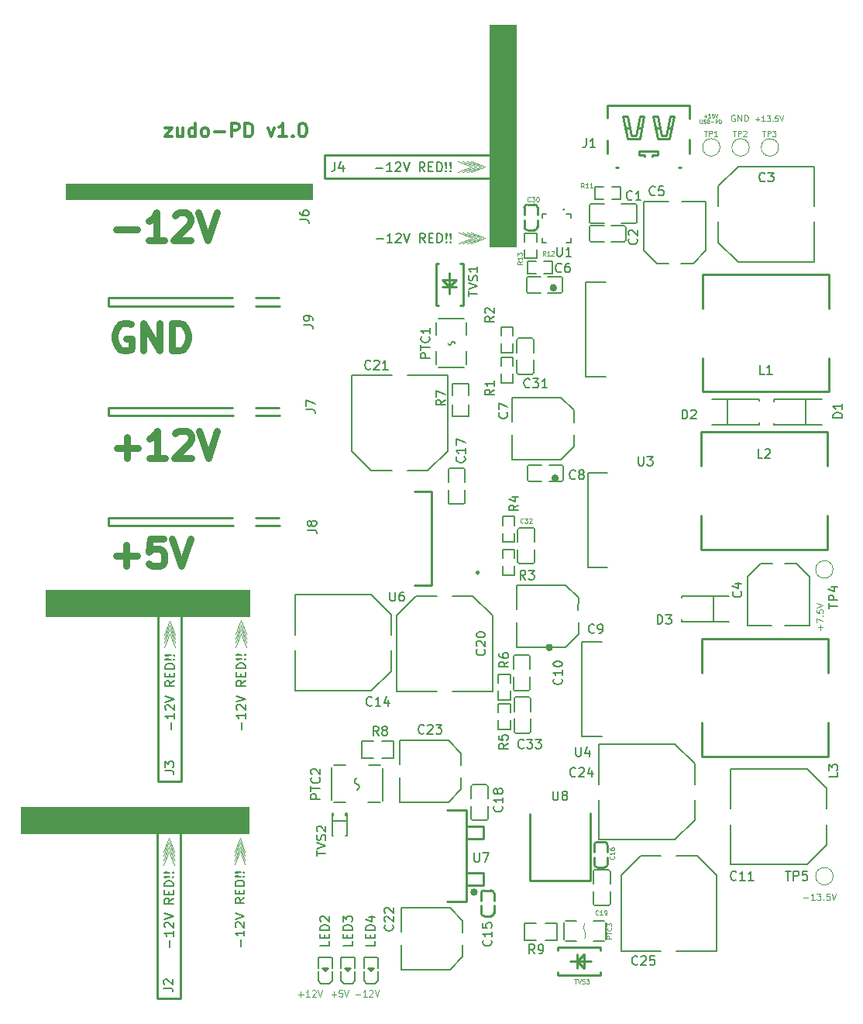
<source format=gbr>
%TF.GenerationSoftware,KiCad,Pcbnew,9.0.6*%
%TF.CreationDate,2026-01-11T21:04:53+09:00*%
%TF.ProjectId,zudo-pd,7a75646f-2d70-4642-9e6b-696361645f70,rev?*%
%TF.SameCoordinates,Original*%
%TF.FileFunction,Legend,Top*%
%TF.FilePolarity,Positive*%
%FSLAX46Y46*%
G04 Gerber Fmt 4.6, Leading zero omitted, Abs format (unit mm)*
G04 Created by KiCad (PCBNEW 9.0.6) date 2026-01-11 21:04:53*
%MOMM*%
%LPD*%
G01*
G04 APERTURE LIST*
%ADD10C,0.375000*%
%ADD11C,0.100000*%
%ADD12C,0.750000*%
%ADD13C,0.150000*%
%ADD14C,0.200000*%
%ADD15C,0.250000*%
%ADD16C,0.400000*%
%ADD17C,0.120000*%
%ADD18C,0.080000*%
G04 APERTURE END LIST*
D10*
X1460995Y-3046928D02*
X2246710Y-3046928D01*
X2246710Y-3046928D02*
X1460995Y-4046928D01*
X1460995Y-4046928D02*
X2246710Y-4046928D01*
X3460996Y-3046928D02*
X3460996Y-4046928D01*
X2818138Y-3046928D02*
X2818138Y-3832642D01*
X2818138Y-3832642D02*
X2889567Y-3975500D01*
X2889567Y-3975500D02*
X3032424Y-4046928D01*
X3032424Y-4046928D02*
X3246710Y-4046928D01*
X3246710Y-4046928D02*
X3389567Y-3975500D01*
X3389567Y-3975500D02*
X3460996Y-3904071D01*
X4818139Y-4046928D02*
X4818139Y-2546928D01*
X4818139Y-3975500D02*
X4675281Y-4046928D01*
X4675281Y-4046928D02*
X4389567Y-4046928D01*
X4389567Y-4046928D02*
X4246710Y-3975500D01*
X4246710Y-3975500D02*
X4175281Y-3904071D01*
X4175281Y-3904071D02*
X4103853Y-3761214D01*
X4103853Y-3761214D02*
X4103853Y-3332642D01*
X4103853Y-3332642D02*
X4175281Y-3189785D01*
X4175281Y-3189785D02*
X4246710Y-3118357D01*
X4246710Y-3118357D02*
X4389567Y-3046928D01*
X4389567Y-3046928D02*
X4675281Y-3046928D01*
X4675281Y-3046928D02*
X4818139Y-3118357D01*
X5746710Y-4046928D02*
X5603853Y-3975500D01*
X5603853Y-3975500D02*
X5532424Y-3904071D01*
X5532424Y-3904071D02*
X5460996Y-3761214D01*
X5460996Y-3761214D02*
X5460996Y-3332642D01*
X5460996Y-3332642D02*
X5532424Y-3189785D01*
X5532424Y-3189785D02*
X5603853Y-3118357D01*
X5603853Y-3118357D02*
X5746710Y-3046928D01*
X5746710Y-3046928D02*
X5960996Y-3046928D01*
X5960996Y-3046928D02*
X6103853Y-3118357D01*
X6103853Y-3118357D02*
X6175282Y-3189785D01*
X6175282Y-3189785D02*
X6246710Y-3332642D01*
X6246710Y-3332642D02*
X6246710Y-3761214D01*
X6246710Y-3761214D02*
X6175282Y-3904071D01*
X6175282Y-3904071D02*
X6103853Y-3975500D01*
X6103853Y-3975500D02*
X5960996Y-4046928D01*
X5960996Y-4046928D02*
X5746710Y-4046928D01*
X6889567Y-3475500D02*
X8032425Y-3475500D01*
X8746710Y-4046928D02*
X8746710Y-2546928D01*
X8746710Y-2546928D02*
X9318139Y-2546928D01*
X9318139Y-2546928D02*
X9460996Y-2618357D01*
X9460996Y-2618357D02*
X9532425Y-2689785D01*
X9532425Y-2689785D02*
X9603853Y-2832642D01*
X9603853Y-2832642D02*
X9603853Y-3046928D01*
X9603853Y-3046928D02*
X9532425Y-3189785D01*
X9532425Y-3189785D02*
X9460996Y-3261214D01*
X9460996Y-3261214D02*
X9318139Y-3332642D01*
X9318139Y-3332642D02*
X8746710Y-3332642D01*
X10246710Y-4046928D02*
X10246710Y-2546928D01*
X10246710Y-2546928D02*
X10603853Y-2546928D01*
X10603853Y-2546928D02*
X10818139Y-2618357D01*
X10818139Y-2618357D02*
X10960996Y-2761214D01*
X10960996Y-2761214D02*
X11032425Y-2904071D01*
X11032425Y-2904071D02*
X11103853Y-3189785D01*
X11103853Y-3189785D02*
X11103853Y-3404071D01*
X11103853Y-3404071D02*
X11032425Y-3689785D01*
X11032425Y-3689785D02*
X10960996Y-3832642D01*
X10960996Y-3832642D02*
X10818139Y-3975500D01*
X10818139Y-3975500D02*
X10603853Y-4046928D01*
X10603853Y-4046928D02*
X10246710Y-4046928D01*
X12746710Y-3046928D02*
X13103853Y-4046928D01*
X13103853Y-4046928D02*
X13460996Y-3046928D01*
X14818139Y-4046928D02*
X13960996Y-4046928D01*
X14389567Y-4046928D02*
X14389567Y-2546928D01*
X14389567Y-2546928D02*
X14246710Y-2761214D01*
X14246710Y-2761214D02*
X14103853Y-2904071D01*
X14103853Y-2904071D02*
X13960996Y-2975500D01*
X15460995Y-3904071D02*
X15532424Y-3975500D01*
X15532424Y-3975500D02*
X15460995Y-4046928D01*
X15460995Y-4046928D02*
X15389567Y-3975500D01*
X15389567Y-3975500D02*
X15460995Y-3904071D01*
X15460995Y-3904071D02*
X15460995Y-4046928D01*
X16460996Y-2546928D02*
X16603853Y-2546928D01*
X16603853Y-2546928D02*
X16746710Y-2618357D01*
X16746710Y-2618357D02*
X16818139Y-2689785D01*
X16818139Y-2689785D02*
X16889567Y-2832642D01*
X16889567Y-2832642D02*
X16960996Y-3118357D01*
X16960996Y-3118357D02*
X16960996Y-3475500D01*
X16960996Y-3475500D02*
X16889567Y-3761214D01*
X16889567Y-3761214D02*
X16818139Y-3904071D01*
X16818139Y-3904071D02*
X16746710Y-3975500D01*
X16746710Y-3975500D02*
X16603853Y-4046928D01*
X16603853Y-4046928D02*
X16460996Y-4046928D01*
X16460996Y-4046928D02*
X16318139Y-3975500D01*
X16318139Y-3975500D02*
X16246710Y-3904071D01*
X16246710Y-3904071D02*
X16175281Y-3761214D01*
X16175281Y-3761214D02*
X16103853Y-3475500D01*
X16103853Y-3475500D02*
X16103853Y-3118357D01*
X16103853Y-3118357D02*
X16175281Y-2832642D01*
X16175281Y-2832642D02*
X16246710Y-2689785D01*
X16246710Y-2689785D02*
X16318139Y-2618357D01*
X16318139Y-2618357D02*
X16460996Y-2546928D01*
D11*
X-9300000Y-9200000D02*
X17550000Y-9200000D01*
X17550000Y-10900000D01*
X-9300000Y-10900000D01*
X-9300000Y-9200000D01*
G36*
X-9300000Y-9200000D02*
G01*
X17550000Y-9200000D01*
X17550000Y-10900000D01*
X-9300000Y-10900000D01*
X-9300000Y-9200000D01*
G37*
D12*
X-3842293Y-49801000D02*
X-1556579Y-49801000D01*
X-2699436Y-50943857D02*
X-2699436Y-48658142D01*
X1300564Y-47943857D02*
X-128007Y-47943857D01*
X-128007Y-47943857D02*
X-270864Y-49372428D01*
X-270864Y-49372428D02*
X-128007Y-49229571D01*
X-128007Y-49229571D02*
X157707Y-49086714D01*
X157707Y-49086714D02*
X871992Y-49086714D01*
X871992Y-49086714D02*
X1157707Y-49229571D01*
X1157707Y-49229571D02*
X1300564Y-49372428D01*
X1300564Y-49372428D02*
X1443421Y-49658142D01*
X1443421Y-49658142D02*
X1443421Y-50372428D01*
X1443421Y-50372428D02*
X1300564Y-50658142D01*
X1300564Y-50658142D02*
X1157707Y-50801000D01*
X1157707Y-50801000D02*
X871992Y-50943857D01*
X871992Y-50943857D02*
X157707Y-50943857D01*
X157707Y-50943857D02*
X-128007Y-50801000D01*
X-128007Y-50801000D02*
X-270864Y-50658142D01*
X2300564Y-47943857D02*
X3300564Y-50943857D01*
X3300564Y-50943857D02*
X4300564Y-47943857D01*
X-3792293Y-38001000D02*
X-1506579Y-38001000D01*
X-2649436Y-39143857D02*
X-2649436Y-36858142D01*
X1493421Y-39143857D02*
X-220864Y-39143857D01*
X636278Y-39143857D02*
X636278Y-36143857D01*
X636278Y-36143857D02*
X350564Y-36572428D01*
X350564Y-36572428D02*
X64849Y-36858142D01*
X64849Y-36858142D02*
X-220864Y-37001000D01*
X2636278Y-36429571D02*
X2779135Y-36286714D01*
X2779135Y-36286714D02*
X3064850Y-36143857D01*
X3064850Y-36143857D02*
X3779135Y-36143857D01*
X3779135Y-36143857D02*
X4064850Y-36286714D01*
X4064850Y-36286714D02*
X4207707Y-36429571D01*
X4207707Y-36429571D02*
X4350564Y-36715285D01*
X4350564Y-36715285D02*
X4350564Y-37001000D01*
X4350564Y-37001000D02*
X4207707Y-37429571D01*
X4207707Y-37429571D02*
X2493421Y-39143857D01*
X2493421Y-39143857D02*
X4350564Y-39143857D01*
X5207707Y-36143857D02*
X6207707Y-39143857D01*
X6207707Y-39143857D02*
X7207707Y-36143857D01*
X-2270864Y-24536714D02*
X-2556579Y-24393857D01*
X-2556579Y-24393857D02*
X-2985150Y-24393857D01*
X-2985150Y-24393857D02*
X-3413721Y-24536714D01*
X-3413721Y-24536714D02*
X-3699436Y-24822428D01*
X-3699436Y-24822428D02*
X-3842293Y-25108142D01*
X-3842293Y-25108142D02*
X-3985150Y-25679571D01*
X-3985150Y-25679571D02*
X-3985150Y-26108142D01*
X-3985150Y-26108142D02*
X-3842293Y-26679571D01*
X-3842293Y-26679571D02*
X-3699436Y-26965285D01*
X-3699436Y-26965285D02*
X-3413721Y-27251000D01*
X-3413721Y-27251000D02*
X-2985150Y-27393857D01*
X-2985150Y-27393857D02*
X-2699436Y-27393857D01*
X-2699436Y-27393857D02*
X-2270864Y-27251000D01*
X-2270864Y-27251000D02*
X-2128007Y-27108142D01*
X-2128007Y-27108142D02*
X-2128007Y-26108142D01*
X-2128007Y-26108142D02*
X-2699436Y-26108142D01*
X-842293Y-27393857D02*
X-842293Y-24393857D01*
X-842293Y-24393857D02*
X871992Y-27393857D01*
X871992Y-27393857D02*
X871992Y-24393857D01*
X2300563Y-27393857D02*
X2300563Y-24393857D01*
X2300563Y-24393857D02*
X3014849Y-24393857D01*
X3014849Y-24393857D02*
X3443420Y-24536714D01*
X3443420Y-24536714D02*
X3729135Y-24822428D01*
X3729135Y-24822428D02*
X3871992Y-25108142D01*
X3871992Y-25108142D02*
X4014849Y-25679571D01*
X4014849Y-25679571D02*
X4014849Y-26108142D01*
X4014849Y-26108142D02*
X3871992Y-26679571D01*
X3871992Y-26679571D02*
X3729135Y-26965285D01*
X3729135Y-26965285D02*
X3443420Y-27251000D01*
X3443420Y-27251000D02*
X3014849Y-27393857D01*
X3014849Y-27393857D02*
X2300563Y-27393857D01*
D11*
X66014285Y-2102800D02*
X66471428Y-2102800D01*
X66242856Y-2331371D02*
X66242856Y-1874228D01*
X67071427Y-2331371D02*
X66728570Y-2331371D01*
X66899999Y-2331371D02*
X66899999Y-1731371D01*
X66899999Y-1731371D02*
X66842856Y-1817085D01*
X66842856Y-1817085D02*
X66785713Y-1874228D01*
X66785713Y-1874228D02*
X66728570Y-1902800D01*
X67271428Y-1731371D02*
X67642856Y-1731371D01*
X67642856Y-1731371D02*
X67442856Y-1959942D01*
X67442856Y-1959942D02*
X67528571Y-1959942D01*
X67528571Y-1959942D02*
X67585714Y-1988514D01*
X67585714Y-1988514D02*
X67614285Y-2017085D01*
X67614285Y-2017085D02*
X67642856Y-2074228D01*
X67642856Y-2074228D02*
X67642856Y-2217085D01*
X67642856Y-2217085D02*
X67614285Y-2274228D01*
X67614285Y-2274228D02*
X67585714Y-2302800D01*
X67585714Y-2302800D02*
X67528571Y-2331371D01*
X67528571Y-2331371D02*
X67357142Y-2331371D01*
X67357142Y-2331371D02*
X67299999Y-2302800D01*
X67299999Y-2302800D02*
X67271428Y-2274228D01*
X67900000Y-2274228D02*
X67928571Y-2302800D01*
X67928571Y-2302800D02*
X67900000Y-2331371D01*
X67900000Y-2331371D02*
X67871428Y-2302800D01*
X67871428Y-2302800D02*
X67900000Y-2274228D01*
X67900000Y-2274228D02*
X67900000Y-2331371D01*
X68471428Y-1731371D02*
X68185714Y-1731371D01*
X68185714Y-1731371D02*
X68157142Y-2017085D01*
X68157142Y-2017085D02*
X68185714Y-1988514D01*
X68185714Y-1988514D02*
X68242857Y-1959942D01*
X68242857Y-1959942D02*
X68385714Y-1959942D01*
X68385714Y-1959942D02*
X68442857Y-1988514D01*
X68442857Y-1988514D02*
X68471428Y-2017085D01*
X68471428Y-2017085D02*
X68499999Y-2074228D01*
X68499999Y-2074228D02*
X68499999Y-2217085D01*
X68499999Y-2217085D02*
X68471428Y-2274228D01*
X68471428Y-2274228D02*
X68442857Y-2302800D01*
X68442857Y-2302800D02*
X68385714Y-2331371D01*
X68385714Y-2331371D02*
X68242857Y-2331371D01*
X68242857Y-2331371D02*
X68185714Y-2302800D01*
X68185714Y-2302800D02*
X68157142Y-2274228D01*
X68671428Y-1731371D02*
X68871428Y-2331371D01*
X68871428Y-2331371D02*
X69071428Y-1731371D01*
X60405239Y-1779488D02*
X60710001Y-1779488D01*
X60557620Y-1931869D02*
X60557620Y-1627107D01*
X61110000Y-1931869D02*
X60881429Y-1931869D01*
X60995715Y-1931869D02*
X60995715Y-1531869D01*
X60995715Y-1531869D02*
X60957619Y-1589012D01*
X60957619Y-1589012D02*
X60919524Y-1627107D01*
X60919524Y-1627107D02*
X60881429Y-1646155D01*
X61471905Y-1531869D02*
X61281429Y-1531869D01*
X61281429Y-1531869D02*
X61262381Y-1722345D01*
X61262381Y-1722345D02*
X61281429Y-1703298D01*
X61281429Y-1703298D02*
X61319524Y-1684250D01*
X61319524Y-1684250D02*
X61414762Y-1684250D01*
X61414762Y-1684250D02*
X61452857Y-1703298D01*
X61452857Y-1703298D02*
X61471905Y-1722345D01*
X61471905Y-1722345D02*
X61490952Y-1760441D01*
X61490952Y-1760441D02*
X61490952Y-1855679D01*
X61490952Y-1855679D02*
X61471905Y-1893774D01*
X61471905Y-1893774D02*
X61452857Y-1912822D01*
X61452857Y-1912822D02*
X61414762Y-1931869D01*
X61414762Y-1931869D02*
X61319524Y-1931869D01*
X61319524Y-1931869D02*
X61281429Y-1912822D01*
X61281429Y-1912822D02*
X61262381Y-1893774D01*
X61605238Y-1531869D02*
X61738571Y-1931869D01*
X61738571Y-1931869D02*
X61871904Y-1531869D01*
X59957619Y-2175847D02*
X59957619Y-2499657D01*
X59957619Y-2499657D02*
X59976666Y-2537752D01*
X59976666Y-2537752D02*
X59995714Y-2556800D01*
X59995714Y-2556800D02*
X60033809Y-2575847D01*
X60033809Y-2575847D02*
X60110000Y-2575847D01*
X60110000Y-2575847D02*
X60148095Y-2556800D01*
X60148095Y-2556800D02*
X60167142Y-2537752D01*
X60167142Y-2537752D02*
X60186190Y-2499657D01*
X60186190Y-2499657D02*
X60186190Y-2175847D01*
X60357619Y-2556800D02*
X60414762Y-2575847D01*
X60414762Y-2575847D02*
X60510000Y-2575847D01*
X60510000Y-2575847D02*
X60548095Y-2556800D01*
X60548095Y-2556800D02*
X60567143Y-2537752D01*
X60567143Y-2537752D02*
X60586190Y-2499657D01*
X60586190Y-2499657D02*
X60586190Y-2461561D01*
X60586190Y-2461561D02*
X60567143Y-2423466D01*
X60567143Y-2423466D02*
X60548095Y-2404419D01*
X60548095Y-2404419D02*
X60510000Y-2385371D01*
X60510000Y-2385371D02*
X60433809Y-2366323D01*
X60433809Y-2366323D02*
X60395714Y-2347276D01*
X60395714Y-2347276D02*
X60376667Y-2328228D01*
X60376667Y-2328228D02*
X60357619Y-2290133D01*
X60357619Y-2290133D02*
X60357619Y-2252038D01*
X60357619Y-2252038D02*
X60376667Y-2213942D01*
X60376667Y-2213942D02*
X60395714Y-2194895D01*
X60395714Y-2194895D02*
X60433809Y-2175847D01*
X60433809Y-2175847D02*
X60529048Y-2175847D01*
X60529048Y-2175847D02*
X60586190Y-2194895D01*
X60890952Y-2366323D02*
X60948095Y-2385371D01*
X60948095Y-2385371D02*
X60967142Y-2404419D01*
X60967142Y-2404419D02*
X60986190Y-2442514D01*
X60986190Y-2442514D02*
X60986190Y-2499657D01*
X60986190Y-2499657D02*
X60967142Y-2537752D01*
X60967142Y-2537752D02*
X60948095Y-2556800D01*
X60948095Y-2556800D02*
X60910000Y-2575847D01*
X60910000Y-2575847D02*
X60757619Y-2575847D01*
X60757619Y-2575847D02*
X60757619Y-2175847D01*
X60757619Y-2175847D02*
X60890952Y-2175847D01*
X60890952Y-2175847D02*
X60929047Y-2194895D01*
X60929047Y-2194895D02*
X60948095Y-2213942D01*
X60948095Y-2213942D02*
X60967142Y-2252038D01*
X60967142Y-2252038D02*
X60967142Y-2290133D01*
X60967142Y-2290133D02*
X60948095Y-2328228D01*
X60948095Y-2328228D02*
X60929047Y-2347276D01*
X60929047Y-2347276D02*
X60890952Y-2366323D01*
X60890952Y-2366323D02*
X60757619Y-2366323D01*
X61157619Y-2423466D02*
X61462381Y-2423466D01*
X61652857Y-2575847D02*
X61652857Y-2175847D01*
X61652857Y-2175847D02*
X61805238Y-2175847D01*
X61805238Y-2175847D02*
X61843333Y-2194895D01*
X61843333Y-2194895D02*
X61862380Y-2213942D01*
X61862380Y-2213942D02*
X61881428Y-2252038D01*
X61881428Y-2252038D02*
X61881428Y-2309180D01*
X61881428Y-2309180D02*
X61862380Y-2347276D01*
X61862380Y-2347276D02*
X61843333Y-2366323D01*
X61843333Y-2366323D02*
X61805238Y-2385371D01*
X61805238Y-2385371D02*
X61652857Y-2385371D01*
X62052857Y-2575847D02*
X62052857Y-2175847D01*
X62052857Y-2175847D02*
X62148095Y-2175847D01*
X62148095Y-2175847D02*
X62205238Y-2194895D01*
X62205238Y-2194895D02*
X62243333Y-2232990D01*
X62243333Y-2232990D02*
X62262380Y-2271085D01*
X62262380Y-2271085D02*
X62281428Y-2347276D01*
X62281428Y-2347276D02*
X62281428Y-2404419D01*
X62281428Y-2404419D02*
X62262380Y-2480609D01*
X62262380Y-2480609D02*
X62243333Y-2518704D01*
X62243333Y-2518704D02*
X62205238Y-2556800D01*
X62205238Y-2556800D02*
X62148095Y-2575847D01*
X62148095Y-2575847D02*
X62052857Y-2575847D01*
X63756667Y-1682466D02*
X63690000Y-1649133D01*
X63690000Y-1649133D02*
X63590000Y-1649133D01*
X63590000Y-1649133D02*
X63490000Y-1682466D01*
X63490000Y-1682466D02*
X63423334Y-1749133D01*
X63423334Y-1749133D02*
X63390000Y-1815800D01*
X63390000Y-1815800D02*
X63356667Y-1949133D01*
X63356667Y-1949133D02*
X63356667Y-2049133D01*
X63356667Y-2049133D02*
X63390000Y-2182466D01*
X63390000Y-2182466D02*
X63423334Y-2249133D01*
X63423334Y-2249133D02*
X63490000Y-2315800D01*
X63490000Y-2315800D02*
X63590000Y-2349133D01*
X63590000Y-2349133D02*
X63656667Y-2349133D01*
X63656667Y-2349133D02*
X63756667Y-2315800D01*
X63756667Y-2315800D02*
X63790000Y-2282466D01*
X63790000Y-2282466D02*
X63790000Y-2049133D01*
X63790000Y-2049133D02*
X63656667Y-2049133D01*
X64090000Y-2349133D02*
X64090000Y-1649133D01*
X64090000Y-1649133D02*
X64490000Y-2349133D01*
X64490000Y-2349133D02*
X64490000Y-1649133D01*
X64823333Y-2349133D02*
X64823333Y-1649133D01*
X64823333Y-1649133D02*
X64990000Y-1649133D01*
X64990000Y-1649133D02*
X65090000Y-1682466D01*
X65090000Y-1682466D02*
X65156667Y-1749133D01*
X65156667Y-1749133D02*
X65190000Y-1815800D01*
X65190000Y-1815800D02*
X65223333Y-1949133D01*
X65223333Y-1949133D02*
X65223333Y-2049133D01*
X65223333Y-2049133D02*
X65190000Y-2182466D01*
X65190000Y-2182466D02*
X65156667Y-2249133D01*
X65156667Y-2249133D02*
X65090000Y-2315800D01*
X65090000Y-2315800D02*
X64990000Y-2349133D01*
X64990000Y-2349133D02*
X64823333Y-2349133D01*
X71266666Y-87142466D02*
X71800000Y-87142466D01*
X72500000Y-87409133D02*
X72100000Y-87409133D01*
X72300000Y-87409133D02*
X72300000Y-86709133D01*
X72300000Y-86709133D02*
X72233333Y-86809133D01*
X72233333Y-86809133D02*
X72166667Y-86875800D01*
X72166667Y-86875800D02*
X72100000Y-86909133D01*
X72733334Y-86709133D02*
X73166667Y-86709133D01*
X73166667Y-86709133D02*
X72933334Y-86975800D01*
X72933334Y-86975800D02*
X73033334Y-86975800D01*
X73033334Y-86975800D02*
X73100000Y-87009133D01*
X73100000Y-87009133D02*
X73133334Y-87042466D01*
X73133334Y-87042466D02*
X73166667Y-87109133D01*
X73166667Y-87109133D02*
X73166667Y-87275800D01*
X73166667Y-87275800D02*
X73133334Y-87342466D01*
X73133334Y-87342466D02*
X73100000Y-87375800D01*
X73100000Y-87375800D02*
X73033334Y-87409133D01*
X73033334Y-87409133D02*
X72833334Y-87409133D01*
X72833334Y-87409133D02*
X72766667Y-87375800D01*
X72766667Y-87375800D02*
X72733334Y-87342466D01*
X73466667Y-87342466D02*
X73500001Y-87375800D01*
X73500001Y-87375800D02*
X73466667Y-87409133D01*
X73466667Y-87409133D02*
X73433334Y-87375800D01*
X73433334Y-87375800D02*
X73466667Y-87342466D01*
X73466667Y-87342466D02*
X73466667Y-87409133D01*
X74133334Y-86709133D02*
X73800000Y-86709133D01*
X73800000Y-86709133D02*
X73766667Y-87042466D01*
X73766667Y-87042466D02*
X73800000Y-87009133D01*
X73800000Y-87009133D02*
X73866667Y-86975800D01*
X73866667Y-86975800D02*
X74033334Y-86975800D01*
X74033334Y-86975800D02*
X74100000Y-87009133D01*
X74100000Y-87009133D02*
X74133334Y-87042466D01*
X74133334Y-87042466D02*
X74166667Y-87109133D01*
X74166667Y-87109133D02*
X74166667Y-87275800D01*
X74166667Y-87275800D02*
X74133334Y-87342466D01*
X74133334Y-87342466D02*
X74100000Y-87375800D01*
X74100000Y-87375800D02*
X74033334Y-87409133D01*
X74033334Y-87409133D02*
X73866667Y-87409133D01*
X73866667Y-87409133D02*
X73800000Y-87375800D01*
X73800000Y-87375800D02*
X73766667Y-87342466D01*
X74366667Y-86709133D02*
X74600001Y-87409133D01*
X74600001Y-87409133D02*
X74833334Y-86709133D01*
D12*
X-3842293Y-14201000D02*
X-1556579Y-14201000D01*
X1443421Y-15343857D02*
X-270864Y-15343857D01*
X586278Y-15343857D02*
X586278Y-12343857D01*
X586278Y-12343857D02*
X300564Y-12772428D01*
X300564Y-12772428D02*
X14849Y-13058142D01*
X14849Y-13058142D02*
X-270864Y-13201000D01*
X2586278Y-12629571D02*
X2729135Y-12486714D01*
X2729135Y-12486714D02*
X3014850Y-12343857D01*
X3014850Y-12343857D02*
X3729135Y-12343857D01*
X3729135Y-12343857D02*
X4014850Y-12486714D01*
X4014850Y-12486714D02*
X4157707Y-12629571D01*
X4157707Y-12629571D02*
X4300564Y-12915285D01*
X4300564Y-12915285D02*
X4300564Y-13201000D01*
X4300564Y-13201000D02*
X4157707Y-13629571D01*
X4157707Y-13629571D02*
X2443421Y-15343857D01*
X2443421Y-15343857D02*
X4300564Y-15343857D01*
X5157707Y-12343857D02*
X6157707Y-15343857D01*
X6157707Y-15343857D02*
X7157707Y-12343857D01*
D11*
X73142466Y-57900000D02*
X73142466Y-57366667D01*
X73409133Y-57633333D02*
X72875800Y-57633333D01*
X72709133Y-57100000D02*
X72709133Y-56633333D01*
X72709133Y-56633333D02*
X73409133Y-56933333D01*
X73342466Y-56366666D02*
X73375800Y-56333333D01*
X73375800Y-56333333D02*
X73409133Y-56366666D01*
X73409133Y-56366666D02*
X73375800Y-56399999D01*
X73375800Y-56399999D02*
X73342466Y-56366666D01*
X73342466Y-56366666D02*
X73409133Y-56366666D01*
X72709133Y-55700000D02*
X72709133Y-56033333D01*
X72709133Y-56033333D02*
X73042466Y-56066666D01*
X73042466Y-56066666D02*
X73009133Y-56033333D01*
X73009133Y-56033333D02*
X72975800Y-55966666D01*
X72975800Y-55966666D02*
X72975800Y-55800000D01*
X72975800Y-55800000D02*
X73009133Y-55733333D01*
X73009133Y-55733333D02*
X73042466Y-55700000D01*
X73042466Y-55700000D02*
X73109133Y-55666666D01*
X73109133Y-55666666D02*
X73275800Y-55666666D01*
X73275800Y-55666666D02*
X73342466Y-55700000D01*
X73342466Y-55700000D02*
X73375800Y-55733333D01*
X73375800Y-55733333D02*
X73409133Y-55800000D01*
X73409133Y-55800000D02*
X73409133Y-55966666D01*
X73409133Y-55966666D02*
X73375800Y-56033333D01*
X73375800Y-56033333D02*
X73342466Y-56066666D01*
X72709133Y-55466666D02*
X73409133Y-55233333D01*
X73409133Y-55233333D02*
X72709133Y-54999999D01*
X16076666Y-97694966D02*
X16610000Y-97694966D01*
X16343333Y-97961633D02*
X16343333Y-97428300D01*
X17310000Y-97961633D02*
X16910000Y-97961633D01*
X17110000Y-97961633D02*
X17110000Y-97261633D01*
X17110000Y-97261633D02*
X17043333Y-97361633D01*
X17043333Y-97361633D02*
X16976667Y-97428300D01*
X16976667Y-97428300D02*
X16910000Y-97461633D01*
X17576667Y-97328300D02*
X17610000Y-97294966D01*
X17610000Y-97294966D02*
X17676667Y-97261633D01*
X17676667Y-97261633D02*
X17843334Y-97261633D01*
X17843334Y-97261633D02*
X17910000Y-97294966D01*
X17910000Y-97294966D02*
X17943334Y-97328300D01*
X17943334Y-97328300D02*
X17976667Y-97394966D01*
X17976667Y-97394966D02*
X17976667Y-97461633D01*
X17976667Y-97461633D02*
X17943334Y-97561633D01*
X17943334Y-97561633D02*
X17543334Y-97961633D01*
X17543334Y-97961633D02*
X17976667Y-97961633D01*
X18176667Y-97261633D02*
X18410001Y-97961633D01*
X18410001Y-97961633D02*
X18643334Y-97261633D01*
X19659999Y-97694966D02*
X20193333Y-97694966D01*
X19926666Y-97961633D02*
X19926666Y-97428300D01*
X20860000Y-97261633D02*
X20526666Y-97261633D01*
X20526666Y-97261633D02*
X20493333Y-97594966D01*
X20493333Y-97594966D02*
X20526666Y-97561633D01*
X20526666Y-97561633D02*
X20593333Y-97528300D01*
X20593333Y-97528300D02*
X20760000Y-97528300D01*
X20760000Y-97528300D02*
X20826666Y-97561633D01*
X20826666Y-97561633D02*
X20860000Y-97594966D01*
X20860000Y-97594966D02*
X20893333Y-97661633D01*
X20893333Y-97661633D02*
X20893333Y-97828300D01*
X20893333Y-97828300D02*
X20860000Y-97894966D01*
X20860000Y-97894966D02*
X20826666Y-97928300D01*
X20826666Y-97928300D02*
X20760000Y-97961633D01*
X20760000Y-97961633D02*
X20593333Y-97961633D01*
X20593333Y-97961633D02*
X20526666Y-97928300D01*
X20526666Y-97928300D02*
X20493333Y-97894966D01*
X21093333Y-97261633D02*
X21326667Y-97961633D01*
X21326667Y-97961633D02*
X21560000Y-97261633D01*
X22326666Y-97694966D02*
X22860000Y-97694966D01*
X23560000Y-97961633D02*
X23160000Y-97961633D01*
X23360000Y-97961633D02*
X23360000Y-97261633D01*
X23360000Y-97261633D02*
X23293333Y-97361633D01*
X23293333Y-97361633D02*
X23226667Y-97428300D01*
X23226667Y-97428300D02*
X23160000Y-97461633D01*
X23826667Y-97328300D02*
X23860000Y-97294966D01*
X23860000Y-97294966D02*
X23926667Y-97261633D01*
X23926667Y-97261633D02*
X24093334Y-97261633D01*
X24093334Y-97261633D02*
X24160000Y-97294966D01*
X24160000Y-97294966D02*
X24193334Y-97328300D01*
X24193334Y-97328300D02*
X24226667Y-97394966D01*
X24226667Y-97394966D02*
X24226667Y-97461633D01*
X24226667Y-97461633D02*
X24193334Y-97561633D01*
X24193334Y-97561633D02*
X23793334Y-97961633D01*
X23793334Y-97961633D02*
X24226667Y-97961633D01*
X24426667Y-97261633D02*
X24660001Y-97961633D01*
X24660001Y-97961633D02*
X24893334Y-97261633D01*
D13*
X20066666Y-6774819D02*
X20066666Y-7489104D01*
X20066666Y-7489104D02*
X20019047Y-7631961D01*
X20019047Y-7631961D02*
X19923809Y-7727200D01*
X19923809Y-7727200D02*
X19780952Y-7774819D01*
X19780952Y-7774819D02*
X19685714Y-7774819D01*
X20971428Y-7108152D02*
X20971428Y-7774819D01*
X20733333Y-6727200D02*
X20495238Y-7441485D01*
X20495238Y-7441485D02*
X21114285Y-7441485D01*
D14*
X24583572Y-15211266D02*
X25345477Y-15211266D01*
X26345476Y-15592219D02*
X25774048Y-15592219D01*
X26059762Y-15592219D02*
X26059762Y-14592219D01*
X26059762Y-14592219D02*
X25964524Y-14735076D01*
X25964524Y-14735076D02*
X25869286Y-14830314D01*
X25869286Y-14830314D02*
X25774048Y-14877933D01*
X26726429Y-14687457D02*
X26774048Y-14639838D01*
X26774048Y-14639838D02*
X26869286Y-14592219D01*
X26869286Y-14592219D02*
X27107381Y-14592219D01*
X27107381Y-14592219D02*
X27202619Y-14639838D01*
X27202619Y-14639838D02*
X27250238Y-14687457D01*
X27250238Y-14687457D02*
X27297857Y-14782695D01*
X27297857Y-14782695D02*
X27297857Y-14877933D01*
X27297857Y-14877933D02*
X27250238Y-15020790D01*
X27250238Y-15020790D02*
X26678810Y-15592219D01*
X26678810Y-15592219D02*
X27297857Y-15592219D01*
X27583572Y-14592219D02*
X27916905Y-15592219D01*
X27916905Y-15592219D02*
X28250238Y-14592219D01*
X29916905Y-15592219D02*
X29583572Y-15116028D01*
X29345477Y-15592219D02*
X29345477Y-14592219D01*
X29345477Y-14592219D02*
X29726429Y-14592219D01*
X29726429Y-14592219D02*
X29821667Y-14639838D01*
X29821667Y-14639838D02*
X29869286Y-14687457D01*
X29869286Y-14687457D02*
X29916905Y-14782695D01*
X29916905Y-14782695D02*
X29916905Y-14925552D01*
X29916905Y-14925552D02*
X29869286Y-15020790D01*
X29869286Y-15020790D02*
X29821667Y-15068409D01*
X29821667Y-15068409D02*
X29726429Y-15116028D01*
X29726429Y-15116028D02*
X29345477Y-15116028D01*
X30345477Y-15068409D02*
X30678810Y-15068409D01*
X30821667Y-15592219D02*
X30345477Y-15592219D01*
X30345477Y-15592219D02*
X30345477Y-14592219D01*
X30345477Y-14592219D02*
X30821667Y-14592219D01*
X31250239Y-15592219D02*
X31250239Y-14592219D01*
X31250239Y-14592219D02*
X31488334Y-14592219D01*
X31488334Y-14592219D02*
X31631191Y-14639838D01*
X31631191Y-14639838D02*
X31726429Y-14735076D01*
X31726429Y-14735076D02*
X31774048Y-14830314D01*
X31774048Y-14830314D02*
X31821667Y-15020790D01*
X31821667Y-15020790D02*
X31821667Y-15163647D01*
X31821667Y-15163647D02*
X31774048Y-15354123D01*
X31774048Y-15354123D02*
X31726429Y-15449361D01*
X31726429Y-15449361D02*
X31631191Y-15544600D01*
X31631191Y-15544600D02*
X31488334Y-15592219D01*
X31488334Y-15592219D02*
X31250239Y-15592219D01*
X32250239Y-15496980D02*
X32297858Y-15544600D01*
X32297858Y-15544600D02*
X32250239Y-15592219D01*
X32250239Y-15592219D02*
X32202620Y-15544600D01*
X32202620Y-15544600D02*
X32250239Y-15496980D01*
X32250239Y-15496980D02*
X32250239Y-15592219D01*
X32250239Y-15211266D02*
X32202620Y-14639838D01*
X32202620Y-14639838D02*
X32250239Y-14592219D01*
X32250239Y-14592219D02*
X32297858Y-14639838D01*
X32297858Y-14639838D02*
X32250239Y-15211266D01*
X32250239Y-15211266D02*
X32250239Y-14592219D01*
X32726429Y-15496980D02*
X32774048Y-15544600D01*
X32774048Y-15544600D02*
X32726429Y-15592219D01*
X32726429Y-15592219D02*
X32678810Y-15544600D01*
X32678810Y-15544600D02*
X32726429Y-15496980D01*
X32726429Y-15496980D02*
X32726429Y-15592219D01*
X32726429Y-15211266D02*
X32678810Y-14639838D01*
X32678810Y-14639838D02*
X32726429Y-14592219D01*
X32726429Y-14592219D02*
X32774048Y-14639838D01*
X32774048Y-14639838D02*
X32726429Y-15211266D01*
X32726429Y-15211266D02*
X32726429Y-14592219D01*
D11*
X34521979Y-14516704D02*
X36045789Y-15088133D01*
X36045789Y-15088133D02*
X34521979Y-15659561D01*
X34046979Y-14516704D02*
X35570789Y-15088133D01*
X35570789Y-15088133D02*
X34046979Y-15659561D01*
X34016979Y-6756704D02*
X35540789Y-7328133D01*
X35540789Y-7328133D02*
X34016979Y-7899561D01*
X34971979Y-14516704D02*
X36495789Y-15088133D01*
X36495789Y-15088133D02*
X34971979Y-15659561D01*
X33541979Y-6756704D02*
X35065789Y-7328133D01*
X35065789Y-7328133D02*
X33541979Y-7899561D01*
D14*
X24553572Y-7451266D02*
X25315477Y-7451266D01*
X26315476Y-7832219D02*
X25744048Y-7832219D01*
X26029762Y-7832219D02*
X26029762Y-6832219D01*
X26029762Y-6832219D02*
X25934524Y-6975076D01*
X25934524Y-6975076D02*
X25839286Y-7070314D01*
X25839286Y-7070314D02*
X25744048Y-7117933D01*
X26696429Y-6927457D02*
X26744048Y-6879838D01*
X26744048Y-6879838D02*
X26839286Y-6832219D01*
X26839286Y-6832219D02*
X27077381Y-6832219D01*
X27077381Y-6832219D02*
X27172619Y-6879838D01*
X27172619Y-6879838D02*
X27220238Y-6927457D01*
X27220238Y-6927457D02*
X27267857Y-7022695D01*
X27267857Y-7022695D02*
X27267857Y-7117933D01*
X27267857Y-7117933D02*
X27220238Y-7260790D01*
X27220238Y-7260790D02*
X26648810Y-7832219D01*
X26648810Y-7832219D02*
X27267857Y-7832219D01*
X27553572Y-6832219D02*
X27886905Y-7832219D01*
X27886905Y-7832219D02*
X28220238Y-6832219D01*
X29886905Y-7832219D02*
X29553572Y-7356028D01*
X29315477Y-7832219D02*
X29315477Y-6832219D01*
X29315477Y-6832219D02*
X29696429Y-6832219D01*
X29696429Y-6832219D02*
X29791667Y-6879838D01*
X29791667Y-6879838D02*
X29839286Y-6927457D01*
X29839286Y-6927457D02*
X29886905Y-7022695D01*
X29886905Y-7022695D02*
X29886905Y-7165552D01*
X29886905Y-7165552D02*
X29839286Y-7260790D01*
X29839286Y-7260790D02*
X29791667Y-7308409D01*
X29791667Y-7308409D02*
X29696429Y-7356028D01*
X29696429Y-7356028D02*
X29315477Y-7356028D01*
X30315477Y-7308409D02*
X30648810Y-7308409D01*
X30791667Y-7832219D02*
X30315477Y-7832219D01*
X30315477Y-7832219D02*
X30315477Y-6832219D01*
X30315477Y-6832219D02*
X30791667Y-6832219D01*
X31220239Y-7832219D02*
X31220239Y-6832219D01*
X31220239Y-6832219D02*
X31458334Y-6832219D01*
X31458334Y-6832219D02*
X31601191Y-6879838D01*
X31601191Y-6879838D02*
X31696429Y-6975076D01*
X31696429Y-6975076D02*
X31744048Y-7070314D01*
X31744048Y-7070314D02*
X31791667Y-7260790D01*
X31791667Y-7260790D02*
X31791667Y-7403647D01*
X31791667Y-7403647D02*
X31744048Y-7594123D01*
X31744048Y-7594123D02*
X31696429Y-7689361D01*
X31696429Y-7689361D02*
X31601191Y-7784600D01*
X31601191Y-7784600D02*
X31458334Y-7832219D01*
X31458334Y-7832219D02*
X31220239Y-7832219D01*
X32220239Y-7736980D02*
X32267858Y-7784600D01*
X32267858Y-7784600D02*
X32220239Y-7832219D01*
X32220239Y-7832219D02*
X32172620Y-7784600D01*
X32172620Y-7784600D02*
X32220239Y-7736980D01*
X32220239Y-7736980D02*
X32220239Y-7832219D01*
X32220239Y-7451266D02*
X32172620Y-6879838D01*
X32172620Y-6879838D02*
X32220239Y-6832219D01*
X32220239Y-6832219D02*
X32267858Y-6879838D01*
X32267858Y-6879838D02*
X32220239Y-7451266D01*
X32220239Y-7451266D02*
X32220239Y-6832219D01*
X32696429Y-7736980D02*
X32744048Y-7784600D01*
X32744048Y-7784600D02*
X32696429Y-7832219D01*
X32696429Y-7832219D02*
X32648810Y-7784600D01*
X32648810Y-7784600D02*
X32696429Y-7736980D01*
X32696429Y-7736980D02*
X32696429Y-7832219D01*
X32696429Y-7451266D02*
X32648810Y-6879838D01*
X32648810Y-6879838D02*
X32696429Y-6832219D01*
X32696429Y-6832219D02*
X32744048Y-6879838D01*
X32744048Y-6879838D02*
X32696429Y-7451266D01*
X32696429Y-7451266D02*
X32696429Y-6832219D01*
D11*
X34941979Y-6756704D02*
X36465789Y-7328133D01*
X36465789Y-7328133D02*
X34941979Y-7899561D01*
X33571979Y-14516704D02*
X35095789Y-15088133D01*
X35095789Y-15088133D02*
X33571979Y-15659561D01*
X34491979Y-6756704D02*
X36015789Y-7328133D01*
X36015789Y-7328133D02*
X34491979Y-7899561D01*
D13*
X1464819Y-73283333D02*
X2179104Y-73283333D01*
X2179104Y-73283333D02*
X2321961Y-73330952D01*
X2321961Y-73330952D02*
X2417200Y-73426190D01*
X2417200Y-73426190D02*
X2464819Y-73569047D01*
X2464819Y-73569047D02*
X2464819Y-73664285D01*
X1464819Y-72902380D02*
X1464819Y-72283333D01*
X1464819Y-72283333D02*
X1845771Y-72616666D01*
X1845771Y-72616666D02*
X1845771Y-72473809D01*
X1845771Y-72473809D02*
X1893390Y-72378571D01*
X1893390Y-72378571D02*
X1941009Y-72330952D01*
X1941009Y-72330952D02*
X2036247Y-72283333D01*
X2036247Y-72283333D02*
X2274342Y-72283333D01*
X2274342Y-72283333D02*
X2369580Y-72330952D01*
X2369580Y-72330952D02*
X2417200Y-72378571D01*
X2417200Y-72378571D02*
X2464819Y-72473809D01*
X2464819Y-72473809D02*
X2464819Y-72759523D01*
X2464819Y-72759523D02*
X2417200Y-72854761D01*
X2417200Y-72854761D02*
X2369580Y-72902380D01*
D11*
X1446704Y-58408020D02*
X2018133Y-56884211D01*
X2018133Y-56884211D02*
X2589561Y-58408020D01*
X9206704Y-58378020D02*
X9778133Y-56854211D01*
X9778133Y-56854211D02*
X10349561Y-58378020D01*
X9206704Y-59778020D02*
X9778133Y-58254211D01*
X9778133Y-58254211D02*
X10349561Y-59778020D01*
X9206704Y-59303020D02*
X9778133Y-57779211D01*
X9778133Y-57779211D02*
X10349561Y-59303020D01*
X1446704Y-58858020D02*
X2018133Y-57334211D01*
X2018133Y-57334211D02*
X2589561Y-58858020D01*
X1446704Y-59808020D02*
X2018133Y-58284211D01*
X2018133Y-58284211D02*
X2589561Y-59808020D01*
D14*
X2141266Y-68796427D02*
X2141266Y-68034523D01*
X2522219Y-67034523D02*
X2522219Y-67605951D01*
X2522219Y-67320237D02*
X1522219Y-67320237D01*
X1522219Y-67320237D02*
X1665076Y-67415475D01*
X1665076Y-67415475D02*
X1760314Y-67510713D01*
X1760314Y-67510713D02*
X1807933Y-67605951D01*
X1617457Y-66653570D02*
X1569838Y-66605951D01*
X1569838Y-66605951D02*
X1522219Y-66510713D01*
X1522219Y-66510713D02*
X1522219Y-66272618D01*
X1522219Y-66272618D02*
X1569838Y-66177380D01*
X1569838Y-66177380D02*
X1617457Y-66129761D01*
X1617457Y-66129761D02*
X1712695Y-66082142D01*
X1712695Y-66082142D02*
X1807933Y-66082142D01*
X1807933Y-66082142D02*
X1950790Y-66129761D01*
X1950790Y-66129761D02*
X2522219Y-66701189D01*
X2522219Y-66701189D02*
X2522219Y-66082142D01*
X1522219Y-65796427D02*
X2522219Y-65463094D01*
X2522219Y-65463094D02*
X1522219Y-65129761D01*
X2522219Y-63463094D02*
X2046028Y-63796427D01*
X2522219Y-64034522D02*
X1522219Y-64034522D01*
X1522219Y-64034522D02*
X1522219Y-63653570D01*
X1522219Y-63653570D02*
X1569838Y-63558332D01*
X1569838Y-63558332D02*
X1617457Y-63510713D01*
X1617457Y-63510713D02*
X1712695Y-63463094D01*
X1712695Y-63463094D02*
X1855552Y-63463094D01*
X1855552Y-63463094D02*
X1950790Y-63510713D01*
X1950790Y-63510713D02*
X1998409Y-63558332D01*
X1998409Y-63558332D02*
X2046028Y-63653570D01*
X2046028Y-63653570D02*
X2046028Y-64034522D01*
X1998409Y-63034522D02*
X1998409Y-62701189D01*
X2522219Y-62558332D02*
X2522219Y-63034522D01*
X2522219Y-63034522D02*
X1522219Y-63034522D01*
X1522219Y-63034522D02*
X1522219Y-62558332D01*
X2522219Y-62129760D02*
X1522219Y-62129760D01*
X1522219Y-62129760D02*
X1522219Y-61891665D01*
X1522219Y-61891665D02*
X1569838Y-61748808D01*
X1569838Y-61748808D02*
X1665076Y-61653570D01*
X1665076Y-61653570D02*
X1760314Y-61605951D01*
X1760314Y-61605951D02*
X1950790Y-61558332D01*
X1950790Y-61558332D02*
X2093647Y-61558332D01*
X2093647Y-61558332D02*
X2284123Y-61605951D01*
X2284123Y-61605951D02*
X2379361Y-61653570D01*
X2379361Y-61653570D02*
X2474600Y-61748808D01*
X2474600Y-61748808D02*
X2522219Y-61891665D01*
X2522219Y-61891665D02*
X2522219Y-62129760D01*
X2426980Y-61129760D02*
X2474600Y-61082141D01*
X2474600Y-61082141D02*
X2522219Y-61129760D01*
X2522219Y-61129760D02*
X2474600Y-61177379D01*
X2474600Y-61177379D02*
X2426980Y-61129760D01*
X2426980Y-61129760D02*
X2522219Y-61129760D01*
X2141266Y-61129760D02*
X1569838Y-61177379D01*
X1569838Y-61177379D02*
X1522219Y-61129760D01*
X1522219Y-61129760D02*
X1569838Y-61082141D01*
X1569838Y-61082141D02*
X2141266Y-61129760D01*
X2141266Y-61129760D02*
X1522219Y-61129760D01*
X2426980Y-60653570D02*
X2474600Y-60605951D01*
X2474600Y-60605951D02*
X2522219Y-60653570D01*
X2522219Y-60653570D02*
X2474600Y-60701189D01*
X2474600Y-60701189D02*
X2426980Y-60653570D01*
X2426980Y-60653570D02*
X2522219Y-60653570D01*
X2141266Y-60653570D02*
X1569838Y-60701189D01*
X1569838Y-60701189D02*
X1522219Y-60653570D01*
X1522219Y-60653570D02*
X1569838Y-60605951D01*
X1569838Y-60605951D02*
X2141266Y-60653570D01*
X2141266Y-60653570D02*
X1522219Y-60653570D01*
D11*
X9206704Y-58828020D02*
X9778133Y-57304211D01*
X9778133Y-57304211D02*
X10349561Y-58828020D01*
X1446704Y-59333020D02*
X2018133Y-57809211D01*
X2018133Y-57809211D02*
X2589561Y-59333020D01*
D14*
X9901266Y-68766427D02*
X9901266Y-68004523D01*
X10282219Y-67004523D02*
X10282219Y-67575951D01*
X10282219Y-67290237D02*
X9282219Y-67290237D01*
X9282219Y-67290237D02*
X9425076Y-67385475D01*
X9425076Y-67385475D02*
X9520314Y-67480713D01*
X9520314Y-67480713D02*
X9567933Y-67575951D01*
X9377457Y-66623570D02*
X9329838Y-66575951D01*
X9329838Y-66575951D02*
X9282219Y-66480713D01*
X9282219Y-66480713D02*
X9282219Y-66242618D01*
X9282219Y-66242618D02*
X9329838Y-66147380D01*
X9329838Y-66147380D02*
X9377457Y-66099761D01*
X9377457Y-66099761D02*
X9472695Y-66052142D01*
X9472695Y-66052142D02*
X9567933Y-66052142D01*
X9567933Y-66052142D02*
X9710790Y-66099761D01*
X9710790Y-66099761D02*
X10282219Y-66671189D01*
X10282219Y-66671189D02*
X10282219Y-66052142D01*
X9282219Y-65766427D02*
X10282219Y-65433094D01*
X10282219Y-65433094D02*
X9282219Y-65099761D01*
X10282219Y-63433094D02*
X9806028Y-63766427D01*
X10282219Y-64004522D02*
X9282219Y-64004522D01*
X9282219Y-64004522D02*
X9282219Y-63623570D01*
X9282219Y-63623570D02*
X9329838Y-63528332D01*
X9329838Y-63528332D02*
X9377457Y-63480713D01*
X9377457Y-63480713D02*
X9472695Y-63433094D01*
X9472695Y-63433094D02*
X9615552Y-63433094D01*
X9615552Y-63433094D02*
X9710790Y-63480713D01*
X9710790Y-63480713D02*
X9758409Y-63528332D01*
X9758409Y-63528332D02*
X9806028Y-63623570D01*
X9806028Y-63623570D02*
X9806028Y-64004522D01*
X9758409Y-63004522D02*
X9758409Y-62671189D01*
X10282219Y-62528332D02*
X10282219Y-63004522D01*
X10282219Y-63004522D02*
X9282219Y-63004522D01*
X9282219Y-63004522D02*
X9282219Y-62528332D01*
X10282219Y-62099760D02*
X9282219Y-62099760D01*
X9282219Y-62099760D02*
X9282219Y-61861665D01*
X9282219Y-61861665D02*
X9329838Y-61718808D01*
X9329838Y-61718808D02*
X9425076Y-61623570D01*
X9425076Y-61623570D02*
X9520314Y-61575951D01*
X9520314Y-61575951D02*
X9710790Y-61528332D01*
X9710790Y-61528332D02*
X9853647Y-61528332D01*
X9853647Y-61528332D02*
X10044123Y-61575951D01*
X10044123Y-61575951D02*
X10139361Y-61623570D01*
X10139361Y-61623570D02*
X10234600Y-61718808D01*
X10234600Y-61718808D02*
X10282219Y-61861665D01*
X10282219Y-61861665D02*
X10282219Y-62099760D01*
X10186980Y-61099760D02*
X10234600Y-61052141D01*
X10234600Y-61052141D02*
X10282219Y-61099760D01*
X10282219Y-61099760D02*
X10234600Y-61147379D01*
X10234600Y-61147379D02*
X10186980Y-61099760D01*
X10186980Y-61099760D02*
X10282219Y-61099760D01*
X9901266Y-61099760D02*
X9329838Y-61147379D01*
X9329838Y-61147379D02*
X9282219Y-61099760D01*
X9282219Y-61099760D02*
X9329838Y-61052141D01*
X9329838Y-61052141D02*
X9901266Y-61099760D01*
X9901266Y-61099760D02*
X9282219Y-61099760D01*
X10186980Y-60623570D02*
X10234600Y-60575951D01*
X10234600Y-60575951D02*
X10282219Y-60623570D01*
X10282219Y-60623570D02*
X10234600Y-60671189D01*
X10234600Y-60671189D02*
X10186980Y-60623570D01*
X10186980Y-60623570D02*
X10282219Y-60623570D01*
X9901266Y-60623570D02*
X9329838Y-60671189D01*
X9329838Y-60671189D02*
X9282219Y-60623570D01*
X9282219Y-60623570D02*
X9329838Y-60575951D01*
X9329838Y-60575951D02*
X9901266Y-60623570D01*
X9901266Y-60623570D02*
X9282219Y-60623570D01*
D13*
X1354819Y-97033333D02*
X2069104Y-97033333D01*
X2069104Y-97033333D02*
X2211961Y-97080952D01*
X2211961Y-97080952D02*
X2307200Y-97176190D01*
X2307200Y-97176190D02*
X2354819Y-97319047D01*
X2354819Y-97319047D02*
X2354819Y-97414285D01*
X1450057Y-96604761D02*
X1402438Y-96557142D01*
X1402438Y-96557142D02*
X1354819Y-96461904D01*
X1354819Y-96461904D02*
X1354819Y-96223809D01*
X1354819Y-96223809D02*
X1402438Y-96128571D01*
X1402438Y-96128571D02*
X1450057Y-96080952D01*
X1450057Y-96080952D02*
X1545295Y-96033333D01*
X1545295Y-96033333D02*
X1640533Y-96033333D01*
X1640533Y-96033333D02*
X1783390Y-96080952D01*
X1783390Y-96080952D02*
X2354819Y-96652380D01*
X2354819Y-96652380D02*
X2354819Y-96033333D01*
D11*
X9096704Y-82578020D02*
X9668133Y-81054211D01*
X9668133Y-81054211D02*
X10239561Y-82578020D01*
X9096704Y-83053020D02*
X9668133Y-81529211D01*
X9668133Y-81529211D02*
X10239561Y-83053020D01*
D14*
X9791266Y-92516427D02*
X9791266Y-91754523D01*
X10172219Y-90754523D02*
X10172219Y-91325951D01*
X10172219Y-91040237D02*
X9172219Y-91040237D01*
X9172219Y-91040237D02*
X9315076Y-91135475D01*
X9315076Y-91135475D02*
X9410314Y-91230713D01*
X9410314Y-91230713D02*
X9457933Y-91325951D01*
X9267457Y-90373570D02*
X9219838Y-90325951D01*
X9219838Y-90325951D02*
X9172219Y-90230713D01*
X9172219Y-90230713D02*
X9172219Y-89992618D01*
X9172219Y-89992618D02*
X9219838Y-89897380D01*
X9219838Y-89897380D02*
X9267457Y-89849761D01*
X9267457Y-89849761D02*
X9362695Y-89802142D01*
X9362695Y-89802142D02*
X9457933Y-89802142D01*
X9457933Y-89802142D02*
X9600790Y-89849761D01*
X9600790Y-89849761D02*
X10172219Y-90421189D01*
X10172219Y-90421189D02*
X10172219Y-89802142D01*
X9172219Y-89516427D02*
X10172219Y-89183094D01*
X10172219Y-89183094D02*
X9172219Y-88849761D01*
X10172219Y-87183094D02*
X9696028Y-87516427D01*
X10172219Y-87754522D02*
X9172219Y-87754522D01*
X9172219Y-87754522D02*
X9172219Y-87373570D01*
X9172219Y-87373570D02*
X9219838Y-87278332D01*
X9219838Y-87278332D02*
X9267457Y-87230713D01*
X9267457Y-87230713D02*
X9362695Y-87183094D01*
X9362695Y-87183094D02*
X9505552Y-87183094D01*
X9505552Y-87183094D02*
X9600790Y-87230713D01*
X9600790Y-87230713D02*
X9648409Y-87278332D01*
X9648409Y-87278332D02*
X9696028Y-87373570D01*
X9696028Y-87373570D02*
X9696028Y-87754522D01*
X9648409Y-86754522D02*
X9648409Y-86421189D01*
X10172219Y-86278332D02*
X10172219Y-86754522D01*
X10172219Y-86754522D02*
X9172219Y-86754522D01*
X9172219Y-86754522D02*
X9172219Y-86278332D01*
X10172219Y-85849760D02*
X9172219Y-85849760D01*
X9172219Y-85849760D02*
X9172219Y-85611665D01*
X9172219Y-85611665D02*
X9219838Y-85468808D01*
X9219838Y-85468808D02*
X9315076Y-85373570D01*
X9315076Y-85373570D02*
X9410314Y-85325951D01*
X9410314Y-85325951D02*
X9600790Y-85278332D01*
X9600790Y-85278332D02*
X9743647Y-85278332D01*
X9743647Y-85278332D02*
X9934123Y-85325951D01*
X9934123Y-85325951D02*
X10029361Y-85373570D01*
X10029361Y-85373570D02*
X10124600Y-85468808D01*
X10124600Y-85468808D02*
X10172219Y-85611665D01*
X10172219Y-85611665D02*
X10172219Y-85849760D01*
X10076980Y-84849760D02*
X10124600Y-84802141D01*
X10124600Y-84802141D02*
X10172219Y-84849760D01*
X10172219Y-84849760D02*
X10124600Y-84897379D01*
X10124600Y-84897379D02*
X10076980Y-84849760D01*
X10076980Y-84849760D02*
X10172219Y-84849760D01*
X9791266Y-84849760D02*
X9219838Y-84897379D01*
X9219838Y-84897379D02*
X9172219Y-84849760D01*
X9172219Y-84849760D02*
X9219838Y-84802141D01*
X9219838Y-84802141D02*
X9791266Y-84849760D01*
X9791266Y-84849760D02*
X9172219Y-84849760D01*
X10076980Y-84373570D02*
X10124600Y-84325951D01*
X10124600Y-84325951D02*
X10172219Y-84373570D01*
X10172219Y-84373570D02*
X10124600Y-84421189D01*
X10124600Y-84421189D02*
X10076980Y-84373570D01*
X10076980Y-84373570D02*
X10172219Y-84373570D01*
X9791266Y-84373570D02*
X9219838Y-84421189D01*
X9219838Y-84421189D02*
X9172219Y-84373570D01*
X9172219Y-84373570D02*
X9219838Y-84325951D01*
X9219838Y-84325951D02*
X9791266Y-84373570D01*
X9791266Y-84373570D02*
X9172219Y-84373570D01*
D11*
X9096704Y-82128020D02*
X9668133Y-80604211D01*
X9668133Y-80604211D02*
X10239561Y-82128020D01*
X9096704Y-83528020D02*
X9668133Y-82004211D01*
X9668133Y-82004211D02*
X10239561Y-83528020D01*
X1336704Y-82608020D02*
X1908133Y-81084211D01*
X1908133Y-81084211D02*
X2479561Y-82608020D01*
X1336704Y-83083020D02*
X1908133Y-81559211D01*
X1908133Y-81559211D02*
X2479561Y-83083020D01*
D14*
X2031266Y-92546427D02*
X2031266Y-91784523D01*
X2412219Y-90784523D02*
X2412219Y-91355951D01*
X2412219Y-91070237D02*
X1412219Y-91070237D01*
X1412219Y-91070237D02*
X1555076Y-91165475D01*
X1555076Y-91165475D02*
X1650314Y-91260713D01*
X1650314Y-91260713D02*
X1697933Y-91355951D01*
X1507457Y-90403570D02*
X1459838Y-90355951D01*
X1459838Y-90355951D02*
X1412219Y-90260713D01*
X1412219Y-90260713D02*
X1412219Y-90022618D01*
X1412219Y-90022618D02*
X1459838Y-89927380D01*
X1459838Y-89927380D02*
X1507457Y-89879761D01*
X1507457Y-89879761D02*
X1602695Y-89832142D01*
X1602695Y-89832142D02*
X1697933Y-89832142D01*
X1697933Y-89832142D02*
X1840790Y-89879761D01*
X1840790Y-89879761D02*
X2412219Y-90451189D01*
X2412219Y-90451189D02*
X2412219Y-89832142D01*
X1412219Y-89546427D02*
X2412219Y-89213094D01*
X2412219Y-89213094D02*
X1412219Y-88879761D01*
X2412219Y-87213094D02*
X1936028Y-87546427D01*
X2412219Y-87784522D02*
X1412219Y-87784522D01*
X1412219Y-87784522D02*
X1412219Y-87403570D01*
X1412219Y-87403570D02*
X1459838Y-87308332D01*
X1459838Y-87308332D02*
X1507457Y-87260713D01*
X1507457Y-87260713D02*
X1602695Y-87213094D01*
X1602695Y-87213094D02*
X1745552Y-87213094D01*
X1745552Y-87213094D02*
X1840790Y-87260713D01*
X1840790Y-87260713D02*
X1888409Y-87308332D01*
X1888409Y-87308332D02*
X1936028Y-87403570D01*
X1936028Y-87403570D02*
X1936028Y-87784522D01*
X1888409Y-86784522D02*
X1888409Y-86451189D01*
X2412219Y-86308332D02*
X2412219Y-86784522D01*
X2412219Y-86784522D02*
X1412219Y-86784522D01*
X1412219Y-86784522D02*
X1412219Y-86308332D01*
X2412219Y-85879760D02*
X1412219Y-85879760D01*
X1412219Y-85879760D02*
X1412219Y-85641665D01*
X1412219Y-85641665D02*
X1459838Y-85498808D01*
X1459838Y-85498808D02*
X1555076Y-85403570D01*
X1555076Y-85403570D02*
X1650314Y-85355951D01*
X1650314Y-85355951D02*
X1840790Y-85308332D01*
X1840790Y-85308332D02*
X1983647Y-85308332D01*
X1983647Y-85308332D02*
X2174123Y-85355951D01*
X2174123Y-85355951D02*
X2269361Y-85403570D01*
X2269361Y-85403570D02*
X2364600Y-85498808D01*
X2364600Y-85498808D02*
X2412219Y-85641665D01*
X2412219Y-85641665D02*
X2412219Y-85879760D01*
X2316980Y-84879760D02*
X2364600Y-84832141D01*
X2364600Y-84832141D02*
X2412219Y-84879760D01*
X2412219Y-84879760D02*
X2364600Y-84927379D01*
X2364600Y-84927379D02*
X2316980Y-84879760D01*
X2316980Y-84879760D02*
X2412219Y-84879760D01*
X2031266Y-84879760D02*
X1459838Y-84927379D01*
X1459838Y-84927379D02*
X1412219Y-84879760D01*
X1412219Y-84879760D02*
X1459838Y-84832141D01*
X1459838Y-84832141D02*
X2031266Y-84879760D01*
X2031266Y-84879760D02*
X1412219Y-84879760D01*
X2316980Y-84403570D02*
X2364600Y-84355951D01*
X2364600Y-84355951D02*
X2412219Y-84403570D01*
X2412219Y-84403570D02*
X2364600Y-84451189D01*
X2364600Y-84451189D02*
X2316980Y-84403570D01*
X2316980Y-84403570D02*
X2412219Y-84403570D01*
X2031266Y-84403570D02*
X1459838Y-84451189D01*
X1459838Y-84451189D02*
X1412219Y-84403570D01*
X1412219Y-84403570D02*
X1459838Y-84355951D01*
X1459838Y-84355951D02*
X2031266Y-84403570D01*
X2031266Y-84403570D02*
X1412219Y-84403570D01*
D11*
X1336704Y-82158020D02*
X1908133Y-80634211D01*
X1908133Y-80634211D02*
X2479561Y-82158020D01*
X1336704Y-83558020D02*
X1908133Y-82034211D01*
X1908133Y-82034211D02*
X2479561Y-83558020D01*
D13*
X46398095Y-70707319D02*
X46398095Y-71516842D01*
X46398095Y-71516842D02*
X46445714Y-71612080D01*
X46445714Y-71612080D02*
X46493333Y-71659700D01*
X46493333Y-71659700D02*
X46588571Y-71707319D01*
X46588571Y-71707319D02*
X46779047Y-71707319D01*
X46779047Y-71707319D02*
X46874285Y-71659700D01*
X46874285Y-71659700D02*
X46921904Y-71612080D01*
X46921904Y-71612080D02*
X46969523Y-71516842D01*
X46969523Y-71516842D02*
X46969523Y-70707319D01*
X47874285Y-71040652D02*
X47874285Y-71707319D01*
X47636190Y-70659700D02*
X47398095Y-71373985D01*
X47398095Y-71373985D02*
X48017142Y-71373985D01*
X48393333Y-58162080D02*
X48345714Y-58209700D01*
X48345714Y-58209700D02*
X48202857Y-58257319D01*
X48202857Y-58257319D02*
X48107619Y-58257319D01*
X48107619Y-58257319D02*
X47964762Y-58209700D01*
X47964762Y-58209700D02*
X47869524Y-58114461D01*
X47869524Y-58114461D02*
X47821905Y-58019223D01*
X47821905Y-58019223D02*
X47774286Y-57828747D01*
X47774286Y-57828747D02*
X47774286Y-57685890D01*
X47774286Y-57685890D02*
X47821905Y-57495414D01*
X47821905Y-57495414D02*
X47869524Y-57400176D01*
X47869524Y-57400176D02*
X47964762Y-57304938D01*
X47964762Y-57304938D02*
X48107619Y-57257319D01*
X48107619Y-57257319D02*
X48202857Y-57257319D01*
X48202857Y-57257319D02*
X48345714Y-57304938D01*
X48345714Y-57304938D02*
X48393333Y-57352557D01*
X48869524Y-58257319D02*
X49060000Y-58257319D01*
X49060000Y-58257319D02*
X49155238Y-58209700D01*
X49155238Y-58209700D02*
X49202857Y-58162080D01*
X49202857Y-58162080D02*
X49298095Y-58019223D01*
X49298095Y-58019223D02*
X49345714Y-57828747D01*
X49345714Y-57828747D02*
X49345714Y-57447795D01*
X49345714Y-57447795D02*
X49298095Y-57352557D01*
X49298095Y-57352557D02*
X49250476Y-57304938D01*
X49250476Y-57304938D02*
X49155238Y-57257319D01*
X49155238Y-57257319D02*
X48964762Y-57257319D01*
X48964762Y-57257319D02*
X48869524Y-57304938D01*
X48869524Y-57304938D02*
X48821905Y-57352557D01*
X48821905Y-57352557D02*
X48774286Y-57447795D01*
X48774286Y-57447795D02*
X48774286Y-57685890D01*
X48774286Y-57685890D02*
X48821905Y-57781128D01*
X48821905Y-57781128D02*
X48869524Y-57828747D01*
X48869524Y-57828747D02*
X48964762Y-57876366D01*
X48964762Y-57876366D02*
X49155238Y-57876366D01*
X49155238Y-57876366D02*
X49250476Y-57828747D01*
X49250476Y-57828747D02*
X49298095Y-57781128D01*
X49298095Y-57781128D02*
X49345714Y-57685890D01*
D11*
X40506109Y-17671428D02*
X40268014Y-17838094D01*
X40506109Y-17957142D02*
X40006109Y-17957142D01*
X40006109Y-17957142D02*
X40006109Y-17766666D01*
X40006109Y-17766666D02*
X40029919Y-17719047D01*
X40029919Y-17719047D02*
X40053728Y-17695237D01*
X40053728Y-17695237D02*
X40101347Y-17671428D01*
X40101347Y-17671428D02*
X40172776Y-17671428D01*
X40172776Y-17671428D02*
X40220395Y-17695237D01*
X40220395Y-17695237D02*
X40244204Y-17719047D01*
X40244204Y-17719047D02*
X40268014Y-17766666D01*
X40268014Y-17766666D02*
X40268014Y-17957142D01*
X40506109Y-17195237D02*
X40506109Y-17480951D01*
X40506109Y-17338094D02*
X40006109Y-17338094D01*
X40006109Y-17338094D02*
X40077538Y-17385713D01*
X40077538Y-17385713D02*
X40125157Y-17433332D01*
X40125157Y-17433332D02*
X40148966Y-17480951D01*
X40006109Y-17028571D02*
X40006109Y-16719047D01*
X40006109Y-16719047D02*
X40196585Y-16885714D01*
X40196585Y-16885714D02*
X40196585Y-16814285D01*
X40196585Y-16814285D02*
X40220395Y-16766666D01*
X40220395Y-16766666D02*
X40244204Y-16742857D01*
X40244204Y-16742857D02*
X40291823Y-16719047D01*
X40291823Y-16719047D02*
X40410871Y-16719047D01*
X40410871Y-16719047D02*
X40458490Y-16742857D01*
X40458490Y-16742857D02*
X40482300Y-16766666D01*
X40482300Y-16766666D02*
X40506109Y-16814285D01*
X40506109Y-16814285D02*
X40506109Y-16957142D01*
X40506109Y-16957142D02*
X40482300Y-17004761D01*
X40482300Y-17004761D02*
X40458490Y-17028571D01*
D13*
X47516666Y-4204819D02*
X47516666Y-4919104D01*
X47516666Y-4919104D02*
X47469047Y-5061961D01*
X47469047Y-5061961D02*
X47373809Y-5157200D01*
X47373809Y-5157200D02*
X47230952Y-5204819D01*
X47230952Y-5204819D02*
X47135714Y-5204819D01*
X48516666Y-5204819D02*
X47945238Y-5204819D01*
X48230952Y-5204819D02*
X48230952Y-4204819D01*
X48230952Y-4204819D02*
X48135714Y-4347676D01*
X48135714Y-4347676D02*
X48040476Y-4442914D01*
X48040476Y-4442914D02*
X47945238Y-4490533D01*
X55053333Y-10359580D02*
X55005714Y-10407200D01*
X55005714Y-10407200D02*
X54862857Y-10454819D01*
X54862857Y-10454819D02*
X54767619Y-10454819D01*
X54767619Y-10454819D02*
X54624762Y-10407200D01*
X54624762Y-10407200D02*
X54529524Y-10311961D01*
X54529524Y-10311961D02*
X54481905Y-10216723D01*
X54481905Y-10216723D02*
X54434286Y-10026247D01*
X54434286Y-10026247D02*
X54434286Y-9883390D01*
X54434286Y-9883390D02*
X54481905Y-9692914D01*
X54481905Y-9692914D02*
X54529524Y-9597676D01*
X54529524Y-9597676D02*
X54624762Y-9502438D01*
X54624762Y-9502438D02*
X54767619Y-9454819D01*
X54767619Y-9454819D02*
X54862857Y-9454819D01*
X54862857Y-9454819D02*
X55005714Y-9502438D01*
X55005714Y-9502438D02*
X55053333Y-9550057D01*
X55958095Y-9454819D02*
X55481905Y-9454819D01*
X55481905Y-9454819D02*
X55434286Y-9931009D01*
X55434286Y-9931009D02*
X55481905Y-9883390D01*
X55481905Y-9883390D02*
X55577143Y-9835771D01*
X55577143Y-9835771D02*
X55815238Y-9835771D01*
X55815238Y-9835771D02*
X55910476Y-9883390D01*
X55910476Y-9883390D02*
X55958095Y-9931009D01*
X55958095Y-9931009D02*
X56005714Y-10026247D01*
X56005714Y-10026247D02*
X56005714Y-10264342D01*
X56005714Y-10264342D02*
X55958095Y-10359580D01*
X55958095Y-10359580D02*
X55910476Y-10407200D01*
X55910476Y-10407200D02*
X55815238Y-10454819D01*
X55815238Y-10454819D02*
X55577143Y-10454819D01*
X55577143Y-10454819D02*
X55481905Y-10407200D01*
X55481905Y-10407200D02*
X55434286Y-10359580D01*
X44318095Y-16087319D02*
X44318095Y-16896842D01*
X44318095Y-16896842D02*
X44365714Y-16992080D01*
X44365714Y-16992080D02*
X44413333Y-17039700D01*
X44413333Y-17039700D02*
X44508571Y-17087319D01*
X44508571Y-17087319D02*
X44699047Y-17087319D01*
X44699047Y-17087319D02*
X44794285Y-17039700D01*
X44794285Y-17039700D02*
X44841904Y-16992080D01*
X44841904Y-16992080D02*
X44889523Y-16896842D01*
X44889523Y-16896842D02*
X44889523Y-16087319D01*
X45889523Y-17087319D02*
X45318095Y-17087319D01*
X45603809Y-17087319D02*
X45603809Y-16087319D01*
X45603809Y-16087319D02*
X45508571Y-16230176D01*
X45508571Y-16230176D02*
X45413333Y-16325414D01*
X45413333Y-16325414D02*
X45318095Y-16373033D01*
X52553333Y-10859580D02*
X52505714Y-10907200D01*
X52505714Y-10907200D02*
X52362857Y-10954819D01*
X52362857Y-10954819D02*
X52267619Y-10954819D01*
X52267619Y-10954819D02*
X52124762Y-10907200D01*
X52124762Y-10907200D02*
X52029524Y-10811961D01*
X52029524Y-10811961D02*
X51981905Y-10716723D01*
X51981905Y-10716723D02*
X51934286Y-10526247D01*
X51934286Y-10526247D02*
X51934286Y-10383390D01*
X51934286Y-10383390D02*
X51981905Y-10192914D01*
X51981905Y-10192914D02*
X52029524Y-10097676D01*
X52029524Y-10097676D02*
X52124762Y-10002438D01*
X52124762Y-10002438D02*
X52267619Y-9954819D01*
X52267619Y-9954819D02*
X52362857Y-9954819D01*
X52362857Y-9954819D02*
X52505714Y-10002438D01*
X52505714Y-10002438D02*
X52553333Y-10050057D01*
X53505714Y-10954819D02*
X52934286Y-10954819D01*
X53220000Y-10954819D02*
X53220000Y-9954819D01*
X53220000Y-9954819D02*
X53124762Y-10097676D01*
X53124762Y-10097676D02*
X53029524Y-10192914D01*
X53029524Y-10192914D02*
X52934286Y-10240533D01*
D11*
X63582856Y-3392371D02*
X63925714Y-3392371D01*
X63754285Y-3992371D02*
X63754285Y-3392371D01*
X64125714Y-3992371D02*
X64125714Y-3392371D01*
X64125714Y-3392371D02*
X64354285Y-3392371D01*
X64354285Y-3392371D02*
X64411428Y-3420942D01*
X64411428Y-3420942D02*
X64439999Y-3449514D01*
X64439999Y-3449514D02*
X64468571Y-3506657D01*
X64468571Y-3506657D02*
X64468571Y-3592371D01*
X64468571Y-3592371D02*
X64439999Y-3649514D01*
X64439999Y-3649514D02*
X64411428Y-3678085D01*
X64411428Y-3678085D02*
X64354285Y-3706657D01*
X64354285Y-3706657D02*
X64125714Y-3706657D01*
X64697142Y-3449514D02*
X64725714Y-3420942D01*
X64725714Y-3420942D02*
X64782857Y-3392371D01*
X64782857Y-3392371D02*
X64925714Y-3392371D01*
X64925714Y-3392371D02*
X64982857Y-3420942D01*
X64982857Y-3420942D02*
X65011428Y-3449514D01*
X65011428Y-3449514D02*
X65039999Y-3506657D01*
X65039999Y-3506657D02*
X65039999Y-3563800D01*
X65039999Y-3563800D02*
X65011428Y-3649514D01*
X65011428Y-3649514D02*
X64668571Y-3992371D01*
X64668571Y-3992371D02*
X65039999Y-3992371D01*
D13*
X53039580Y-15166666D02*
X53087200Y-15214285D01*
X53087200Y-15214285D02*
X53134819Y-15357142D01*
X53134819Y-15357142D02*
X53134819Y-15452380D01*
X53134819Y-15452380D02*
X53087200Y-15595237D01*
X53087200Y-15595237D02*
X52991961Y-15690475D01*
X52991961Y-15690475D02*
X52896723Y-15738094D01*
X52896723Y-15738094D02*
X52706247Y-15785713D01*
X52706247Y-15785713D02*
X52563390Y-15785713D01*
X52563390Y-15785713D02*
X52372914Y-15738094D01*
X52372914Y-15738094D02*
X52277676Y-15690475D01*
X52277676Y-15690475D02*
X52182438Y-15595237D01*
X52182438Y-15595237D02*
X52134819Y-15452380D01*
X52134819Y-15452380D02*
X52134819Y-15357142D01*
X52134819Y-15357142D02*
X52182438Y-15214285D01*
X52182438Y-15214285D02*
X52230057Y-15166666D01*
X52230057Y-14785713D02*
X52182438Y-14738094D01*
X52182438Y-14738094D02*
X52134819Y-14642856D01*
X52134819Y-14642856D02*
X52134819Y-14404761D01*
X52134819Y-14404761D02*
X52182438Y-14309523D01*
X52182438Y-14309523D02*
X52230057Y-14261904D01*
X52230057Y-14261904D02*
X52325295Y-14214285D01*
X52325295Y-14214285D02*
X52420533Y-14214285D01*
X52420533Y-14214285D02*
X52563390Y-14261904D01*
X52563390Y-14261904D02*
X53134819Y-14833332D01*
X53134819Y-14833332D02*
X53134819Y-14214285D01*
D11*
X47278571Y-9626109D02*
X47111905Y-9388014D01*
X46992857Y-9626109D02*
X46992857Y-9126109D01*
X46992857Y-9126109D02*
X47183333Y-9126109D01*
X47183333Y-9126109D02*
X47230952Y-9149919D01*
X47230952Y-9149919D02*
X47254762Y-9173728D01*
X47254762Y-9173728D02*
X47278571Y-9221347D01*
X47278571Y-9221347D02*
X47278571Y-9292776D01*
X47278571Y-9292776D02*
X47254762Y-9340395D01*
X47254762Y-9340395D02*
X47230952Y-9364204D01*
X47230952Y-9364204D02*
X47183333Y-9388014D01*
X47183333Y-9388014D02*
X46992857Y-9388014D01*
X47754762Y-9626109D02*
X47469048Y-9626109D01*
X47611905Y-9626109D02*
X47611905Y-9126109D01*
X47611905Y-9126109D02*
X47564286Y-9197538D01*
X47564286Y-9197538D02*
X47516667Y-9245157D01*
X47516667Y-9245157D02*
X47469048Y-9268966D01*
X48230952Y-9626109D02*
X47945238Y-9626109D01*
X48088095Y-9626109D02*
X48088095Y-9126109D01*
X48088095Y-9126109D02*
X48040476Y-9197538D01*
X48040476Y-9197538D02*
X47992857Y-9245157D01*
X47992857Y-9245157D02*
X47945238Y-9268966D01*
D13*
X67053333Y-8859580D02*
X67005714Y-8907200D01*
X67005714Y-8907200D02*
X66862857Y-8954819D01*
X66862857Y-8954819D02*
X66767619Y-8954819D01*
X66767619Y-8954819D02*
X66624762Y-8907200D01*
X66624762Y-8907200D02*
X66529524Y-8811961D01*
X66529524Y-8811961D02*
X66481905Y-8716723D01*
X66481905Y-8716723D02*
X66434286Y-8526247D01*
X66434286Y-8526247D02*
X66434286Y-8383390D01*
X66434286Y-8383390D02*
X66481905Y-8192914D01*
X66481905Y-8192914D02*
X66529524Y-8097676D01*
X66529524Y-8097676D02*
X66624762Y-8002438D01*
X66624762Y-8002438D02*
X66767619Y-7954819D01*
X66767619Y-7954819D02*
X66862857Y-7954819D01*
X66862857Y-7954819D02*
X67005714Y-8002438D01*
X67005714Y-8002438D02*
X67053333Y-8050057D01*
X67386667Y-7954819D02*
X68005714Y-7954819D01*
X68005714Y-7954819D02*
X67672381Y-8335771D01*
X67672381Y-8335771D02*
X67815238Y-8335771D01*
X67815238Y-8335771D02*
X67910476Y-8383390D01*
X67910476Y-8383390D02*
X67958095Y-8431009D01*
X67958095Y-8431009D02*
X68005714Y-8526247D01*
X68005714Y-8526247D02*
X68005714Y-8764342D01*
X68005714Y-8764342D02*
X67958095Y-8859580D01*
X67958095Y-8859580D02*
X67910476Y-8907200D01*
X67910476Y-8907200D02*
X67815238Y-8954819D01*
X67815238Y-8954819D02*
X67529524Y-8954819D01*
X67529524Y-8954819D02*
X67434286Y-8907200D01*
X67434286Y-8907200D02*
X67386667Y-8859580D01*
D11*
X66782856Y-3392371D02*
X67125714Y-3392371D01*
X66954285Y-3992371D02*
X66954285Y-3392371D01*
X67325714Y-3992371D02*
X67325714Y-3392371D01*
X67325714Y-3392371D02*
X67554285Y-3392371D01*
X67554285Y-3392371D02*
X67611428Y-3420942D01*
X67611428Y-3420942D02*
X67639999Y-3449514D01*
X67639999Y-3449514D02*
X67668571Y-3506657D01*
X67668571Y-3506657D02*
X67668571Y-3592371D01*
X67668571Y-3592371D02*
X67639999Y-3649514D01*
X67639999Y-3649514D02*
X67611428Y-3678085D01*
X67611428Y-3678085D02*
X67554285Y-3706657D01*
X67554285Y-3706657D02*
X67325714Y-3706657D01*
X67868571Y-3392371D02*
X68239999Y-3392371D01*
X68239999Y-3392371D02*
X68039999Y-3620942D01*
X68039999Y-3620942D02*
X68125714Y-3620942D01*
X68125714Y-3620942D02*
X68182857Y-3649514D01*
X68182857Y-3649514D02*
X68211428Y-3678085D01*
X68211428Y-3678085D02*
X68239999Y-3735228D01*
X68239999Y-3735228D02*
X68239999Y-3878085D01*
X68239999Y-3878085D02*
X68211428Y-3935228D01*
X68211428Y-3935228D02*
X68182857Y-3963800D01*
X68182857Y-3963800D02*
X68125714Y-3992371D01*
X68125714Y-3992371D02*
X67954285Y-3992371D01*
X67954285Y-3992371D02*
X67897142Y-3963800D01*
X67897142Y-3963800D02*
X67868571Y-3935228D01*
X60382856Y-3392371D02*
X60725714Y-3392371D01*
X60554285Y-3992371D02*
X60554285Y-3392371D01*
X60925714Y-3992371D02*
X60925714Y-3392371D01*
X60925714Y-3392371D02*
X61154285Y-3392371D01*
X61154285Y-3392371D02*
X61211428Y-3420942D01*
X61211428Y-3420942D02*
X61239999Y-3449514D01*
X61239999Y-3449514D02*
X61268571Y-3506657D01*
X61268571Y-3506657D02*
X61268571Y-3592371D01*
X61268571Y-3592371D02*
X61239999Y-3649514D01*
X61239999Y-3649514D02*
X61211428Y-3678085D01*
X61211428Y-3678085D02*
X61154285Y-3706657D01*
X61154285Y-3706657D02*
X60925714Y-3706657D01*
X61839999Y-3992371D02*
X61497142Y-3992371D01*
X61668571Y-3992371D02*
X61668571Y-3392371D01*
X61668571Y-3392371D02*
X61611428Y-3478085D01*
X61611428Y-3478085D02*
X61554285Y-3535228D01*
X61554285Y-3535228D02*
X61497142Y-3563800D01*
X41408571Y-11058490D02*
X41384762Y-11082300D01*
X41384762Y-11082300D02*
X41313333Y-11106109D01*
X41313333Y-11106109D02*
X41265714Y-11106109D01*
X41265714Y-11106109D02*
X41194286Y-11082300D01*
X41194286Y-11082300D02*
X41146667Y-11034680D01*
X41146667Y-11034680D02*
X41122857Y-10987061D01*
X41122857Y-10987061D02*
X41099048Y-10891823D01*
X41099048Y-10891823D02*
X41099048Y-10820395D01*
X41099048Y-10820395D02*
X41122857Y-10725157D01*
X41122857Y-10725157D02*
X41146667Y-10677538D01*
X41146667Y-10677538D02*
X41194286Y-10629919D01*
X41194286Y-10629919D02*
X41265714Y-10606109D01*
X41265714Y-10606109D02*
X41313333Y-10606109D01*
X41313333Y-10606109D02*
X41384762Y-10629919D01*
X41384762Y-10629919D02*
X41408571Y-10653728D01*
X41575238Y-10606109D02*
X41884762Y-10606109D01*
X41884762Y-10606109D02*
X41718095Y-10796585D01*
X41718095Y-10796585D02*
X41789524Y-10796585D01*
X41789524Y-10796585D02*
X41837143Y-10820395D01*
X41837143Y-10820395D02*
X41860952Y-10844204D01*
X41860952Y-10844204D02*
X41884762Y-10891823D01*
X41884762Y-10891823D02*
X41884762Y-11010871D01*
X41884762Y-11010871D02*
X41860952Y-11058490D01*
X41860952Y-11058490D02*
X41837143Y-11082300D01*
X41837143Y-11082300D02*
X41789524Y-11106109D01*
X41789524Y-11106109D02*
X41646667Y-11106109D01*
X41646667Y-11106109D02*
X41599048Y-11082300D01*
X41599048Y-11082300D02*
X41575238Y-11058490D01*
X42194285Y-10606109D02*
X42241904Y-10606109D01*
X42241904Y-10606109D02*
X42289523Y-10629919D01*
X42289523Y-10629919D02*
X42313333Y-10653728D01*
X42313333Y-10653728D02*
X42337142Y-10701347D01*
X42337142Y-10701347D02*
X42360952Y-10796585D01*
X42360952Y-10796585D02*
X42360952Y-10915633D01*
X42360952Y-10915633D02*
X42337142Y-11010871D01*
X42337142Y-11010871D02*
X42313333Y-11058490D01*
X42313333Y-11058490D02*
X42289523Y-11082300D01*
X42289523Y-11082300D02*
X42241904Y-11106109D01*
X42241904Y-11106109D02*
X42194285Y-11106109D01*
X42194285Y-11106109D02*
X42146666Y-11082300D01*
X42146666Y-11082300D02*
X42122857Y-11058490D01*
X42122857Y-11058490D02*
X42099047Y-11010871D01*
X42099047Y-11010871D02*
X42075238Y-10915633D01*
X42075238Y-10915633D02*
X42075238Y-10796585D01*
X42075238Y-10796585D02*
X42099047Y-10701347D01*
X42099047Y-10701347D02*
X42122857Y-10653728D01*
X42122857Y-10653728D02*
X42146666Y-10629919D01*
X42146666Y-10629919D02*
X42194285Y-10606109D01*
D13*
X75514819Y-34740594D02*
X74514819Y-34740594D01*
X74514819Y-34740594D02*
X74514819Y-34502499D01*
X74514819Y-34502499D02*
X74562438Y-34359642D01*
X74562438Y-34359642D02*
X74657676Y-34264404D01*
X74657676Y-34264404D02*
X74752914Y-34216785D01*
X74752914Y-34216785D02*
X74943390Y-34169166D01*
X74943390Y-34169166D02*
X75086247Y-34169166D01*
X75086247Y-34169166D02*
X75276723Y-34216785D01*
X75276723Y-34216785D02*
X75371961Y-34264404D01*
X75371961Y-34264404D02*
X75467200Y-34359642D01*
X75467200Y-34359642D02*
X75514819Y-34502499D01*
X75514819Y-34502499D02*
X75514819Y-34740594D01*
X75514819Y-33216785D02*
X75514819Y-33788213D01*
X75514819Y-33502499D02*
X74514819Y-33502499D01*
X74514819Y-33502499D02*
X74657676Y-33597737D01*
X74657676Y-33597737D02*
X74752914Y-33692975D01*
X74752914Y-33692975D02*
X74800533Y-33788213D01*
X44813333Y-18762080D02*
X44765714Y-18809700D01*
X44765714Y-18809700D02*
X44622857Y-18857319D01*
X44622857Y-18857319D02*
X44527619Y-18857319D01*
X44527619Y-18857319D02*
X44384762Y-18809700D01*
X44384762Y-18809700D02*
X44289524Y-18714461D01*
X44289524Y-18714461D02*
X44241905Y-18619223D01*
X44241905Y-18619223D02*
X44194286Y-18428747D01*
X44194286Y-18428747D02*
X44194286Y-18285890D01*
X44194286Y-18285890D02*
X44241905Y-18095414D01*
X44241905Y-18095414D02*
X44289524Y-18000176D01*
X44289524Y-18000176D02*
X44384762Y-17904938D01*
X44384762Y-17904938D02*
X44527619Y-17857319D01*
X44527619Y-17857319D02*
X44622857Y-17857319D01*
X44622857Y-17857319D02*
X44765714Y-17904938D01*
X44765714Y-17904938D02*
X44813333Y-17952557D01*
X45670476Y-17857319D02*
X45480000Y-17857319D01*
X45480000Y-17857319D02*
X45384762Y-17904938D01*
X45384762Y-17904938D02*
X45337143Y-17952557D01*
X45337143Y-17952557D02*
X45241905Y-18095414D01*
X45241905Y-18095414D02*
X45194286Y-18285890D01*
X45194286Y-18285890D02*
X45194286Y-18666842D01*
X45194286Y-18666842D02*
X45241905Y-18762080D01*
X45241905Y-18762080D02*
X45289524Y-18809700D01*
X45289524Y-18809700D02*
X45384762Y-18857319D01*
X45384762Y-18857319D02*
X45575238Y-18857319D01*
X45575238Y-18857319D02*
X45670476Y-18809700D01*
X45670476Y-18809700D02*
X45718095Y-18762080D01*
X45718095Y-18762080D02*
X45765714Y-18666842D01*
X45765714Y-18666842D02*
X45765714Y-18428747D01*
X45765714Y-18428747D02*
X45718095Y-18333509D01*
X45718095Y-18333509D02*
X45670476Y-18285890D01*
X45670476Y-18285890D02*
X45575238Y-18238271D01*
X45575238Y-18238271D02*
X45384762Y-18238271D01*
X45384762Y-18238271D02*
X45289524Y-18285890D01*
X45289524Y-18285890D02*
X45241905Y-18333509D01*
X45241905Y-18333509D02*
X45194286Y-18428747D01*
D11*
X48838571Y-88980990D02*
X48814762Y-89004800D01*
X48814762Y-89004800D02*
X48743333Y-89028609D01*
X48743333Y-89028609D02*
X48695714Y-89028609D01*
X48695714Y-89028609D02*
X48624286Y-89004800D01*
X48624286Y-89004800D02*
X48576667Y-88957180D01*
X48576667Y-88957180D02*
X48552857Y-88909561D01*
X48552857Y-88909561D02*
X48529048Y-88814323D01*
X48529048Y-88814323D02*
X48529048Y-88742895D01*
X48529048Y-88742895D02*
X48552857Y-88647657D01*
X48552857Y-88647657D02*
X48576667Y-88600038D01*
X48576667Y-88600038D02*
X48624286Y-88552419D01*
X48624286Y-88552419D02*
X48695714Y-88528609D01*
X48695714Y-88528609D02*
X48743333Y-88528609D01*
X48743333Y-88528609D02*
X48814762Y-88552419D01*
X48814762Y-88552419D02*
X48838571Y-88576228D01*
X49314762Y-89028609D02*
X49029048Y-89028609D01*
X49171905Y-89028609D02*
X49171905Y-88528609D01*
X49171905Y-88528609D02*
X49124286Y-88600038D01*
X49124286Y-88600038D02*
X49076667Y-88647657D01*
X49076667Y-88647657D02*
X49029048Y-88671466D01*
X49552857Y-89028609D02*
X49648095Y-89028609D01*
X49648095Y-89028609D02*
X49695714Y-89004800D01*
X49695714Y-89004800D02*
X49719523Y-88980990D01*
X49719523Y-88980990D02*
X49767142Y-88909561D01*
X49767142Y-88909561D02*
X49790952Y-88814323D01*
X49790952Y-88814323D02*
X49790952Y-88623847D01*
X49790952Y-88623847D02*
X49767142Y-88576228D01*
X49767142Y-88576228D02*
X49743333Y-88552419D01*
X49743333Y-88552419D02*
X49695714Y-88528609D01*
X49695714Y-88528609D02*
X49600476Y-88528609D01*
X49600476Y-88528609D02*
X49552857Y-88552419D01*
X49552857Y-88552419D02*
X49529047Y-88576228D01*
X49529047Y-88576228D02*
X49505238Y-88623847D01*
X49505238Y-88623847D02*
X49505238Y-88742895D01*
X49505238Y-88742895D02*
X49529047Y-88790514D01*
X49529047Y-88790514D02*
X49552857Y-88814323D01*
X49552857Y-88814323D02*
X49600476Y-88838133D01*
X49600476Y-88838133D02*
X49695714Y-88838133D01*
X49695714Y-88838133D02*
X49743333Y-88814323D01*
X49743333Y-88814323D02*
X49767142Y-88790514D01*
X49767142Y-88790514D02*
X49790952Y-88742895D01*
D13*
X16904819Y-33833333D02*
X17619104Y-33833333D01*
X17619104Y-33833333D02*
X17761961Y-33880952D01*
X17761961Y-33880952D02*
X17857200Y-33976190D01*
X17857200Y-33976190D02*
X17904819Y-34119047D01*
X17904819Y-34119047D02*
X17904819Y-34214285D01*
X16904819Y-33452380D02*
X16904819Y-32785714D01*
X16904819Y-32785714D02*
X17904819Y-33214285D01*
X16654819Y-24583333D02*
X17369104Y-24583333D01*
X17369104Y-24583333D02*
X17511961Y-24630952D01*
X17511961Y-24630952D02*
X17607200Y-24726190D01*
X17607200Y-24726190D02*
X17654819Y-24869047D01*
X17654819Y-24869047D02*
X17654819Y-24964285D01*
X17654819Y-24059523D02*
X17654819Y-23869047D01*
X17654819Y-23869047D02*
X17607200Y-23773809D01*
X17607200Y-23773809D02*
X17559580Y-23726190D01*
X17559580Y-23726190D02*
X17416723Y-23630952D01*
X17416723Y-23630952D02*
X17226247Y-23583333D01*
X17226247Y-23583333D02*
X16845295Y-23583333D01*
X16845295Y-23583333D02*
X16750057Y-23630952D01*
X16750057Y-23630952D02*
X16702438Y-23678571D01*
X16702438Y-23678571D02*
X16654819Y-23773809D01*
X16654819Y-23773809D02*
X16654819Y-23964285D01*
X16654819Y-23964285D02*
X16702438Y-24059523D01*
X16702438Y-24059523D02*
X16750057Y-24107142D01*
X16750057Y-24107142D02*
X16845295Y-24154761D01*
X16845295Y-24154761D02*
X17083390Y-24154761D01*
X17083390Y-24154761D02*
X17178628Y-24107142D01*
X17178628Y-24107142D02*
X17226247Y-24059523D01*
X17226247Y-24059523D02*
X17273866Y-23964285D01*
X17273866Y-23964285D02*
X17273866Y-23773809D01*
X17273866Y-23773809D02*
X17226247Y-23678571D01*
X17226247Y-23678571D02*
X17178628Y-23630952D01*
X17178628Y-23630952D02*
X17083390Y-23583333D01*
D11*
X40638571Y-46180990D02*
X40614762Y-46204800D01*
X40614762Y-46204800D02*
X40543333Y-46228609D01*
X40543333Y-46228609D02*
X40495714Y-46228609D01*
X40495714Y-46228609D02*
X40424286Y-46204800D01*
X40424286Y-46204800D02*
X40376667Y-46157180D01*
X40376667Y-46157180D02*
X40352857Y-46109561D01*
X40352857Y-46109561D02*
X40329048Y-46014323D01*
X40329048Y-46014323D02*
X40329048Y-45942895D01*
X40329048Y-45942895D02*
X40352857Y-45847657D01*
X40352857Y-45847657D02*
X40376667Y-45800038D01*
X40376667Y-45800038D02*
X40424286Y-45752419D01*
X40424286Y-45752419D02*
X40495714Y-45728609D01*
X40495714Y-45728609D02*
X40543333Y-45728609D01*
X40543333Y-45728609D02*
X40614762Y-45752419D01*
X40614762Y-45752419D02*
X40638571Y-45776228D01*
X40805238Y-45728609D02*
X41114762Y-45728609D01*
X41114762Y-45728609D02*
X40948095Y-45919085D01*
X40948095Y-45919085D02*
X41019524Y-45919085D01*
X41019524Y-45919085D02*
X41067143Y-45942895D01*
X41067143Y-45942895D02*
X41090952Y-45966704D01*
X41090952Y-45966704D02*
X41114762Y-46014323D01*
X41114762Y-46014323D02*
X41114762Y-46133371D01*
X41114762Y-46133371D02*
X41090952Y-46180990D01*
X41090952Y-46180990D02*
X41067143Y-46204800D01*
X41067143Y-46204800D02*
X41019524Y-46228609D01*
X41019524Y-46228609D02*
X40876667Y-46228609D01*
X40876667Y-46228609D02*
X40829048Y-46204800D01*
X40829048Y-46204800D02*
X40805238Y-46180990D01*
X41305238Y-45776228D02*
X41329047Y-45752419D01*
X41329047Y-45752419D02*
X41376666Y-45728609D01*
X41376666Y-45728609D02*
X41495714Y-45728609D01*
X41495714Y-45728609D02*
X41543333Y-45752419D01*
X41543333Y-45752419D02*
X41567142Y-45776228D01*
X41567142Y-45776228D02*
X41590952Y-45823847D01*
X41590952Y-45823847D02*
X41590952Y-45871466D01*
X41590952Y-45871466D02*
X41567142Y-45942895D01*
X41567142Y-45942895D02*
X41281428Y-46228609D01*
X41281428Y-46228609D02*
X41590952Y-46228609D01*
D13*
X66793333Y-39157319D02*
X66317143Y-39157319D01*
X66317143Y-39157319D02*
X66317143Y-38157319D01*
X67079048Y-38252557D02*
X67126667Y-38204938D01*
X67126667Y-38204938D02*
X67221905Y-38157319D01*
X67221905Y-38157319D02*
X67460000Y-38157319D01*
X67460000Y-38157319D02*
X67555238Y-38204938D01*
X67555238Y-38204938D02*
X67602857Y-38252557D01*
X67602857Y-38252557D02*
X67650476Y-38347795D01*
X67650476Y-38347795D02*
X67650476Y-38443033D01*
X67650476Y-38443033D02*
X67602857Y-38585890D01*
X67602857Y-38585890D02*
X67031429Y-39157319D01*
X67031429Y-39157319D02*
X67650476Y-39157319D01*
X26088095Y-53757319D02*
X26088095Y-54566842D01*
X26088095Y-54566842D02*
X26135714Y-54662080D01*
X26135714Y-54662080D02*
X26183333Y-54709700D01*
X26183333Y-54709700D02*
X26278571Y-54757319D01*
X26278571Y-54757319D02*
X26469047Y-54757319D01*
X26469047Y-54757319D02*
X26564285Y-54709700D01*
X26564285Y-54709700D02*
X26611904Y-54662080D01*
X26611904Y-54662080D02*
X26659523Y-54566842D01*
X26659523Y-54566842D02*
X26659523Y-53757319D01*
X27564285Y-53757319D02*
X27373809Y-53757319D01*
X27373809Y-53757319D02*
X27278571Y-53804938D01*
X27278571Y-53804938D02*
X27230952Y-53852557D01*
X27230952Y-53852557D02*
X27135714Y-53995414D01*
X27135714Y-53995414D02*
X27088095Y-54185890D01*
X27088095Y-54185890D02*
X27088095Y-54566842D01*
X27088095Y-54566842D02*
X27135714Y-54662080D01*
X27135714Y-54662080D02*
X27183333Y-54709700D01*
X27183333Y-54709700D02*
X27278571Y-54757319D01*
X27278571Y-54757319D02*
X27469047Y-54757319D01*
X27469047Y-54757319D02*
X27564285Y-54709700D01*
X27564285Y-54709700D02*
X27611904Y-54662080D01*
X27611904Y-54662080D02*
X27659523Y-54566842D01*
X27659523Y-54566842D02*
X27659523Y-54328747D01*
X27659523Y-54328747D02*
X27611904Y-54233509D01*
X27611904Y-54233509D02*
X27564285Y-54185890D01*
X27564285Y-54185890D02*
X27469047Y-54138271D01*
X27469047Y-54138271D02*
X27278571Y-54138271D01*
X27278571Y-54138271D02*
X27183333Y-54185890D01*
X27183333Y-54185890D02*
X27135714Y-54233509D01*
X27135714Y-54233509D02*
X27088095Y-54328747D01*
D11*
X46226668Y-96028609D02*
X46512382Y-96028609D01*
X46369525Y-96528609D02*
X46369525Y-96028609D01*
X46607620Y-96028609D02*
X46774286Y-96528609D01*
X46774286Y-96528609D02*
X46940953Y-96028609D01*
X47083810Y-96504800D02*
X47155238Y-96528609D01*
X47155238Y-96528609D02*
X47274286Y-96528609D01*
X47274286Y-96528609D02*
X47321905Y-96504800D01*
X47321905Y-96504800D02*
X47345714Y-96480990D01*
X47345714Y-96480990D02*
X47369524Y-96433371D01*
X47369524Y-96433371D02*
X47369524Y-96385752D01*
X47369524Y-96385752D02*
X47345714Y-96338133D01*
X47345714Y-96338133D02*
X47321905Y-96314323D01*
X47321905Y-96314323D02*
X47274286Y-96290514D01*
X47274286Y-96290514D02*
X47179048Y-96266704D01*
X47179048Y-96266704D02*
X47131429Y-96242895D01*
X47131429Y-96242895D02*
X47107619Y-96219085D01*
X47107619Y-96219085D02*
X47083810Y-96171466D01*
X47083810Y-96171466D02*
X47083810Y-96123847D01*
X47083810Y-96123847D02*
X47107619Y-96076228D01*
X47107619Y-96076228D02*
X47131429Y-96052419D01*
X47131429Y-96052419D02*
X47179048Y-96028609D01*
X47179048Y-96028609D02*
X47298095Y-96028609D01*
X47298095Y-96028609D02*
X47369524Y-96052419D01*
X47536190Y-96028609D02*
X47845714Y-96028609D01*
X47845714Y-96028609D02*
X47679047Y-96219085D01*
X47679047Y-96219085D02*
X47750476Y-96219085D01*
X47750476Y-96219085D02*
X47798095Y-96242895D01*
X47798095Y-96242895D02*
X47821904Y-96266704D01*
X47821904Y-96266704D02*
X47845714Y-96314323D01*
X47845714Y-96314323D02*
X47845714Y-96433371D01*
X47845714Y-96433371D02*
X47821904Y-96480990D01*
X47821904Y-96480990D02*
X47798095Y-96504800D01*
X47798095Y-96504800D02*
X47750476Y-96528609D01*
X47750476Y-96528609D02*
X47607619Y-96528609D01*
X47607619Y-96528609D02*
X47560000Y-96504800D01*
X47560000Y-96504800D02*
X47536190Y-96480990D01*
X50538490Y-82631428D02*
X50562300Y-82655237D01*
X50562300Y-82655237D02*
X50586109Y-82726666D01*
X50586109Y-82726666D02*
X50586109Y-82774285D01*
X50586109Y-82774285D02*
X50562300Y-82845713D01*
X50562300Y-82845713D02*
X50514680Y-82893332D01*
X50514680Y-82893332D02*
X50467061Y-82917142D01*
X50467061Y-82917142D02*
X50371823Y-82940951D01*
X50371823Y-82940951D02*
X50300395Y-82940951D01*
X50300395Y-82940951D02*
X50205157Y-82917142D01*
X50205157Y-82917142D02*
X50157538Y-82893332D01*
X50157538Y-82893332D02*
X50109919Y-82845713D01*
X50109919Y-82845713D02*
X50086109Y-82774285D01*
X50086109Y-82774285D02*
X50086109Y-82726666D01*
X50086109Y-82726666D02*
X50109919Y-82655237D01*
X50109919Y-82655237D02*
X50133728Y-82631428D01*
X50586109Y-82155237D02*
X50586109Y-82440951D01*
X50586109Y-82298094D02*
X50086109Y-82298094D01*
X50086109Y-82298094D02*
X50157538Y-82345713D01*
X50157538Y-82345713D02*
X50205157Y-82393332D01*
X50205157Y-82393332D02*
X50228966Y-82440951D01*
X50086109Y-81726666D02*
X50086109Y-81821904D01*
X50086109Y-81821904D02*
X50109919Y-81869523D01*
X50109919Y-81869523D02*
X50133728Y-81893333D01*
X50133728Y-81893333D02*
X50205157Y-81940952D01*
X50205157Y-81940952D02*
X50300395Y-81964761D01*
X50300395Y-81964761D02*
X50490871Y-81964761D01*
X50490871Y-81964761D02*
X50538490Y-81940952D01*
X50538490Y-81940952D02*
X50562300Y-81917142D01*
X50562300Y-81917142D02*
X50586109Y-81869523D01*
X50586109Y-81869523D02*
X50586109Y-81774285D01*
X50586109Y-81774285D02*
X50562300Y-81726666D01*
X50562300Y-81726666D02*
X50538490Y-81702857D01*
X50538490Y-81702857D02*
X50490871Y-81679047D01*
X50490871Y-81679047D02*
X50371823Y-81679047D01*
X50371823Y-81679047D02*
X50324204Y-81702857D01*
X50324204Y-81702857D02*
X50300395Y-81726666D01*
X50300395Y-81726666D02*
X50276585Y-81774285D01*
X50276585Y-81774285D02*
X50276585Y-81869523D01*
X50276585Y-81869523D02*
X50300395Y-81917142D01*
X50300395Y-81917142D02*
X50324204Y-81940952D01*
X50324204Y-81940952D02*
X50371823Y-81964761D01*
D13*
X19454819Y-91921547D02*
X19454819Y-92397737D01*
X19454819Y-92397737D02*
X18454819Y-92397737D01*
X18931009Y-91588213D02*
X18931009Y-91254880D01*
X19454819Y-91112023D02*
X19454819Y-91588213D01*
X19454819Y-91588213D02*
X18454819Y-91588213D01*
X18454819Y-91588213D02*
X18454819Y-91112023D01*
X19454819Y-90683451D02*
X18454819Y-90683451D01*
X18454819Y-90683451D02*
X18454819Y-90445356D01*
X18454819Y-90445356D02*
X18502438Y-90302499D01*
X18502438Y-90302499D02*
X18597676Y-90207261D01*
X18597676Y-90207261D02*
X18692914Y-90159642D01*
X18692914Y-90159642D02*
X18883390Y-90112023D01*
X18883390Y-90112023D02*
X19026247Y-90112023D01*
X19026247Y-90112023D02*
X19216723Y-90159642D01*
X19216723Y-90159642D02*
X19311961Y-90207261D01*
X19311961Y-90207261D02*
X19407200Y-90302499D01*
X19407200Y-90302499D02*
X19454819Y-90445356D01*
X19454819Y-90445356D02*
X19454819Y-90683451D01*
X18550057Y-89731070D02*
X18502438Y-89683451D01*
X18502438Y-89683451D02*
X18454819Y-89588213D01*
X18454819Y-89588213D02*
X18454819Y-89350118D01*
X18454819Y-89350118D02*
X18502438Y-89254880D01*
X18502438Y-89254880D02*
X18550057Y-89207261D01*
X18550057Y-89207261D02*
X18645295Y-89159642D01*
X18645295Y-89159642D02*
X18740533Y-89159642D01*
X18740533Y-89159642D02*
X18883390Y-89207261D01*
X18883390Y-89207261D02*
X19454819Y-89778689D01*
X19454819Y-89778689D02*
X19454819Y-89159642D01*
X53238095Y-38954819D02*
X53238095Y-39764342D01*
X53238095Y-39764342D02*
X53285714Y-39859580D01*
X53285714Y-39859580D02*
X53333333Y-39907200D01*
X53333333Y-39907200D02*
X53428571Y-39954819D01*
X53428571Y-39954819D02*
X53619047Y-39954819D01*
X53619047Y-39954819D02*
X53714285Y-39907200D01*
X53714285Y-39907200D02*
X53761904Y-39859580D01*
X53761904Y-39859580D02*
X53809523Y-39764342D01*
X53809523Y-39764342D02*
X53809523Y-38954819D01*
X54190476Y-38954819D02*
X54809523Y-38954819D01*
X54809523Y-38954819D02*
X54476190Y-39335771D01*
X54476190Y-39335771D02*
X54619047Y-39335771D01*
X54619047Y-39335771D02*
X54714285Y-39383390D01*
X54714285Y-39383390D02*
X54761904Y-39431009D01*
X54761904Y-39431009D02*
X54809523Y-39526247D01*
X54809523Y-39526247D02*
X54809523Y-39764342D01*
X54809523Y-39764342D02*
X54761904Y-39859580D01*
X54761904Y-39859580D02*
X54714285Y-39907200D01*
X54714285Y-39907200D02*
X54619047Y-39954819D01*
X54619047Y-39954819D02*
X54333333Y-39954819D01*
X54333333Y-39954819D02*
X54238095Y-39907200D01*
X54238095Y-39907200D02*
X54190476Y-39859580D01*
D11*
X50286109Y-91612023D02*
X49786109Y-91612023D01*
X49786109Y-91612023D02*
X49786109Y-91421547D01*
X49786109Y-91421547D02*
X49809919Y-91373928D01*
X49809919Y-91373928D02*
X49833728Y-91350118D01*
X49833728Y-91350118D02*
X49881347Y-91326309D01*
X49881347Y-91326309D02*
X49952776Y-91326309D01*
X49952776Y-91326309D02*
X50000395Y-91350118D01*
X50000395Y-91350118D02*
X50024204Y-91373928D01*
X50024204Y-91373928D02*
X50048014Y-91421547D01*
X50048014Y-91421547D02*
X50048014Y-91612023D01*
X49786109Y-91183451D02*
X49786109Y-90897737D01*
X50286109Y-91040594D02*
X49786109Y-91040594D01*
X50238490Y-90445357D02*
X50262300Y-90469166D01*
X50262300Y-90469166D02*
X50286109Y-90540595D01*
X50286109Y-90540595D02*
X50286109Y-90588214D01*
X50286109Y-90588214D02*
X50262300Y-90659642D01*
X50262300Y-90659642D02*
X50214680Y-90707261D01*
X50214680Y-90707261D02*
X50167061Y-90731071D01*
X50167061Y-90731071D02*
X50071823Y-90754880D01*
X50071823Y-90754880D02*
X50000395Y-90754880D01*
X50000395Y-90754880D02*
X49905157Y-90731071D01*
X49905157Y-90731071D02*
X49857538Y-90707261D01*
X49857538Y-90707261D02*
X49809919Y-90659642D01*
X49809919Y-90659642D02*
X49786109Y-90588214D01*
X49786109Y-90588214D02*
X49786109Y-90540595D01*
X49786109Y-90540595D02*
X49809919Y-90469166D01*
X49809919Y-90469166D02*
X49833728Y-90445357D01*
X49786109Y-90278690D02*
X49786109Y-89969166D01*
X49786109Y-89969166D02*
X49976585Y-90135833D01*
X49976585Y-90135833D02*
X49976585Y-90064404D01*
X49976585Y-90064404D02*
X50000395Y-90016785D01*
X50000395Y-90016785D02*
X50024204Y-89992976D01*
X50024204Y-89992976D02*
X50071823Y-89969166D01*
X50071823Y-89969166D02*
X50190871Y-89969166D01*
X50190871Y-89969166D02*
X50238490Y-89992976D01*
X50238490Y-89992976D02*
X50262300Y-90016785D01*
X50262300Y-90016785D02*
X50286109Y-90064404D01*
X50286109Y-90064404D02*
X50286109Y-90207261D01*
X50286109Y-90207261D02*
X50262300Y-90254880D01*
X50262300Y-90254880D02*
X50238490Y-90278690D01*
D13*
X41893333Y-93257319D02*
X41560000Y-92781128D01*
X41321905Y-93257319D02*
X41321905Y-92257319D01*
X41321905Y-92257319D02*
X41702857Y-92257319D01*
X41702857Y-92257319D02*
X41798095Y-92304938D01*
X41798095Y-92304938D02*
X41845714Y-92352557D01*
X41845714Y-92352557D02*
X41893333Y-92447795D01*
X41893333Y-92447795D02*
X41893333Y-92590652D01*
X41893333Y-92590652D02*
X41845714Y-92685890D01*
X41845714Y-92685890D02*
X41798095Y-92733509D01*
X41798095Y-92733509D02*
X41702857Y-92781128D01*
X41702857Y-92781128D02*
X41321905Y-92781128D01*
X42369524Y-93257319D02*
X42560000Y-93257319D01*
X42560000Y-93257319D02*
X42655238Y-93209700D01*
X42655238Y-93209700D02*
X42702857Y-93162080D01*
X42702857Y-93162080D02*
X42798095Y-93019223D01*
X42798095Y-93019223D02*
X42845714Y-92828747D01*
X42845714Y-92828747D02*
X42845714Y-92447795D01*
X42845714Y-92447795D02*
X42798095Y-92352557D01*
X42798095Y-92352557D02*
X42750476Y-92304938D01*
X42750476Y-92304938D02*
X42655238Y-92257319D01*
X42655238Y-92257319D02*
X42464762Y-92257319D01*
X42464762Y-92257319D02*
X42369524Y-92304938D01*
X42369524Y-92304938D02*
X42321905Y-92352557D01*
X42321905Y-92352557D02*
X42274286Y-92447795D01*
X42274286Y-92447795D02*
X42274286Y-92685890D01*
X42274286Y-92685890D02*
X42321905Y-92781128D01*
X42321905Y-92781128D02*
X42369524Y-92828747D01*
X42369524Y-92828747D02*
X42464762Y-92876366D01*
X42464762Y-92876366D02*
X42655238Y-92876366D01*
X42655238Y-92876366D02*
X42750476Y-92828747D01*
X42750476Y-92828747D02*
X42798095Y-92781128D01*
X42798095Y-92781128D02*
X42845714Y-92685890D01*
X75014819Y-73469166D02*
X75014819Y-73945356D01*
X75014819Y-73945356D02*
X74014819Y-73945356D01*
X74014819Y-73231070D02*
X74014819Y-72612023D01*
X74014819Y-72612023D02*
X74395771Y-72945356D01*
X74395771Y-72945356D02*
X74395771Y-72802499D01*
X74395771Y-72802499D02*
X74443390Y-72707261D01*
X74443390Y-72707261D02*
X74491009Y-72659642D01*
X74491009Y-72659642D02*
X74586247Y-72612023D01*
X74586247Y-72612023D02*
X74824342Y-72612023D01*
X74824342Y-72612023D02*
X74919580Y-72659642D01*
X74919580Y-72659642D02*
X74967200Y-72707261D01*
X74967200Y-72707261D02*
X75014819Y-72802499D01*
X75014819Y-72802499D02*
X75014819Y-73088213D01*
X75014819Y-73088213D02*
X74967200Y-73183451D01*
X74967200Y-73183451D02*
X74919580Y-73231070D01*
X34219580Y-38995357D02*
X34267200Y-39042976D01*
X34267200Y-39042976D02*
X34314819Y-39185833D01*
X34314819Y-39185833D02*
X34314819Y-39281071D01*
X34314819Y-39281071D02*
X34267200Y-39423928D01*
X34267200Y-39423928D02*
X34171961Y-39519166D01*
X34171961Y-39519166D02*
X34076723Y-39566785D01*
X34076723Y-39566785D02*
X33886247Y-39614404D01*
X33886247Y-39614404D02*
X33743390Y-39614404D01*
X33743390Y-39614404D02*
X33552914Y-39566785D01*
X33552914Y-39566785D02*
X33457676Y-39519166D01*
X33457676Y-39519166D02*
X33362438Y-39423928D01*
X33362438Y-39423928D02*
X33314819Y-39281071D01*
X33314819Y-39281071D02*
X33314819Y-39185833D01*
X33314819Y-39185833D02*
X33362438Y-39042976D01*
X33362438Y-39042976D02*
X33410057Y-38995357D01*
X34314819Y-38042976D02*
X34314819Y-38614404D01*
X34314819Y-38328690D02*
X33314819Y-38328690D01*
X33314819Y-38328690D02*
X33457676Y-38423928D01*
X33457676Y-38423928D02*
X33552914Y-38519166D01*
X33552914Y-38519166D02*
X33600533Y-38614404D01*
X33314819Y-37709642D02*
X33314819Y-37042976D01*
X33314819Y-37042976D02*
X34314819Y-37471547D01*
X30454819Y-28219047D02*
X29454819Y-28219047D01*
X29454819Y-28219047D02*
X29454819Y-27838095D01*
X29454819Y-27838095D02*
X29502438Y-27742857D01*
X29502438Y-27742857D02*
X29550057Y-27695238D01*
X29550057Y-27695238D02*
X29645295Y-27647619D01*
X29645295Y-27647619D02*
X29788152Y-27647619D01*
X29788152Y-27647619D02*
X29883390Y-27695238D01*
X29883390Y-27695238D02*
X29931009Y-27742857D01*
X29931009Y-27742857D02*
X29978628Y-27838095D01*
X29978628Y-27838095D02*
X29978628Y-28219047D01*
X29454819Y-27361904D02*
X29454819Y-26790476D01*
X30454819Y-27076190D02*
X29454819Y-27076190D01*
X30359580Y-25885714D02*
X30407200Y-25933333D01*
X30407200Y-25933333D02*
X30454819Y-26076190D01*
X30454819Y-26076190D02*
X30454819Y-26171428D01*
X30454819Y-26171428D02*
X30407200Y-26314285D01*
X30407200Y-26314285D02*
X30311961Y-26409523D01*
X30311961Y-26409523D02*
X30216723Y-26457142D01*
X30216723Y-26457142D02*
X30026247Y-26504761D01*
X30026247Y-26504761D02*
X29883390Y-26504761D01*
X29883390Y-26504761D02*
X29692914Y-26457142D01*
X29692914Y-26457142D02*
X29597676Y-26409523D01*
X29597676Y-26409523D02*
X29502438Y-26314285D01*
X29502438Y-26314285D02*
X29454819Y-26171428D01*
X29454819Y-26171428D02*
X29454819Y-26076190D01*
X29454819Y-26076190D02*
X29502438Y-25933333D01*
X29502438Y-25933333D02*
X29550057Y-25885714D01*
X30454819Y-24933333D02*
X30454819Y-25504761D01*
X30454819Y-25219047D02*
X29454819Y-25219047D01*
X29454819Y-25219047D02*
X29597676Y-25314285D01*
X29597676Y-25314285D02*
X29692914Y-25409523D01*
X29692914Y-25409523D02*
X29740533Y-25504761D01*
X29817142Y-69162080D02*
X29769523Y-69209700D01*
X29769523Y-69209700D02*
X29626666Y-69257319D01*
X29626666Y-69257319D02*
X29531428Y-69257319D01*
X29531428Y-69257319D02*
X29388571Y-69209700D01*
X29388571Y-69209700D02*
X29293333Y-69114461D01*
X29293333Y-69114461D02*
X29245714Y-69019223D01*
X29245714Y-69019223D02*
X29198095Y-68828747D01*
X29198095Y-68828747D02*
X29198095Y-68685890D01*
X29198095Y-68685890D02*
X29245714Y-68495414D01*
X29245714Y-68495414D02*
X29293333Y-68400176D01*
X29293333Y-68400176D02*
X29388571Y-68304938D01*
X29388571Y-68304938D02*
X29531428Y-68257319D01*
X29531428Y-68257319D02*
X29626666Y-68257319D01*
X29626666Y-68257319D02*
X29769523Y-68304938D01*
X29769523Y-68304938D02*
X29817142Y-68352557D01*
X30198095Y-68352557D02*
X30245714Y-68304938D01*
X30245714Y-68304938D02*
X30340952Y-68257319D01*
X30340952Y-68257319D02*
X30579047Y-68257319D01*
X30579047Y-68257319D02*
X30674285Y-68304938D01*
X30674285Y-68304938D02*
X30721904Y-68352557D01*
X30721904Y-68352557D02*
X30769523Y-68447795D01*
X30769523Y-68447795D02*
X30769523Y-68543033D01*
X30769523Y-68543033D02*
X30721904Y-68685890D01*
X30721904Y-68685890D02*
X30150476Y-69257319D01*
X30150476Y-69257319D02*
X30769523Y-69257319D01*
X31102857Y-68257319D02*
X31721904Y-68257319D01*
X31721904Y-68257319D02*
X31388571Y-68638271D01*
X31388571Y-68638271D02*
X31531428Y-68638271D01*
X31531428Y-68638271D02*
X31626666Y-68685890D01*
X31626666Y-68685890D02*
X31674285Y-68733509D01*
X31674285Y-68733509D02*
X31721904Y-68828747D01*
X31721904Y-68828747D02*
X31721904Y-69066842D01*
X31721904Y-69066842D02*
X31674285Y-69162080D01*
X31674285Y-69162080D02*
X31626666Y-69209700D01*
X31626666Y-69209700D02*
X31531428Y-69257319D01*
X31531428Y-69257319D02*
X31245714Y-69257319D01*
X31245714Y-69257319D02*
X31150476Y-69209700D01*
X31150476Y-69209700D02*
X31102857Y-69162080D01*
X18054819Y-82566666D02*
X18054819Y-81995238D01*
X19054819Y-82280952D02*
X18054819Y-82280952D01*
X18054819Y-81804761D02*
X19054819Y-81471428D01*
X19054819Y-81471428D02*
X18054819Y-81138095D01*
X19007200Y-80852380D02*
X19054819Y-80709523D01*
X19054819Y-80709523D02*
X19054819Y-80471428D01*
X19054819Y-80471428D02*
X19007200Y-80376190D01*
X19007200Y-80376190D02*
X18959580Y-80328571D01*
X18959580Y-80328571D02*
X18864342Y-80280952D01*
X18864342Y-80280952D02*
X18769104Y-80280952D01*
X18769104Y-80280952D02*
X18673866Y-80328571D01*
X18673866Y-80328571D02*
X18626247Y-80376190D01*
X18626247Y-80376190D02*
X18578628Y-80471428D01*
X18578628Y-80471428D02*
X18531009Y-80661904D01*
X18531009Y-80661904D02*
X18483390Y-80757142D01*
X18483390Y-80757142D02*
X18435771Y-80804761D01*
X18435771Y-80804761D02*
X18340533Y-80852380D01*
X18340533Y-80852380D02*
X18245295Y-80852380D01*
X18245295Y-80852380D02*
X18150057Y-80804761D01*
X18150057Y-80804761D02*
X18102438Y-80757142D01*
X18102438Y-80757142D02*
X18054819Y-80661904D01*
X18054819Y-80661904D02*
X18054819Y-80423809D01*
X18054819Y-80423809D02*
X18102438Y-80280952D01*
X18150057Y-79899999D02*
X18102438Y-79852380D01*
X18102438Y-79852380D02*
X18054819Y-79757142D01*
X18054819Y-79757142D02*
X18054819Y-79519047D01*
X18054819Y-79519047D02*
X18102438Y-79423809D01*
X18102438Y-79423809D02*
X18150057Y-79376190D01*
X18150057Y-79376190D02*
X18245295Y-79328571D01*
X18245295Y-79328571D02*
X18340533Y-79328571D01*
X18340533Y-79328571D02*
X18483390Y-79376190D01*
X18483390Y-79376190D02*
X19054819Y-79947618D01*
X19054819Y-79947618D02*
X19054819Y-79328571D01*
X36409580Y-60045357D02*
X36457200Y-60092976D01*
X36457200Y-60092976D02*
X36504819Y-60235833D01*
X36504819Y-60235833D02*
X36504819Y-60331071D01*
X36504819Y-60331071D02*
X36457200Y-60473928D01*
X36457200Y-60473928D02*
X36361961Y-60569166D01*
X36361961Y-60569166D02*
X36266723Y-60616785D01*
X36266723Y-60616785D02*
X36076247Y-60664404D01*
X36076247Y-60664404D02*
X35933390Y-60664404D01*
X35933390Y-60664404D02*
X35742914Y-60616785D01*
X35742914Y-60616785D02*
X35647676Y-60569166D01*
X35647676Y-60569166D02*
X35552438Y-60473928D01*
X35552438Y-60473928D02*
X35504819Y-60331071D01*
X35504819Y-60331071D02*
X35504819Y-60235833D01*
X35504819Y-60235833D02*
X35552438Y-60092976D01*
X35552438Y-60092976D02*
X35600057Y-60045357D01*
X35600057Y-59664404D02*
X35552438Y-59616785D01*
X35552438Y-59616785D02*
X35504819Y-59521547D01*
X35504819Y-59521547D02*
X35504819Y-59283452D01*
X35504819Y-59283452D02*
X35552438Y-59188214D01*
X35552438Y-59188214D02*
X35600057Y-59140595D01*
X35600057Y-59140595D02*
X35695295Y-59092976D01*
X35695295Y-59092976D02*
X35790533Y-59092976D01*
X35790533Y-59092976D02*
X35933390Y-59140595D01*
X35933390Y-59140595D02*
X36504819Y-59712023D01*
X36504819Y-59712023D02*
X36504819Y-59092976D01*
X35504819Y-58473928D02*
X35504819Y-58378690D01*
X35504819Y-58378690D02*
X35552438Y-58283452D01*
X35552438Y-58283452D02*
X35600057Y-58235833D01*
X35600057Y-58235833D02*
X35695295Y-58188214D01*
X35695295Y-58188214D02*
X35885771Y-58140595D01*
X35885771Y-58140595D02*
X36123866Y-58140595D01*
X36123866Y-58140595D02*
X36314342Y-58188214D01*
X36314342Y-58188214D02*
X36409580Y-58235833D01*
X36409580Y-58235833D02*
X36457200Y-58283452D01*
X36457200Y-58283452D02*
X36504819Y-58378690D01*
X36504819Y-58378690D02*
X36504819Y-58473928D01*
X36504819Y-58473928D02*
X36457200Y-58569166D01*
X36457200Y-58569166D02*
X36409580Y-58616785D01*
X36409580Y-58616785D02*
X36314342Y-58664404D01*
X36314342Y-58664404D02*
X36123866Y-58712023D01*
X36123866Y-58712023D02*
X35885771Y-58712023D01*
X35885771Y-58712023D02*
X35695295Y-58664404D01*
X35695295Y-58664404D02*
X35600057Y-58616785D01*
X35600057Y-58616785D02*
X35552438Y-58569166D01*
X35552438Y-58569166D02*
X35504819Y-58473928D01*
X37454819Y-31666666D02*
X36978628Y-31999999D01*
X37454819Y-32238094D02*
X36454819Y-32238094D01*
X36454819Y-32238094D02*
X36454819Y-31857142D01*
X36454819Y-31857142D02*
X36502438Y-31761904D01*
X36502438Y-31761904D02*
X36550057Y-31714285D01*
X36550057Y-31714285D02*
X36645295Y-31666666D01*
X36645295Y-31666666D02*
X36788152Y-31666666D01*
X36788152Y-31666666D02*
X36883390Y-31714285D01*
X36883390Y-31714285D02*
X36931009Y-31761904D01*
X36931009Y-31761904D02*
X36978628Y-31857142D01*
X36978628Y-31857142D02*
X36978628Y-32238094D01*
X37454819Y-30714285D02*
X37454819Y-31285713D01*
X37454819Y-30999999D02*
X36454819Y-30999999D01*
X36454819Y-30999999D02*
X36597676Y-31095237D01*
X36597676Y-31095237D02*
X36692914Y-31190475D01*
X36692914Y-31190475D02*
X36740533Y-31285713D01*
X18454819Y-76369047D02*
X17454819Y-76369047D01*
X17454819Y-76369047D02*
X17454819Y-75988095D01*
X17454819Y-75988095D02*
X17502438Y-75892857D01*
X17502438Y-75892857D02*
X17550057Y-75845238D01*
X17550057Y-75845238D02*
X17645295Y-75797619D01*
X17645295Y-75797619D02*
X17788152Y-75797619D01*
X17788152Y-75797619D02*
X17883390Y-75845238D01*
X17883390Y-75845238D02*
X17931009Y-75892857D01*
X17931009Y-75892857D02*
X17978628Y-75988095D01*
X17978628Y-75988095D02*
X17978628Y-76369047D01*
X17454819Y-75511904D02*
X17454819Y-74940476D01*
X18454819Y-75226190D02*
X17454819Y-75226190D01*
X18359580Y-74035714D02*
X18407200Y-74083333D01*
X18407200Y-74083333D02*
X18454819Y-74226190D01*
X18454819Y-74226190D02*
X18454819Y-74321428D01*
X18454819Y-74321428D02*
X18407200Y-74464285D01*
X18407200Y-74464285D02*
X18311961Y-74559523D01*
X18311961Y-74559523D02*
X18216723Y-74607142D01*
X18216723Y-74607142D02*
X18026247Y-74654761D01*
X18026247Y-74654761D02*
X17883390Y-74654761D01*
X17883390Y-74654761D02*
X17692914Y-74607142D01*
X17692914Y-74607142D02*
X17597676Y-74559523D01*
X17597676Y-74559523D02*
X17502438Y-74464285D01*
X17502438Y-74464285D02*
X17454819Y-74321428D01*
X17454819Y-74321428D02*
X17454819Y-74226190D01*
X17454819Y-74226190D02*
X17502438Y-74083333D01*
X17502438Y-74083333D02*
X17550057Y-74035714D01*
X17550057Y-73654761D02*
X17502438Y-73607142D01*
X17502438Y-73607142D02*
X17454819Y-73511904D01*
X17454819Y-73511904D02*
X17454819Y-73273809D01*
X17454819Y-73273809D02*
X17502438Y-73178571D01*
X17502438Y-73178571D02*
X17550057Y-73130952D01*
X17550057Y-73130952D02*
X17645295Y-73083333D01*
X17645295Y-73083333D02*
X17740533Y-73083333D01*
X17740533Y-73083333D02*
X17883390Y-73130952D01*
X17883390Y-73130952D02*
X18454819Y-73702380D01*
X18454819Y-73702380D02*
X18454819Y-73083333D01*
X24107142Y-66109580D02*
X24059523Y-66157200D01*
X24059523Y-66157200D02*
X23916666Y-66204819D01*
X23916666Y-66204819D02*
X23821428Y-66204819D01*
X23821428Y-66204819D02*
X23678571Y-66157200D01*
X23678571Y-66157200D02*
X23583333Y-66061961D01*
X23583333Y-66061961D02*
X23535714Y-65966723D01*
X23535714Y-65966723D02*
X23488095Y-65776247D01*
X23488095Y-65776247D02*
X23488095Y-65633390D01*
X23488095Y-65633390D02*
X23535714Y-65442914D01*
X23535714Y-65442914D02*
X23583333Y-65347676D01*
X23583333Y-65347676D02*
X23678571Y-65252438D01*
X23678571Y-65252438D02*
X23821428Y-65204819D01*
X23821428Y-65204819D02*
X23916666Y-65204819D01*
X23916666Y-65204819D02*
X24059523Y-65252438D01*
X24059523Y-65252438D02*
X24107142Y-65300057D01*
X25059523Y-66204819D02*
X24488095Y-66204819D01*
X24773809Y-66204819D02*
X24773809Y-65204819D01*
X24773809Y-65204819D02*
X24678571Y-65347676D01*
X24678571Y-65347676D02*
X24583333Y-65442914D01*
X24583333Y-65442914D02*
X24488095Y-65490533D01*
X25916666Y-65538152D02*
X25916666Y-66204819D01*
X25678571Y-65157200D02*
X25440476Y-65871485D01*
X25440476Y-65871485D02*
X26059523Y-65871485D01*
X69298095Y-84257319D02*
X69869523Y-84257319D01*
X69583809Y-85257319D02*
X69583809Y-84257319D01*
X70202857Y-85257319D02*
X70202857Y-84257319D01*
X70202857Y-84257319D02*
X70583809Y-84257319D01*
X70583809Y-84257319D02*
X70679047Y-84304938D01*
X70679047Y-84304938D02*
X70726666Y-84352557D01*
X70726666Y-84352557D02*
X70774285Y-84447795D01*
X70774285Y-84447795D02*
X70774285Y-84590652D01*
X70774285Y-84590652D02*
X70726666Y-84685890D01*
X70726666Y-84685890D02*
X70679047Y-84733509D01*
X70679047Y-84733509D02*
X70583809Y-84781128D01*
X70583809Y-84781128D02*
X70202857Y-84781128D01*
X71679047Y-84257319D02*
X71202857Y-84257319D01*
X71202857Y-84257319D02*
X71155238Y-84733509D01*
X71155238Y-84733509D02*
X71202857Y-84685890D01*
X71202857Y-84685890D02*
X71298095Y-84638271D01*
X71298095Y-84638271D02*
X71536190Y-84638271D01*
X71536190Y-84638271D02*
X71631428Y-84685890D01*
X71631428Y-84685890D02*
X71679047Y-84733509D01*
X71679047Y-84733509D02*
X71726666Y-84828747D01*
X71726666Y-84828747D02*
X71726666Y-85066842D01*
X71726666Y-85066842D02*
X71679047Y-85162080D01*
X71679047Y-85162080D02*
X71631428Y-85209700D01*
X71631428Y-85209700D02*
X71536190Y-85257319D01*
X71536190Y-85257319D02*
X71298095Y-85257319D01*
X71298095Y-85257319D02*
X71202857Y-85209700D01*
X71202857Y-85209700D02*
X71155238Y-85162080D01*
X38859580Y-34166666D02*
X38907200Y-34214285D01*
X38907200Y-34214285D02*
X38954819Y-34357142D01*
X38954819Y-34357142D02*
X38954819Y-34452380D01*
X38954819Y-34452380D02*
X38907200Y-34595237D01*
X38907200Y-34595237D02*
X38811961Y-34690475D01*
X38811961Y-34690475D02*
X38716723Y-34738094D01*
X38716723Y-34738094D02*
X38526247Y-34785713D01*
X38526247Y-34785713D02*
X38383390Y-34785713D01*
X38383390Y-34785713D02*
X38192914Y-34738094D01*
X38192914Y-34738094D02*
X38097676Y-34690475D01*
X38097676Y-34690475D02*
X38002438Y-34595237D01*
X38002438Y-34595237D02*
X37954819Y-34452380D01*
X37954819Y-34452380D02*
X37954819Y-34357142D01*
X37954819Y-34357142D02*
X38002438Y-34214285D01*
X38002438Y-34214285D02*
X38050057Y-34166666D01*
X37954819Y-33833332D02*
X37954819Y-33166666D01*
X37954819Y-33166666D02*
X38954819Y-33595237D01*
X40717142Y-70762080D02*
X40669523Y-70809700D01*
X40669523Y-70809700D02*
X40526666Y-70857319D01*
X40526666Y-70857319D02*
X40431428Y-70857319D01*
X40431428Y-70857319D02*
X40288571Y-70809700D01*
X40288571Y-70809700D02*
X40193333Y-70714461D01*
X40193333Y-70714461D02*
X40145714Y-70619223D01*
X40145714Y-70619223D02*
X40098095Y-70428747D01*
X40098095Y-70428747D02*
X40098095Y-70285890D01*
X40098095Y-70285890D02*
X40145714Y-70095414D01*
X40145714Y-70095414D02*
X40193333Y-70000176D01*
X40193333Y-70000176D02*
X40288571Y-69904938D01*
X40288571Y-69904938D02*
X40431428Y-69857319D01*
X40431428Y-69857319D02*
X40526666Y-69857319D01*
X40526666Y-69857319D02*
X40669523Y-69904938D01*
X40669523Y-69904938D02*
X40717142Y-69952557D01*
X41050476Y-69857319D02*
X41669523Y-69857319D01*
X41669523Y-69857319D02*
X41336190Y-70238271D01*
X41336190Y-70238271D02*
X41479047Y-70238271D01*
X41479047Y-70238271D02*
X41574285Y-70285890D01*
X41574285Y-70285890D02*
X41621904Y-70333509D01*
X41621904Y-70333509D02*
X41669523Y-70428747D01*
X41669523Y-70428747D02*
X41669523Y-70666842D01*
X41669523Y-70666842D02*
X41621904Y-70762080D01*
X41621904Y-70762080D02*
X41574285Y-70809700D01*
X41574285Y-70809700D02*
X41479047Y-70857319D01*
X41479047Y-70857319D02*
X41193333Y-70857319D01*
X41193333Y-70857319D02*
X41098095Y-70809700D01*
X41098095Y-70809700D02*
X41050476Y-70762080D01*
X42002857Y-69857319D02*
X42621904Y-69857319D01*
X42621904Y-69857319D02*
X42288571Y-70238271D01*
X42288571Y-70238271D02*
X42431428Y-70238271D01*
X42431428Y-70238271D02*
X42526666Y-70285890D01*
X42526666Y-70285890D02*
X42574285Y-70333509D01*
X42574285Y-70333509D02*
X42621904Y-70428747D01*
X42621904Y-70428747D02*
X42621904Y-70666842D01*
X42621904Y-70666842D02*
X42574285Y-70762080D01*
X42574285Y-70762080D02*
X42526666Y-70809700D01*
X42526666Y-70809700D02*
X42431428Y-70857319D01*
X42431428Y-70857319D02*
X42145714Y-70857319D01*
X42145714Y-70857319D02*
X42050476Y-70809700D01*
X42050476Y-70809700D02*
X42002857Y-70762080D01*
X37454819Y-23666666D02*
X36978628Y-23999999D01*
X37454819Y-24238094D02*
X36454819Y-24238094D01*
X36454819Y-24238094D02*
X36454819Y-23857142D01*
X36454819Y-23857142D02*
X36502438Y-23761904D01*
X36502438Y-23761904D02*
X36550057Y-23714285D01*
X36550057Y-23714285D02*
X36645295Y-23666666D01*
X36645295Y-23666666D02*
X36788152Y-23666666D01*
X36788152Y-23666666D02*
X36883390Y-23714285D01*
X36883390Y-23714285D02*
X36931009Y-23761904D01*
X36931009Y-23761904D02*
X36978628Y-23857142D01*
X36978628Y-23857142D02*
X36978628Y-24238094D01*
X36550057Y-23285713D02*
X36502438Y-23238094D01*
X36502438Y-23238094D02*
X36454819Y-23142856D01*
X36454819Y-23142856D02*
X36454819Y-22904761D01*
X36454819Y-22904761D02*
X36502438Y-22809523D01*
X36502438Y-22809523D02*
X36550057Y-22761904D01*
X36550057Y-22761904D02*
X36645295Y-22714285D01*
X36645295Y-22714285D02*
X36740533Y-22714285D01*
X36740533Y-22714285D02*
X36883390Y-22761904D01*
X36883390Y-22761904D02*
X37454819Y-23333332D01*
X37454819Y-23333332D02*
X37454819Y-22714285D01*
X32104819Y-32756666D02*
X31628628Y-33089999D01*
X32104819Y-33328094D02*
X31104819Y-33328094D01*
X31104819Y-33328094D02*
X31104819Y-32947142D01*
X31104819Y-32947142D02*
X31152438Y-32851904D01*
X31152438Y-32851904D02*
X31200057Y-32804285D01*
X31200057Y-32804285D02*
X31295295Y-32756666D01*
X31295295Y-32756666D02*
X31438152Y-32756666D01*
X31438152Y-32756666D02*
X31533390Y-32804285D01*
X31533390Y-32804285D02*
X31581009Y-32851904D01*
X31581009Y-32851904D02*
X31628628Y-32947142D01*
X31628628Y-32947142D02*
X31628628Y-33328094D01*
X31104819Y-32423332D02*
X31104819Y-31756666D01*
X31104819Y-31756666D02*
X32104819Y-32185237D01*
X40893333Y-52407319D02*
X40560000Y-51931128D01*
X40321905Y-52407319D02*
X40321905Y-51407319D01*
X40321905Y-51407319D02*
X40702857Y-51407319D01*
X40702857Y-51407319D02*
X40798095Y-51454938D01*
X40798095Y-51454938D02*
X40845714Y-51502557D01*
X40845714Y-51502557D02*
X40893333Y-51597795D01*
X40893333Y-51597795D02*
X40893333Y-51740652D01*
X40893333Y-51740652D02*
X40845714Y-51835890D01*
X40845714Y-51835890D02*
X40798095Y-51883509D01*
X40798095Y-51883509D02*
X40702857Y-51931128D01*
X40702857Y-51931128D02*
X40321905Y-51931128D01*
X41226667Y-51407319D02*
X41845714Y-51407319D01*
X41845714Y-51407319D02*
X41512381Y-51788271D01*
X41512381Y-51788271D02*
X41655238Y-51788271D01*
X41655238Y-51788271D02*
X41750476Y-51835890D01*
X41750476Y-51835890D02*
X41798095Y-51883509D01*
X41798095Y-51883509D02*
X41845714Y-51978747D01*
X41845714Y-51978747D02*
X41845714Y-52216842D01*
X41845714Y-52216842D02*
X41798095Y-52312080D01*
X41798095Y-52312080D02*
X41750476Y-52359700D01*
X41750476Y-52359700D02*
X41655238Y-52407319D01*
X41655238Y-52407319D02*
X41369524Y-52407319D01*
X41369524Y-52407319D02*
X41274286Y-52359700D01*
X41274286Y-52359700D02*
X41226667Y-52312080D01*
X24833333Y-69454819D02*
X24500000Y-68978628D01*
X24261905Y-69454819D02*
X24261905Y-68454819D01*
X24261905Y-68454819D02*
X24642857Y-68454819D01*
X24642857Y-68454819D02*
X24738095Y-68502438D01*
X24738095Y-68502438D02*
X24785714Y-68550057D01*
X24785714Y-68550057D02*
X24833333Y-68645295D01*
X24833333Y-68645295D02*
X24833333Y-68788152D01*
X24833333Y-68788152D02*
X24785714Y-68883390D01*
X24785714Y-68883390D02*
X24738095Y-68931009D01*
X24738095Y-68931009D02*
X24642857Y-68978628D01*
X24642857Y-68978628D02*
X24261905Y-68978628D01*
X25404762Y-68883390D02*
X25309524Y-68835771D01*
X25309524Y-68835771D02*
X25261905Y-68788152D01*
X25261905Y-68788152D02*
X25214286Y-68692914D01*
X25214286Y-68692914D02*
X25214286Y-68645295D01*
X25214286Y-68645295D02*
X25261905Y-68550057D01*
X25261905Y-68550057D02*
X25309524Y-68502438D01*
X25309524Y-68502438D02*
X25404762Y-68454819D01*
X25404762Y-68454819D02*
X25595238Y-68454819D01*
X25595238Y-68454819D02*
X25690476Y-68502438D01*
X25690476Y-68502438D02*
X25738095Y-68550057D01*
X25738095Y-68550057D02*
X25785714Y-68645295D01*
X25785714Y-68645295D02*
X25785714Y-68692914D01*
X25785714Y-68692914D02*
X25738095Y-68788152D01*
X25738095Y-68788152D02*
X25690476Y-68835771D01*
X25690476Y-68835771D02*
X25595238Y-68883390D01*
X25595238Y-68883390D02*
X25404762Y-68883390D01*
X25404762Y-68883390D02*
X25309524Y-68931009D01*
X25309524Y-68931009D02*
X25261905Y-68978628D01*
X25261905Y-68978628D02*
X25214286Y-69073866D01*
X25214286Y-69073866D02*
X25214286Y-69264342D01*
X25214286Y-69264342D02*
X25261905Y-69359580D01*
X25261905Y-69359580D02*
X25309524Y-69407200D01*
X25309524Y-69407200D02*
X25404762Y-69454819D01*
X25404762Y-69454819D02*
X25595238Y-69454819D01*
X25595238Y-69454819D02*
X25690476Y-69407200D01*
X25690476Y-69407200D02*
X25738095Y-69359580D01*
X25738095Y-69359580D02*
X25785714Y-69264342D01*
X25785714Y-69264342D02*
X25785714Y-69073866D01*
X25785714Y-69073866D02*
X25738095Y-68978628D01*
X25738095Y-68978628D02*
X25690476Y-68931009D01*
X25690476Y-68931009D02*
X25595238Y-68883390D01*
X26359580Y-90142857D02*
X26407200Y-90190476D01*
X26407200Y-90190476D02*
X26454819Y-90333333D01*
X26454819Y-90333333D02*
X26454819Y-90428571D01*
X26454819Y-90428571D02*
X26407200Y-90571428D01*
X26407200Y-90571428D02*
X26311961Y-90666666D01*
X26311961Y-90666666D02*
X26216723Y-90714285D01*
X26216723Y-90714285D02*
X26026247Y-90761904D01*
X26026247Y-90761904D02*
X25883390Y-90761904D01*
X25883390Y-90761904D02*
X25692914Y-90714285D01*
X25692914Y-90714285D02*
X25597676Y-90666666D01*
X25597676Y-90666666D02*
X25502438Y-90571428D01*
X25502438Y-90571428D02*
X25454819Y-90428571D01*
X25454819Y-90428571D02*
X25454819Y-90333333D01*
X25454819Y-90333333D02*
X25502438Y-90190476D01*
X25502438Y-90190476D02*
X25550057Y-90142857D01*
X25550057Y-89761904D02*
X25502438Y-89714285D01*
X25502438Y-89714285D02*
X25454819Y-89619047D01*
X25454819Y-89619047D02*
X25454819Y-89380952D01*
X25454819Y-89380952D02*
X25502438Y-89285714D01*
X25502438Y-89285714D02*
X25550057Y-89238095D01*
X25550057Y-89238095D02*
X25645295Y-89190476D01*
X25645295Y-89190476D02*
X25740533Y-89190476D01*
X25740533Y-89190476D02*
X25883390Y-89238095D01*
X25883390Y-89238095D02*
X26454819Y-89809523D01*
X26454819Y-89809523D02*
X26454819Y-89190476D01*
X25550057Y-88809523D02*
X25502438Y-88761904D01*
X25502438Y-88761904D02*
X25454819Y-88666666D01*
X25454819Y-88666666D02*
X25454819Y-88428571D01*
X25454819Y-88428571D02*
X25502438Y-88333333D01*
X25502438Y-88333333D02*
X25550057Y-88285714D01*
X25550057Y-88285714D02*
X25645295Y-88238095D01*
X25645295Y-88238095D02*
X25740533Y-88238095D01*
X25740533Y-88238095D02*
X25883390Y-88285714D01*
X25883390Y-88285714D02*
X26454819Y-88857142D01*
X26454819Y-88857142D02*
X26454819Y-88238095D01*
X46333333Y-41359580D02*
X46285714Y-41407200D01*
X46285714Y-41407200D02*
X46142857Y-41454819D01*
X46142857Y-41454819D02*
X46047619Y-41454819D01*
X46047619Y-41454819D02*
X45904762Y-41407200D01*
X45904762Y-41407200D02*
X45809524Y-41311961D01*
X45809524Y-41311961D02*
X45761905Y-41216723D01*
X45761905Y-41216723D02*
X45714286Y-41026247D01*
X45714286Y-41026247D02*
X45714286Y-40883390D01*
X45714286Y-40883390D02*
X45761905Y-40692914D01*
X45761905Y-40692914D02*
X45809524Y-40597676D01*
X45809524Y-40597676D02*
X45904762Y-40502438D01*
X45904762Y-40502438D02*
X46047619Y-40454819D01*
X46047619Y-40454819D02*
X46142857Y-40454819D01*
X46142857Y-40454819D02*
X46285714Y-40502438D01*
X46285714Y-40502438D02*
X46333333Y-40550057D01*
X46904762Y-40883390D02*
X46809524Y-40835771D01*
X46809524Y-40835771D02*
X46761905Y-40788152D01*
X46761905Y-40788152D02*
X46714286Y-40692914D01*
X46714286Y-40692914D02*
X46714286Y-40645295D01*
X46714286Y-40645295D02*
X46761905Y-40550057D01*
X46761905Y-40550057D02*
X46809524Y-40502438D01*
X46809524Y-40502438D02*
X46904762Y-40454819D01*
X46904762Y-40454819D02*
X47095238Y-40454819D01*
X47095238Y-40454819D02*
X47190476Y-40502438D01*
X47190476Y-40502438D02*
X47238095Y-40550057D01*
X47238095Y-40550057D02*
X47285714Y-40645295D01*
X47285714Y-40645295D02*
X47285714Y-40692914D01*
X47285714Y-40692914D02*
X47238095Y-40788152D01*
X47238095Y-40788152D02*
X47190476Y-40835771D01*
X47190476Y-40835771D02*
X47095238Y-40883390D01*
X47095238Y-40883390D02*
X46904762Y-40883390D01*
X46904762Y-40883390D02*
X46809524Y-40931009D01*
X46809524Y-40931009D02*
X46761905Y-40978628D01*
X46761905Y-40978628D02*
X46714286Y-41073866D01*
X46714286Y-41073866D02*
X46714286Y-41264342D01*
X46714286Y-41264342D02*
X46761905Y-41359580D01*
X46761905Y-41359580D02*
X46809524Y-41407200D01*
X46809524Y-41407200D02*
X46904762Y-41454819D01*
X46904762Y-41454819D02*
X47095238Y-41454819D01*
X47095238Y-41454819D02*
X47190476Y-41407200D01*
X47190476Y-41407200D02*
X47238095Y-41359580D01*
X47238095Y-41359580D02*
X47285714Y-41264342D01*
X47285714Y-41264342D02*
X47285714Y-41073866D01*
X47285714Y-41073866D02*
X47238095Y-40978628D01*
X47238095Y-40978628D02*
X47190476Y-40931009D01*
X47190476Y-40931009D02*
X47095238Y-40883390D01*
X41357142Y-31359580D02*
X41309523Y-31407200D01*
X41309523Y-31407200D02*
X41166666Y-31454819D01*
X41166666Y-31454819D02*
X41071428Y-31454819D01*
X41071428Y-31454819D02*
X40928571Y-31407200D01*
X40928571Y-31407200D02*
X40833333Y-31311961D01*
X40833333Y-31311961D02*
X40785714Y-31216723D01*
X40785714Y-31216723D02*
X40738095Y-31026247D01*
X40738095Y-31026247D02*
X40738095Y-30883390D01*
X40738095Y-30883390D02*
X40785714Y-30692914D01*
X40785714Y-30692914D02*
X40833333Y-30597676D01*
X40833333Y-30597676D02*
X40928571Y-30502438D01*
X40928571Y-30502438D02*
X41071428Y-30454819D01*
X41071428Y-30454819D02*
X41166666Y-30454819D01*
X41166666Y-30454819D02*
X41309523Y-30502438D01*
X41309523Y-30502438D02*
X41357142Y-30550057D01*
X41690476Y-30454819D02*
X42309523Y-30454819D01*
X42309523Y-30454819D02*
X41976190Y-30835771D01*
X41976190Y-30835771D02*
X42119047Y-30835771D01*
X42119047Y-30835771D02*
X42214285Y-30883390D01*
X42214285Y-30883390D02*
X42261904Y-30931009D01*
X42261904Y-30931009D02*
X42309523Y-31026247D01*
X42309523Y-31026247D02*
X42309523Y-31264342D01*
X42309523Y-31264342D02*
X42261904Y-31359580D01*
X42261904Y-31359580D02*
X42214285Y-31407200D01*
X42214285Y-31407200D02*
X42119047Y-31454819D01*
X42119047Y-31454819D02*
X41833333Y-31454819D01*
X41833333Y-31454819D02*
X41738095Y-31407200D01*
X41738095Y-31407200D02*
X41690476Y-31359580D01*
X43261904Y-31454819D02*
X42690476Y-31454819D01*
X42976190Y-31454819D02*
X42976190Y-30454819D01*
X42976190Y-30454819D02*
X42880952Y-30597676D01*
X42880952Y-30597676D02*
X42785714Y-30692914D01*
X42785714Y-30692914D02*
X42690476Y-30740533D01*
X38319580Y-77145357D02*
X38367200Y-77192976D01*
X38367200Y-77192976D02*
X38414819Y-77335833D01*
X38414819Y-77335833D02*
X38414819Y-77431071D01*
X38414819Y-77431071D02*
X38367200Y-77573928D01*
X38367200Y-77573928D02*
X38271961Y-77669166D01*
X38271961Y-77669166D02*
X38176723Y-77716785D01*
X38176723Y-77716785D02*
X37986247Y-77764404D01*
X37986247Y-77764404D02*
X37843390Y-77764404D01*
X37843390Y-77764404D02*
X37652914Y-77716785D01*
X37652914Y-77716785D02*
X37557676Y-77669166D01*
X37557676Y-77669166D02*
X37462438Y-77573928D01*
X37462438Y-77573928D02*
X37414819Y-77431071D01*
X37414819Y-77431071D02*
X37414819Y-77335833D01*
X37414819Y-77335833D02*
X37462438Y-77192976D01*
X37462438Y-77192976D02*
X37510057Y-77145357D01*
X38414819Y-76192976D02*
X38414819Y-76764404D01*
X38414819Y-76478690D02*
X37414819Y-76478690D01*
X37414819Y-76478690D02*
X37557676Y-76573928D01*
X37557676Y-76573928D02*
X37652914Y-76669166D01*
X37652914Y-76669166D02*
X37700533Y-76764404D01*
X37843390Y-75621547D02*
X37795771Y-75716785D01*
X37795771Y-75716785D02*
X37748152Y-75764404D01*
X37748152Y-75764404D02*
X37652914Y-75812023D01*
X37652914Y-75812023D02*
X37605295Y-75812023D01*
X37605295Y-75812023D02*
X37510057Y-75764404D01*
X37510057Y-75764404D02*
X37462438Y-75716785D01*
X37462438Y-75716785D02*
X37414819Y-75621547D01*
X37414819Y-75621547D02*
X37414819Y-75431071D01*
X37414819Y-75431071D02*
X37462438Y-75335833D01*
X37462438Y-75335833D02*
X37510057Y-75288214D01*
X37510057Y-75288214D02*
X37605295Y-75240595D01*
X37605295Y-75240595D02*
X37652914Y-75240595D01*
X37652914Y-75240595D02*
X37748152Y-75288214D01*
X37748152Y-75288214D02*
X37795771Y-75335833D01*
X37795771Y-75335833D02*
X37843390Y-75431071D01*
X37843390Y-75431071D02*
X37843390Y-75621547D01*
X37843390Y-75621547D02*
X37891009Y-75716785D01*
X37891009Y-75716785D02*
X37938628Y-75764404D01*
X37938628Y-75764404D02*
X38033866Y-75812023D01*
X38033866Y-75812023D02*
X38224342Y-75812023D01*
X38224342Y-75812023D02*
X38319580Y-75764404D01*
X38319580Y-75764404D02*
X38367200Y-75716785D01*
X38367200Y-75716785D02*
X38414819Y-75621547D01*
X38414819Y-75621547D02*
X38414819Y-75431071D01*
X38414819Y-75431071D02*
X38367200Y-75335833D01*
X38367200Y-75335833D02*
X38319580Y-75288214D01*
X38319580Y-75288214D02*
X38224342Y-75240595D01*
X38224342Y-75240595D02*
X38033866Y-75240595D01*
X38033866Y-75240595D02*
X37938628Y-75288214D01*
X37938628Y-75288214D02*
X37891009Y-75335833D01*
X37891009Y-75335833D02*
X37843390Y-75431071D01*
X24454819Y-91921547D02*
X24454819Y-92397737D01*
X24454819Y-92397737D02*
X23454819Y-92397737D01*
X23931009Y-91588213D02*
X23931009Y-91254880D01*
X24454819Y-91112023D02*
X24454819Y-91588213D01*
X24454819Y-91588213D02*
X23454819Y-91588213D01*
X23454819Y-91588213D02*
X23454819Y-91112023D01*
X24454819Y-90683451D02*
X23454819Y-90683451D01*
X23454819Y-90683451D02*
X23454819Y-90445356D01*
X23454819Y-90445356D02*
X23502438Y-90302499D01*
X23502438Y-90302499D02*
X23597676Y-90207261D01*
X23597676Y-90207261D02*
X23692914Y-90159642D01*
X23692914Y-90159642D02*
X23883390Y-90112023D01*
X23883390Y-90112023D02*
X24026247Y-90112023D01*
X24026247Y-90112023D02*
X24216723Y-90159642D01*
X24216723Y-90159642D02*
X24311961Y-90207261D01*
X24311961Y-90207261D02*
X24407200Y-90302499D01*
X24407200Y-90302499D02*
X24454819Y-90445356D01*
X24454819Y-90445356D02*
X24454819Y-90683451D01*
X23788152Y-89254880D02*
X24454819Y-89254880D01*
X23407200Y-89492975D02*
X24121485Y-89731070D01*
X24121485Y-89731070D02*
X24121485Y-89112023D01*
X40114819Y-44269166D02*
X39638628Y-44602499D01*
X40114819Y-44840594D02*
X39114819Y-44840594D01*
X39114819Y-44840594D02*
X39114819Y-44459642D01*
X39114819Y-44459642D02*
X39162438Y-44364404D01*
X39162438Y-44364404D02*
X39210057Y-44316785D01*
X39210057Y-44316785D02*
X39305295Y-44269166D01*
X39305295Y-44269166D02*
X39448152Y-44269166D01*
X39448152Y-44269166D02*
X39543390Y-44316785D01*
X39543390Y-44316785D02*
X39591009Y-44364404D01*
X39591009Y-44364404D02*
X39638628Y-44459642D01*
X39638628Y-44459642D02*
X39638628Y-44840594D01*
X39448152Y-43412023D02*
X40114819Y-43412023D01*
X39067200Y-43650118D02*
X39781485Y-43888213D01*
X39781485Y-43888213D02*
X39781485Y-43269166D01*
X63917142Y-85162080D02*
X63869523Y-85209700D01*
X63869523Y-85209700D02*
X63726666Y-85257319D01*
X63726666Y-85257319D02*
X63631428Y-85257319D01*
X63631428Y-85257319D02*
X63488571Y-85209700D01*
X63488571Y-85209700D02*
X63393333Y-85114461D01*
X63393333Y-85114461D02*
X63345714Y-85019223D01*
X63345714Y-85019223D02*
X63298095Y-84828747D01*
X63298095Y-84828747D02*
X63298095Y-84685890D01*
X63298095Y-84685890D02*
X63345714Y-84495414D01*
X63345714Y-84495414D02*
X63393333Y-84400176D01*
X63393333Y-84400176D02*
X63488571Y-84304938D01*
X63488571Y-84304938D02*
X63631428Y-84257319D01*
X63631428Y-84257319D02*
X63726666Y-84257319D01*
X63726666Y-84257319D02*
X63869523Y-84304938D01*
X63869523Y-84304938D02*
X63917142Y-84352557D01*
X64869523Y-85257319D02*
X64298095Y-85257319D01*
X64583809Y-85257319D02*
X64583809Y-84257319D01*
X64583809Y-84257319D02*
X64488571Y-84400176D01*
X64488571Y-84400176D02*
X64393333Y-84495414D01*
X64393333Y-84495414D02*
X64298095Y-84543033D01*
X65821904Y-85257319D02*
X65250476Y-85257319D01*
X65536190Y-85257319D02*
X65536190Y-84257319D01*
X65536190Y-84257319D02*
X65440952Y-84400176D01*
X65440952Y-84400176D02*
X65345714Y-84495414D01*
X65345714Y-84495414D02*
X65250476Y-84543033D01*
X46357142Y-73857080D02*
X46309523Y-73904700D01*
X46309523Y-73904700D02*
X46166666Y-73952319D01*
X46166666Y-73952319D02*
X46071428Y-73952319D01*
X46071428Y-73952319D02*
X45928571Y-73904700D01*
X45928571Y-73904700D02*
X45833333Y-73809461D01*
X45833333Y-73809461D02*
X45785714Y-73714223D01*
X45785714Y-73714223D02*
X45738095Y-73523747D01*
X45738095Y-73523747D02*
X45738095Y-73380890D01*
X45738095Y-73380890D02*
X45785714Y-73190414D01*
X45785714Y-73190414D02*
X45833333Y-73095176D01*
X45833333Y-73095176D02*
X45928571Y-72999938D01*
X45928571Y-72999938D02*
X46071428Y-72952319D01*
X46071428Y-72952319D02*
X46166666Y-72952319D01*
X46166666Y-72952319D02*
X46309523Y-72999938D01*
X46309523Y-72999938D02*
X46357142Y-73047557D01*
X46738095Y-73047557D02*
X46785714Y-72999938D01*
X46785714Y-72999938D02*
X46880952Y-72952319D01*
X46880952Y-72952319D02*
X47119047Y-72952319D01*
X47119047Y-72952319D02*
X47214285Y-72999938D01*
X47214285Y-72999938D02*
X47261904Y-73047557D01*
X47261904Y-73047557D02*
X47309523Y-73142795D01*
X47309523Y-73142795D02*
X47309523Y-73238033D01*
X47309523Y-73238033D02*
X47261904Y-73380890D01*
X47261904Y-73380890D02*
X46690476Y-73952319D01*
X46690476Y-73952319D02*
X47309523Y-73952319D01*
X48166666Y-73285652D02*
X48166666Y-73952319D01*
X47928571Y-72904700D02*
X47690476Y-73618985D01*
X47690476Y-73618985D02*
X48309523Y-73618985D01*
X35298095Y-82257319D02*
X35298095Y-83066842D01*
X35298095Y-83066842D02*
X35345714Y-83162080D01*
X35345714Y-83162080D02*
X35393333Y-83209700D01*
X35393333Y-83209700D02*
X35488571Y-83257319D01*
X35488571Y-83257319D02*
X35679047Y-83257319D01*
X35679047Y-83257319D02*
X35774285Y-83209700D01*
X35774285Y-83209700D02*
X35821904Y-83162080D01*
X35821904Y-83162080D02*
X35869523Y-83066842D01*
X35869523Y-83066842D02*
X35869523Y-82257319D01*
X36250476Y-82257319D02*
X36917142Y-82257319D01*
X36917142Y-82257319D02*
X36488571Y-83257319D01*
X23957142Y-29359580D02*
X23909523Y-29407200D01*
X23909523Y-29407200D02*
X23766666Y-29454819D01*
X23766666Y-29454819D02*
X23671428Y-29454819D01*
X23671428Y-29454819D02*
X23528571Y-29407200D01*
X23528571Y-29407200D02*
X23433333Y-29311961D01*
X23433333Y-29311961D02*
X23385714Y-29216723D01*
X23385714Y-29216723D02*
X23338095Y-29026247D01*
X23338095Y-29026247D02*
X23338095Y-28883390D01*
X23338095Y-28883390D02*
X23385714Y-28692914D01*
X23385714Y-28692914D02*
X23433333Y-28597676D01*
X23433333Y-28597676D02*
X23528571Y-28502438D01*
X23528571Y-28502438D02*
X23671428Y-28454819D01*
X23671428Y-28454819D02*
X23766666Y-28454819D01*
X23766666Y-28454819D02*
X23909523Y-28502438D01*
X23909523Y-28502438D02*
X23957142Y-28550057D01*
X24338095Y-28550057D02*
X24385714Y-28502438D01*
X24385714Y-28502438D02*
X24480952Y-28454819D01*
X24480952Y-28454819D02*
X24719047Y-28454819D01*
X24719047Y-28454819D02*
X24814285Y-28502438D01*
X24814285Y-28502438D02*
X24861904Y-28550057D01*
X24861904Y-28550057D02*
X24909523Y-28645295D01*
X24909523Y-28645295D02*
X24909523Y-28740533D01*
X24909523Y-28740533D02*
X24861904Y-28883390D01*
X24861904Y-28883390D02*
X24290476Y-29454819D01*
X24290476Y-29454819D02*
X24909523Y-29454819D01*
X25861904Y-29454819D02*
X25290476Y-29454819D01*
X25576190Y-29454819D02*
X25576190Y-28454819D01*
X25576190Y-28454819D02*
X25480952Y-28597676D01*
X25480952Y-28597676D02*
X25385714Y-28692914D01*
X25385714Y-28692914D02*
X25290476Y-28740533D01*
X17054819Y-46983333D02*
X17769104Y-46983333D01*
X17769104Y-46983333D02*
X17911961Y-47030952D01*
X17911961Y-47030952D02*
X18007200Y-47126190D01*
X18007200Y-47126190D02*
X18054819Y-47269047D01*
X18054819Y-47269047D02*
X18054819Y-47364285D01*
X17483390Y-46364285D02*
X17435771Y-46459523D01*
X17435771Y-46459523D02*
X17388152Y-46507142D01*
X17388152Y-46507142D02*
X17292914Y-46554761D01*
X17292914Y-46554761D02*
X17245295Y-46554761D01*
X17245295Y-46554761D02*
X17150057Y-46507142D01*
X17150057Y-46507142D02*
X17102438Y-46459523D01*
X17102438Y-46459523D02*
X17054819Y-46364285D01*
X17054819Y-46364285D02*
X17054819Y-46173809D01*
X17054819Y-46173809D02*
X17102438Y-46078571D01*
X17102438Y-46078571D02*
X17150057Y-46030952D01*
X17150057Y-46030952D02*
X17245295Y-45983333D01*
X17245295Y-45983333D02*
X17292914Y-45983333D01*
X17292914Y-45983333D02*
X17388152Y-46030952D01*
X17388152Y-46030952D02*
X17435771Y-46078571D01*
X17435771Y-46078571D02*
X17483390Y-46173809D01*
X17483390Y-46173809D02*
X17483390Y-46364285D01*
X17483390Y-46364285D02*
X17531009Y-46459523D01*
X17531009Y-46459523D02*
X17578628Y-46507142D01*
X17578628Y-46507142D02*
X17673866Y-46554761D01*
X17673866Y-46554761D02*
X17864342Y-46554761D01*
X17864342Y-46554761D02*
X17959580Y-46507142D01*
X17959580Y-46507142D02*
X18007200Y-46459523D01*
X18007200Y-46459523D02*
X18054819Y-46364285D01*
X18054819Y-46364285D02*
X18054819Y-46173809D01*
X18054819Y-46173809D02*
X18007200Y-46078571D01*
X18007200Y-46078571D02*
X17959580Y-46030952D01*
X17959580Y-46030952D02*
X17864342Y-45983333D01*
X17864342Y-45983333D02*
X17673866Y-45983333D01*
X17673866Y-45983333D02*
X17578628Y-46030952D01*
X17578628Y-46030952D02*
X17531009Y-46078571D01*
X17531009Y-46078571D02*
X17483390Y-46173809D01*
X39014819Y-61369166D02*
X38538628Y-61702499D01*
X39014819Y-61940594D02*
X38014819Y-61940594D01*
X38014819Y-61940594D02*
X38014819Y-61559642D01*
X38014819Y-61559642D02*
X38062438Y-61464404D01*
X38062438Y-61464404D02*
X38110057Y-61416785D01*
X38110057Y-61416785D02*
X38205295Y-61369166D01*
X38205295Y-61369166D02*
X38348152Y-61369166D01*
X38348152Y-61369166D02*
X38443390Y-61416785D01*
X38443390Y-61416785D02*
X38491009Y-61464404D01*
X38491009Y-61464404D02*
X38538628Y-61559642D01*
X38538628Y-61559642D02*
X38538628Y-61940594D01*
X38014819Y-60512023D02*
X38014819Y-60702499D01*
X38014819Y-60702499D02*
X38062438Y-60797737D01*
X38062438Y-60797737D02*
X38110057Y-60845356D01*
X38110057Y-60845356D02*
X38252914Y-60940594D01*
X38252914Y-60940594D02*
X38443390Y-60988213D01*
X38443390Y-60988213D02*
X38824342Y-60988213D01*
X38824342Y-60988213D02*
X38919580Y-60940594D01*
X38919580Y-60940594D02*
X38967200Y-60892975D01*
X38967200Y-60892975D02*
X39014819Y-60797737D01*
X39014819Y-60797737D02*
X39014819Y-60607261D01*
X39014819Y-60607261D02*
X38967200Y-60512023D01*
X38967200Y-60512023D02*
X38919580Y-60464404D01*
X38919580Y-60464404D02*
X38824342Y-60416785D01*
X38824342Y-60416785D02*
X38586247Y-60416785D01*
X38586247Y-60416785D02*
X38491009Y-60464404D01*
X38491009Y-60464404D02*
X38443390Y-60512023D01*
X38443390Y-60512023D02*
X38395771Y-60607261D01*
X38395771Y-60607261D02*
X38395771Y-60797737D01*
X38395771Y-60797737D02*
X38443390Y-60892975D01*
X38443390Y-60892975D02*
X38491009Y-60940594D01*
X38491009Y-60940594D02*
X38586247Y-60988213D01*
X55321905Y-57257319D02*
X55321905Y-56257319D01*
X55321905Y-56257319D02*
X55560000Y-56257319D01*
X55560000Y-56257319D02*
X55702857Y-56304938D01*
X55702857Y-56304938D02*
X55798095Y-56400176D01*
X55798095Y-56400176D02*
X55845714Y-56495414D01*
X55845714Y-56495414D02*
X55893333Y-56685890D01*
X55893333Y-56685890D02*
X55893333Y-56828747D01*
X55893333Y-56828747D02*
X55845714Y-57019223D01*
X55845714Y-57019223D02*
X55798095Y-57114461D01*
X55798095Y-57114461D02*
X55702857Y-57209700D01*
X55702857Y-57209700D02*
X55560000Y-57257319D01*
X55560000Y-57257319D02*
X55321905Y-57257319D01*
X56226667Y-56257319D02*
X56845714Y-56257319D01*
X56845714Y-56257319D02*
X56512381Y-56638271D01*
X56512381Y-56638271D02*
X56655238Y-56638271D01*
X56655238Y-56638271D02*
X56750476Y-56685890D01*
X56750476Y-56685890D02*
X56798095Y-56733509D01*
X56798095Y-56733509D02*
X56845714Y-56828747D01*
X56845714Y-56828747D02*
X56845714Y-57066842D01*
X56845714Y-57066842D02*
X56798095Y-57162080D01*
X56798095Y-57162080D02*
X56750476Y-57209700D01*
X56750476Y-57209700D02*
X56655238Y-57257319D01*
X56655238Y-57257319D02*
X56369524Y-57257319D01*
X56369524Y-57257319D02*
X56274286Y-57209700D01*
X56274286Y-57209700D02*
X56226667Y-57162080D01*
X16204819Y-13083333D02*
X16919104Y-13083333D01*
X16919104Y-13083333D02*
X17061961Y-13130952D01*
X17061961Y-13130952D02*
X17157200Y-13226190D01*
X17157200Y-13226190D02*
X17204819Y-13369047D01*
X17204819Y-13369047D02*
X17204819Y-13464285D01*
X16204819Y-12178571D02*
X16204819Y-12369047D01*
X16204819Y-12369047D02*
X16252438Y-12464285D01*
X16252438Y-12464285D02*
X16300057Y-12511904D01*
X16300057Y-12511904D02*
X16442914Y-12607142D01*
X16442914Y-12607142D02*
X16633390Y-12654761D01*
X16633390Y-12654761D02*
X17014342Y-12654761D01*
X17014342Y-12654761D02*
X17109580Y-12607142D01*
X17109580Y-12607142D02*
X17157200Y-12559523D01*
X17157200Y-12559523D02*
X17204819Y-12464285D01*
X17204819Y-12464285D02*
X17204819Y-12273809D01*
X17204819Y-12273809D02*
X17157200Y-12178571D01*
X17157200Y-12178571D02*
X17109580Y-12130952D01*
X17109580Y-12130952D02*
X17014342Y-12083333D01*
X17014342Y-12083333D02*
X16776247Y-12083333D01*
X16776247Y-12083333D02*
X16681009Y-12130952D01*
X16681009Y-12130952D02*
X16633390Y-12178571D01*
X16633390Y-12178571D02*
X16585771Y-12273809D01*
X16585771Y-12273809D02*
X16585771Y-12464285D01*
X16585771Y-12464285D02*
X16633390Y-12559523D01*
X16633390Y-12559523D02*
X16681009Y-12607142D01*
X16681009Y-12607142D02*
X16776247Y-12654761D01*
X66993333Y-29957319D02*
X66517143Y-29957319D01*
X66517143Y-29957319D02*
X66517143Y-28957319D01*
X67850476Y-29957319D02*
X67279048Y-29957319D01*
X67564762Y-29957319D02*
X67564762Y-28957319D01*
X67564762Y-28957319D02*
X67469524Y-29100176D01*
X67469524Y-29100176D02*
X67374286Y-29195414D01*
X67374286Y-29195414D02*
X67279048Y-29243033D01*
X43888095Y-75507319D02*
X43888095Y-76316842D01*
X43888095Y-76316842D02*
X43935714Y-76412080D01*
X43935714Y-76412080D02*
X43983333Y-76459700D01*
X43983333Y-76459700D02*
X44078571Y-76507319D01*
X44078571Y-76507319D02*
X44269047Y-76507319D01*
X44269047Y-76507319D02*
X44364285Y-76459700D01*
X44364285Y-76459700D02*
X44411904Y-76412080D01*
X44411904Y-76412080D02*
X44459523Y-76316842D01*
X44459523Y-76316842D02*
X44459523Y-75507319D01*
X45078571Y-75935890D02*
X44983333Y-75888271D01*
X44983333Y-75888271D02*
X44935714Y-75840652D01*
X44935714Y-75840652D02*
X44888095Y-75745414D01*
X44888095Y-75745414D02*
X44888095Y-75697795D01*
X44888095Y-75697795D02*
X44935714Y-75602557D01*
X44935714Y-75602557D02*
X44983333Y-75554938D01*
X44983333Y-75554938D02*
X45078571Y-75507319D01*
X45078571Y-75507319D02*
X45269047Y-75507319D01*
X45269047Y-75507319D02*
X45364285Y-75554938D01*
X45364285Y-75554938D02*
X45411904Y-75602557D01*
X45411904Y-75602557D02*
X45459523Y-75697795D01*
X45459523Y-75697795D02*
X45459523Y-75745414D01*
X45459523Y-75745414D02*
X45411904Y-75840652D01*
X45411904Y-75840652D02*
X45364285Y-75888271D01*
X45364285Y-75888271D02*
X45269047Y-75935890D01*
X45269047Y-75935890D02*
X45078571Y-75935890D01*
X45078571Y-75935890D02*
X44983333Y-75983509D01*
X44983333Y-75983509D02*
X44935714Y-76031128D01*
X44935714Y-76031128D02*
X44888095Y-76126366D01*
X44888095Y-76126366D02*
X44888095Y-76316842D01*
X44888095Y-76316842D02*
X44935714Y-76412080D01*
X44935714Y-76412080D02*
X44983333Y-76459700D01*
X44983333Y-76459700D02*
X45078571Y-76507319D01*
X45078571Y-76507319D02*
X45269047Y-76507319D01*
X45269047Y-76507319D02*
X45364285Y-76459700D01*
X45364285Y-76459700D02*
X45411904Y-76412080D01*
X45411904Y-76412080D02*
X45459523Y-76316842D01*
X45459523Y-76316842D02*
X45459523Y-76126366D01*
X45459523Y-76126366D02*
X45411904Y-76031128D01*
X45411904Y-76031128D02*
X45364285Y-75983509D01*
X45364285Y-75983509D02*
X45269047Y-75935890D01*
X38964819Y-70319166D02*
X38488628Y-70652499D01*
X38964819Y-70890594D02*
X37964819Y-70890594D01*
X37964819Y-70890594D02*
X37964819Y-70509642D01*
X37964819Y-70509642D02*
X38012438Y-70414404D01*
X38012438Y-70414404D02*
X38060057Y-70366785D01*
X38060057Y-70366785D02*
X38155295Y-70319166D01*
X38155295Y-70319166D02*
X38298152Y-70319166D01*
X38298152Y-70319166D02*
X38393390Y-70366785D01*
X38393390Y-70366785D02*
X38441009Y-70414404D01*
X38441009Y-70414404D02*
X38488628Y-70509642D01*
X38488628Y-70509642D02*
X38488628Y-70890594D01*
X37964819Y-69414404D02*
X37964819Y-69890594D01*
X37964819Y-69890594D02*
X38441009Y-69938213D01*
X38441009Y-69938213D02*
X38393390Y-69890594D01*
X38393390Y-69890594D02*
X38345771Y-69795356D01*
X38345771Y-69795356D02*
X38345771Y-69557261D01*
X38345771Y-69557261D02*
X38393390Y-69462023D01*
X38393390Y-69462023D02*
X38441009Y-69414404D01*
X38441009Y-69414404D02*
X38536247Y-69366785D01*
X38536247Y-69366785D02*
X38774342Y-69366785D01*
X38774342Y-69366785D02*
X38869580Y-69414404D01*
X38869580Y-69414404D02*
X38917200Y-69462023D01*
X38917200Y-69462023D02*
X38964819Y-69557261D01*
X38964819Y-69557261D02*
X38964819Y-69795356D01*
X38964819Y-69795356D02*
X38917200Y-69890594D01*
X38917200Y-69890594D02*
X38869580Y-69938213D01*
X44819580Y-63245357D02*
X44867200Y-63292976D01*
X44867200Y-63292976D02*
X44914819Y-63435833D01*
X44914819Y-63435833D02*
X44914819Y-63531071D01*
X44914819Y-63531071D02*
X44867200Y-63673928D01*
X44867200Y-63673928D02*
X44771961Y-63769166D01*
X44771961Y-63769166D02*
X44676723Y-63816785D01*
X44676723Y-63816785D02*
X44486247Y-63864404D01*
X44486247Y-63864404D02*
X44343390Y-63864404D01*
X44343390Y-63864404D02*
X44152914Y-63816785D01*
X44152914Y-63816785D02*
X44057676Y-63769166D01*
X44057676Y-63769166D02*
X43962438Y-63673928D01*
X43962438Y-63673928D02*
X43914819Y-63531071D01*
X43914819Y-63531071D02*
X43914819Y-63435833D01*
X43914819Y-63435833D02*
X43962438Y-63292976D01*
X43962438Y-63292976D02*
X44010057Y-63245357D01*
X44914819Y-62292976D02*
X44914819Y-62864404D01*
X44914819Y-62578690D02*
X43914819Y-62578690D01*
X43914819Y-62578690D02*
X44057676Y-62673928D01*
X44057676Y-62673928D02*
X44152914Y-62769166D01*
X44152914Y-62769166D02*
X44200533Y-62864404D01*
X43914819Y-61673928D02*
X43914819Y-61578690D01*
X43914819Y-61578690D02*
X43962438Y-61483452D01*
X43962438Y-61483452D02*
X44010057Y-61435833D01*
X44010057Y-61435833D02*
X44105295Y-61388214D01*
X44105295Y-61388214D02*
X44295771Y-61340595D01*
X44295771Y-61340595D02*
X44533866Y-61340595D01*
X44533866Y-61340595D02*
X44724342Y-61388214D01*
X44724342Y-61388214D02*
X44819580Y-61435833D01*
X44819580Y-61435833D02*
X44867200Y-61483452D01*
X44867200Y-61483452D02*
X44914819Y-61578690D01*
X44914819Y-61578690D02*
X44914819Y-61673928D01*
X44914819Y-61673928D02*
X44867200Y-61769166D01*
X44867200Y-61769166D02*
X44819580Y-61816785D01*
X44819580Y-61816785D02*
X44724342Y-61864404D01*
X44724342Y-61864404D02*
X44533866Y-61912023D01*
X44533866Y-61912023D02*
X44295771Y-61912023D01*
X44295771Y-61912023D02*
X44105295Y-61864404D01*
X44105295Y-61864404D02*
X44010057Y-61816785D01*
X44010057Y-61816785D02*
X43962438Y-61769166D01*
X43962438Y-61769166D02*
X43914819Y-61673928D01*
X37109580Y-91792857D02*
X37157200Y-91840476D01*
X37157200Y-91840476D02*
X37204819Y-91983333D01*
X37204819Y-91983333D02*
X37204819Y-92078571D01*
X37204819Y-92078571D02*
X37157200Y-92221428D01*
X37157200Y-92221428D02*
X37061961Y-92316666D01*
X37061961Y-92316666D02*
X36966723Y-92364285D01*
X36966723Y-92364285D02*
X36776247Y-92411904D01*
X36776247Y-92411904D02*
X36633390Y-92411904D01*
X36633390Y-92411904D02*
X36442914Y-92364285D01*
X36442914Y-92364285D02*
X36347676Y-92316666D01*
X36347676Y-92316666D02*
X36252438Y-92221428D01*
X36252438Y-92221428D02*
X36204819Y-92078571D01*
X36204819Y-92078571D02*
X36204819Y-91983333D01*
X36204819Y-91983333D02*
X36252438Y-91840476D01*
X36252438Y-91840476D02*
X36300057Y-91792857D01*
X37204819Y-90840476D02*
X37204819Y-91411904D01*
X37204819Y-91126190D02*
X36204819Y-91126190D01*
X36204819Y-91126190D02*
X36347676Y-91221428D01*
X36347676Y-91221428D02*
X36442914Y-91316666D01*
X36442914Y-91316666D02*
X36490533Y-91411904D01*
X36204819Y-89935714D02*
X36204819Y-90411904D01*
X36204819Y-90411904D02*
X36681009Y-90459523D01*
X36681009Y-90459523D02*
X36633390Y-90411904D01*
X36633390Y-90411904D02*
X36585771Y-90316666D01*
X36585771Y-90316666D02*
X36585771Y-90078571D01*
X36585771Y-90078571D02*
X36633390Y-89983333D01*
X36633390Y-89983333D02*
X36681009Y-89935714D01*
X36681009Y-89935714D02*
X36776247Y-89888095D01*
X36776247Y-89888095D02*
X37014342Y-89888095D01*
X37014342Y-89888095D02*
X37109580Y-89935714D01*
X37109580Y-89935714D02*
X37157200Y-89983333D01*
X37157200Y-89983333D02*
X37204819Y-90078571D01*
X37204819Y-90078571D02*
X37204819Y-90316666D01*
X37204819Y-90316666D02*
X37157200Y-90411904D01*
X37157200Y-90411904D02*
X37109580Y-90459523D01*
X74014819Y-55564404D02*
X74014819Y-54992976D01*
X75014819Y-55278690D02*
X74014819Y-55278690D01*
X75014819Y-54659642D02*
X74014819Y-54659642D01*
X74014819Y-54659642D02*
X74014819Y-54278690D01*
X74014819Y-54278690D02*
X74062438Y-54183452D01*
X74062438Y-54183452D02*
X74110057Y-54135833D01*
X74110057Y-54135833D02*
X74205295Y-54088214D01*
X74205295Y-54088214D02*
X74348152Y-54088214D01*
X74348152Y-54088214D02*
X74443390Y-54135833D01*
X74443390Y-54135833D02*
X74491009Y-54183452D01*
X74491009Y-54183452D02*
X74538628Y-54278690D01*
X74538628Y-54278690D02*
X74538628Y-54659642D01*
X74348152Y-53231071D02*
X75014819Y-53231071D01*
X73967200Y-53469166D02*
X74681485Y-53707261D01*
X74681485Y-53707261D02*
X74681485Y-53088214D01*
X21954819Y-91921547D02*
X21954819Y-92397737D01*
X21954819Y-92397737D02*
X20954819Y-92397737D01*
X21431009Y-91588213D02*
X21431009Y-91254880D01*
X21954819Y-91112023D02*
X21954819Y-91588213D01*
X21954819Y-91588213D02*
X20954819Y-91588213D01*
X20954819Y-91588213D02*
X20954819Y-91112023D01*
X21954819Y-90683451D02*
X20954819Y-90683451D01*
X20954819Y-90683451D02*
X20954819Y-90445356D01*
X20954819Y-90445356D02*
X21002438Y-90302499D01*
X21002438Y-90302499D02*
X21097676Y-90207261D01*
X21097676Y-90207261D02*
X21192914Y-90159642D01*
X21192914Y-90159642D02*
X21383390Y-90112023D01*
X21383390Y-90112023D02*
X21526247Y-90112023D01*
X21526247Y-90112023D02*
X21716723Y-90159642D01*
X21716723Y-90159642D02*
X21811961Y-90207261D01*
X21811961Y-90207261D02*
X21907200Y-90302499D01*
X21907200Y-90302499D02*
X21954819Y-90445356D01*
X21954819Y-90445356D02*
X21954819Y-90683451D01*
X20954819Y-89778689D02*
X20954819Y-89159642D01*
X20954819Y-89159642D02*
X21335771Y-89492975D01*
X21335771Y-89492975D02*
X21335771Y-89350118D01*
X21335771Y-89350118D02*
X21383390Y-89254880D01*
X21383390Y-89254880D02*
X21431009Y-89207261D01*
X21431009Y-89207261D02*
X21526247Y-89159642D01*
X21526247Y-89159642D02*
X21764342Y-89159642D01*
X21764342Y-89159642D02*
X21859580Y-89207261D01*
X21859580Y-89207261D02*
X21907200Y-89254880D01*
X21907200Y-89254880D02*
X21954819Y-89350118D01*
X21954819Y-89350118D02*
X21954819Y-89635832D01*
X21954819Y-89635832D02*
X21907200Y-89731070D01*
X21907200Y-89731070D02*
X21859580Y-89778689D01*
X64419580Y-53719166D02*
X64467200Y-53766785D01*
X64467200Y-53766785D02*
X64514819Y-53909642D01*
X64514819Y-53909642D02*
X64514819Y-54004880D01*
X64514819Y-54004880D02*
X64467200Y-54147737D01*
X64467200Y-54147737D02*
X64371961Y-54242975D01*
X64371961Y-54242975D02*
X64276723Y-54290594D01*
X64276723Y-54290594D02*
X64086247Y-54338213D01*
X64086247Y-54338213D02*
X63943390Y-54338213D01*
X63943390Y-54338213D02*
X63752914Y-54290594D01*
X63752914Y-54290594D02*
X63657676Y-54242975D01*
X63657676Y-54242975D02*
X63562438Y-54147737D01*
X63562438Y-54147737D02*
X63514819Y-54004880D01*
X63514819Y-54004880D02*
X63514819Y-53909642D01*
X63514819Y-53909642D02*
X63562438Y-53766785D01*
X63562438Y-53766785D02*
X63610057Y-53719166D01*
X63848152Y-52862023D02*
X64514819Y-52862023D01*
X63467200Y-53100118D02*
X64181485Y-53338213D01*
X64181485Y-53338213D02*
X64181485Y-52719166D01*
X53137142Y-94422080D02*
X53089523Y-94469700D01*
X53089523Y-94469700D02*
X52946666Y-94517319D01*
X52946666Y-94517319D02*
X52851428Y-94517319D01*
X52851428Y-94517319D02*
X52708571Y-94469700D01*
X52708571Y-94469700D02*
X52613333Y-94374461D01*
X52613333Y-94374461D02*
X52565714Y-94279223D01*
X52565714Y-94279223D02*
X52518095Y-94088747D01*
X52518095Y-94088747D02*
X52518095Y-93945890D01*
X52518095Y-93945890D02*
X52565714Y-93755414D01*
X52565714Y-93755414D02*
X52613333Y-93660176D01*
X52613333Y-93660176D02*
X52708571Y-93564938D01*
X52708571Y-93564938D02*
X52851428Y-93517319D01*
X52851428Y-93517319D02*
X52946666Y-93517319D01*
X52946666Y-93517319D02*
X53089523Y-93564938D01*
X53089523Y-93564938D02*
X53137142Y-93612557D01*
X53518095Y-93612557D02*
X53565714Y-93564938D01*
X53565714Y-93564938D02*
X53660952Y-93517319D01*
X53660952Y-93517319D02*
X53899047Y-93517319D01*
X53899047Y-93517319D02*
X53994285Y-93564938D01*
X53994285Y-93564938D02*
X54041904Y-93612557D01*
X54041904Y-93612557D02*
X54089523Y-93707795D01*
X54089523Y-93707795D02*
X54089523Y-93803033D01*
X54089523Y-93803033D02*
X54041904Y-93945890D01*
X54041904Y-93945890D02*
X53470476Y-94517319D01*
X53470476Y-94517319D02*
X54089523Y-94517319D01*
X54994285Y-93517319D02*
X54518095Y-93517319D01*
X54518095Y-93517319D02*
X54470476Y-93993509D01*
X54470476Y-93993509D02*
X54518095Y-93945890D01*
X54518095Y-93945890D02*
X54613333Y-93898271D01*
X54613333Y-93898271D02*
X54851428Y-93898271D01*
X54851428Y-93898271D02*
X54946666Y-93945890D01*
X54946666Y-93945890D02*
X54994285Y-93993509D01*
X54994285Y-93993509D02*
X55041904Y-94088747D01*
X55041904Y-94088747D02*
X55041904Y-94326842D01*
X55041904Y-94326842D02*
X54994285Y-94422080D01*
X54994285Y-94422080D02*
X54946666Y-94469700D01*
X54946666Y-94469700D02*
X54851428Y-94517319D01*
X54851428Y-94517319D02*
X54613333Y-94517319D01*
X54613333Y-94517319D02*
X54518095Y-94469700D01*
X54518095Y-94469700D02*
X54470476Y-94422080D01*
X58021905Y-34857319D02*
X58021905Y-33857319D01*
X58021905Y-33857319D02*
X58260000Y-33857319D01*
X58260000Y-33857319D02*
X58402857Y-33904938D01*
X58402857Y-33904938D02*
X58498095Y-34000176D01*
X58498095Y-34000176D02*
X58545714Y-34095414D01*
X58545714Y-34095414D02*
X58593333Y-34285890D01*
X58593333Y-34285890D02*
X58593333Y-34428747D01*
X58593333Y-34428747D02*
X58545714Y-34619223D01*
X58545714Y-34619223D02*
X58498095Y-34714461D01*
X58498095Y-34714461D02*
X58402857Y-34809700D01*
X58402857Y-34809700D02*
X58260000Y-34857319D01*
X58260000Y-34857319D02*
X58021905Y-34857319D01*
X58974286Y-33952557D02*
X59021905Y-33904938D01*
X59021905Y-33904938D02*
X59117143Y-33857319D01*
X59117143Y-33857319D02*
X59355238Y-33857319D01*
X59355238Y-33857319D02*
X59450476Y-33904938D01*
X59450476Y-33904938D02*
X59498095Y-33952557D01*
X59498095Y-33952557D02*
X59545714Y-34047795D01*
X59545714Y-34047795D02*
X59545714Y-34143033D01*
X59545714Y-34143033D02*
X59498095Y-34285890D01*
X59498095Y-34285890D02*
X58926667Y-34857319D01*
X58926667Y-34857319D02*
X59545714Y-34857319D01*
X34654819Y-21466666D02*
X34654819Y-20895238D01*
X35654819Y-21180952D02*
X34654819Y-21180952D01*
X34654819Y-20704761D02*
X35654819Y-20371428D01*
X35654819Y-20371428D02*
X34654819Y-20038095D01*
X35607200Y-19752380D02*
X35654819Y-19609523D01*
X35654819Y-19609523D02*
X35654819Y-19371428D01*
X35654819Y-19371428D02*
X35607200Y-19276190D01*
X35607200Y-19276190D02*
X35559580Y-19228571D01*
X35559580Y-19228571D02*
X35464342Y-19180952D01*
X35464342Y-19180952D02*
X35369104Y-19180952D01*
X35369104Y-19180952D02*
X35273866Y-19228571D01*
X35273866Y-19228571D02*
X35226247Y-19276190D01*
X35226247Y-19276190D02*
X35178628Y-19371428D01*
X35178628Y-19371428D02*
X35131009Y-19561904D01*
X35131009Y-19561904D02*
X35083390Y-19657142D01*
X35083390Y-19657142D02*
X35035771Y-19704761D01*
X35035771Y-19704761D02*
X34940533Y-19752380D01*
X34940533Y-19752380D02*
X34845295Y-19752380D01*
X34845295Y-19752380D02*
X34750057Y-19704761D01*
X34750057Y-19704761D02*
X34702438Y-19657142D01*
X34702438Y-19657142D02*
X34654819Y-19561904D01*
X34654819Y-19561904D02*
X34654819Y-19323809D01*
X34654819Y-19323809D02*
X34702438Y-19180952D01*
X35654819Y-18228571D02*
X35654819Y-18799999D01*
X35654819Y-18514285D02*
X34654819Y-18514285D01*
X34654819Y-18514285D02*
X34797676Y-18609523D01*
X34797676Y-18609523D02*
X34892914Y-18704761D01*
X34892914Y-18704761D02*
X34940533Y-18799999D01*
D11*
X43058571Y-17026109D02*
X42891905Y-16788014D01*
X42772857Y-17026109D02*
X42772857Y-16526109D01*
X42772857Y-16526109D02*
X42963333Y-16526109D01*
X42963333Y-16526109D02*
X43010952Y-16549919D01*
X43010952Y-16549919D02*
X43034762Y-16573728D01*
X43034762Y-16573728D02*
X43058571Y-16621347D01*
X43058571Y-16621347D02*
X43058571Y-16692776D01*
X43058571Y-16692776D02*
X43034762Y-16740395D01*
X43034762Y-16740395D02*
X43010952Y-16764204D01*
X43010952Y-16764204D02*
X42963333Y-16788014D01*
X42963333Y-16788014D02*
X42772857Y-16788014D01*
X43534762Y-17026109D02*
X43249048Y-17026109D01*
X43391905Y-17026109D02*
X43391905Y-16526109D01*
X43391905Y-16526109D02*
X43344286Y-16597538D01*
X43344286Y-16597538D02*
X43296667Y-16645157D01*
X43296667Y-16645157D02*
X43249048Y-16668966D01*
X43725238Y-16573728D02*
X43749047Y-16549919D01*
X43749047Y-16549919D02*
X43796666Y-16526109D01*
X43796666Y-16526109D02*
X43915714Y-16526109D01*
X43915714Y-16526109D02*
X43963333Y-16549919D01*
X43963333Y-16549919D02*
X43987142Y-16573728D01*
X43987142Y-16573728D02*
X44010952Y-16621347D01*
X44010952Y-16621347D02*
X44010952Y-16668966D01*
X44010952Y-16668966D02*
X43987142Y-16740395D01*
X43987142Y-16740395D02*
X43701428Y-17026109D01*
X43701428Y-17026109D02*
X44010952Y-17026109D01*
%TO.C,J4*%
X39840000Y-16070000D02*
X36950000Y-16070000D01*
X36950000Y8210000D01*
X39840000Y8210000D01*
X39840000Y-16070000D01*
G36*
X39840000Y-16070000D02*
G01*
X36950000Y-16070000D01*
X36950000Y8210000D01*
X39840000Y8210000D01*
X39840000Y-16070000D01*
G37*
D15*
X18940000Y-8620000D02*
X18940000Y-6080000D01*
X39760000Y-8620000D02*
X18940000Y-8620000D01*
X18940000Y-6080000D02*
X39670000Y-6080000D01*
X39760000Y-6080000D02*
X39760000Y-8620000D01*
%TO.C,J3*%
X770000Y-53590000D02*
X3310000Y-53590000D01*
X770000Y-74410000D02*
X770000Y-53680000D01*
X3310000Y-53590000D02*
X3310000Y-74410000D01*
X3310000Y-74410000D02*
X770000Y-74410000D01*
D11*
X10760000Y-53510000D02*
X-11560000Y-53510000D01*
X-11560000Y-56400000D01*
X10760000Y-56400000D01*
X10760000Y-53510000D01*
G36*
X10760000Y-53510000D02*
G01*
X-11560000Y-53510000D01*
X-11560000Y-56400000D01*
X10760000Y-56400000D01*
X10760000Y-53510000D01*
G37*
%TO.C,J2*%
X10650000Y-77260000D02*
X-14240000Y-77260000D01*
X-14240000Y-80150000D01*
X10650000Y-80150000D01*
X10650000Y-77260000D01*
G36*
X10650000Y-77260000D02*
G01*
X-14240000Y-77260000D01*
X-14240000Y-80150000D01*
X10650000Y-80150000D01*
X10650000Y-77260000D01*
G37*
D15*
X660000Y-98160000D02*
X660000Y-77430000D01*
X660000Y-77340000D02*
X3200000Y-77340000D01*
X3200000Y-77340000D02*
X3200000Y-98160000D01*
X3200000Y-98160000D02*
X660000Y-98160000D01*
D16*
%TO.C,U4*%
X43700000Y-59832500D02*
G75*
G02*
X43300000Y-59832500I-200000J0D01*
G01*
X43300000Y-59832500D02*
G75*
G02*
X43700000Y-59832500I200000J0D01*
G01*
D13*
X47530000Y-69562500D02*
X47060000Y-69562500D01*
X47530000Y-59242500D02*
X47060000Y-59242500D01*
X47430000Y-69562500D02*
X49220000Y-69562500D01*
X47410000Y-59242500D02*
X49220000Y-59242500D01*
X47060000Y-59242500D02*
X47060000Y-69562500D01*
%TO.C,C9*%
X46670000Y-58382500D02*
X46670000Y-57092500D01*
X46670000Y-54422500D02*
X46660000Y-55722500D01*
X45280000Y-53032500D02*
X46670000Y-54422500D01*
X45270000Y-59782500D02*
X46670000Y-58382500D01*
X39940000Y-55672500D02*
X39920000Y-53032500D01*
X39930000Y-57112500D02*
X39920000Y-59782500D01*
X39920000Y-59782500D02*
X45270000Y-59782500D01*
X39920000Y-53032500D02*
X45280000Y-53032500D01*
%TO.C,R13*%
X42110000Y-14550000D02*
X40790000Y-14550000D01*
X40790000Y-14550000D02*
X40790000Y-15510000D01*
X42110000Y-15510000D02*
X42110000Y-14550000D01*
X42110000Y-16370000D02*
X42110000Y-17330000D01*
X42110000Y-17330000D02*
X40790000Y-17330000D01*
X40790000Y-17330000D02*
X40790000Y-16370000D01*
D15*
%TO.C,J1*%
X50990000Y-7410000D02*
X50780000Y-7410000D01*
X57860000Y-7410000D02*
X57650000Y-7410000D01*
X58820000Y-5810000D02*
X58820000Y-5850000D01*
X58820000Y-5810000D02*
X58820000Y-4370000D01*
X49820000Y-4410000D02*
X49820000Y-5860000D01*
X58820000Y-2010000D02*
X58820000Y-2030000D01*
X58820000Y-2030000D02*
X58820000Y-610000D01*
X58820000Y-610000D02*
X49820000Y-610000D01*
X49820000Y-610000D02*
X49820000Y-2010000D01*
X54720000Y-6010000D02*
X54720000Y-6210000D01*
X53320000Y-5610000D02*
X53320000Y-6010000D01*
X53320000Y-6010000D02*
X53920000Y-6010000D01*
X53920000Y-6010000D02*
X53920000Y-6210000D01*
X55320000Y-5610000D02*
X55320000Y-6010000D01*
X55320000Y-6010000D02*
X54720000Y-6010000D01*
X55330000Y-5610000D02*
X53310000Y-5610000D01*
X57140000Y-1780000D02*
X56640000Y-4280000D01*
X56640000Y-4280000D02*
X55340000Y-4280000D01*
X55340000Y-4280000D02*
X54840000Y-1780000D01*
X54840000Y-1780000D02*
X55330000Y-1780000D01*
X55330000Y-1780000D02*
X55730000Y-3880000D01*
X55730000Y-3880000D02*
X56260000Y-3880000D01*
X56260000Y-3880000D02*
X56660000Y-1780000D01*
X56660000Y-1780000D02*
X57140000Y-1780000D01*
X56840000Y-3080000D02*
X56440000Y-3080000D01*
X55540000Y-3080000D02*
X55140000Y-3080000D01*
X52260000Y-3080000D02*
X51860000Y-3080000D01*
X53560000Y-3080000D02*
X53160000Y-3080000D01*
X53860000Y-1780000D02*
X53360000Y-4280000D01*
X53360000Y-4280000D02*
X52060000Y-4280000D01*
X52060000Y-4280000D02*
X51560000Y-1780000D01*
X51560000Y-1780000D02*
X52060000Y-1780000D01*
X52060000Y-1780000D02*
X52460000Y-3880000D01*
X52460000Y-3880000D02*
X52980000Y-3880000D01*
X52980000Y-3880000D02*
X53390000Y-1780000D01*
X53390000Y-1780000D02*
X53860000Y-1780000D01*
D13*
%TO.C,C5*%
X53840000Y-11130000D02*
X53840000Y-16480000D01*
X53840000Y-16480000D02*
X55240000Y-17880000D01*
X55240000Y-17880000D02*
X56530000Y-17880000D01*
X56510000Y-11140000D02*
X53840000Y-11130000D01*
X57950000Y-11150000D02*
X60590000Y-11130000D01*
X59200000Y-17880000D02*
X57900000Y-17870000D01*
X60590000Y-11130000D02*
X60590000Y-16490000D01*
X60590000Y-16490000D02*
X59200000Y-17880000D01*
%TO.C,U1*%
X42700000Y-12452500D02*
X43180000Y-12452500D01*
X42700000Y-12932500D02*
X42700000Y-12452500D01*
X42700000Y-15132500D02*
X42700000Y-15612500D01*
X42700000Y-15612500D02*
X43180000Y-15612500D01*
X45860000Y-12452500D02*
X45380000Y-12452500D01*
X45860000Y-12932500D02*
X45860000Y-12452500D01*
X45860000Y-15132500D02*
X45860000Y-15612500D01*
X45860000Y-15612500D02*
X45380000Y-15612500D01*
X45150000Y-11992500D02*
G75*
G02*
X45010000Y-11992500I-70000J0D01*
G01*
X45010000Y-11992500D02*
G75*
G02*
X45150000Y-11992500I70000J0D01*
G01*
%TO.C,C1*%
X47910000Y-11492500D02*
X47910000Y-13372500D01*
X48060000Y-13522500D02*
X49540000Y-13522500D01*
X49540000Y-11342500D02*
X48060000Y-11342500D01*
X51400000Y-11342500D02*
X52880000Y-11342500D01*
X52880000Y-13522500D02*
X51400000Y-13522500D01*
X53030000Y-11492500D02*
X53030000Y-13372500D01*
X47910000Y-11492500D02*
G75*
G02*
X48060000Y-11342500I150000J0D01*
G01*
X48060000Y-13522500D02*
G75*
G02*
X47910000Y-13372500I0J150000D01*
G01*
X52880000Y-11342500D02*
G75*
G02*
X53030000Y-11492500I0J-150000D01*
G01*
X53030000Y-13372500D02*
G75*
G02*
X52880000Y-13522500I-150000J0D01*
G01*
D17*
%TO.C,TP2*%
X65350000Y-5200000D02*
G75*
G02*
X63450000Y-5200000I-950000J0D01*
G01*
X63450000Y-5200000D02*
G75*
G02*
X65350000Y-5200000I950000J0D01*
G01*
D13*
%TO.C,C2*%
X47920000Y-13882500D02*
X47920000Y-15382500D01*
X48070000Y-15532500D02*
X49480000Y-15532500D01*
X49480000Y-13732500D02*
X48070000Y-13732500D01*
X50280000Y-13732500D02*
X51690000Y-13732500D01*
X51690000Y-15532500D02*
X50280000Y-15532500D01*
X51840000Y-13882500D02*
X51840000Y-15382500D01*
X47920000Y-13882500D02*
G75*
G02*
X48070000Y-13732500I150000J0D01*
G01*
X48070000Y-15532500D02*
G75*
G02*
X47920000Y-15382500I0J150000D01*
G01*
X51690000Y-13732500D02*
G75*
G02*
X51840000Y-13882500I0J-150000D01*
G01*
X51840000Y-15382500D02*
G75*
G02*
X51690000Y-15532500I-150000J0D01*
G01*
%TO.C,R11*%
X48490000Y-9542500D02*
X49450000Y-9542500D01*
X48490000Y-10862500D02*
X48490000Y-9542500D01*
X49450000Y-10862500D02*
X48490000Y-10862500D01*
X50310000Y-10862500D02*
X51270000Y-10862500D01*
X51270000Y-9542500D02*
X50310000Y-9542500D01*
X51270000Y-10862500D02*
X51270000Y-9542500D01*
%TO.C,C3*%
X61990000Y-9410000D02*
X61990000Y-11650000D01*
X61990000Y-15590000D02*
X61990000Y-13350000D01*
X64130000Y-7280000D02*
X61990000Y-9410000D01*
X64130000Y-17730000D02*
X61990000Y-15590000D01*
X72440000Y-7280000D02*
X64130000Y-7280000D01*
X72440000Y-11650000D02*
X72440000Y-7280000D01*
X72440000Y-13350000D02*
X72440000Y-17730000D01*
X72440000Y-17730000D02*
X64130000Y-17730000D01*
D17*
%TO.C,TP3*%
X68550000Y-5200000D02*
G75*
G02*
X66650000Y-5200000I-950000J0D01*
G01*
X66650000Y-5200000D02*
G75*
G02*
X68550000Y-5200000I950000J0D01*
G01*
%TO.C,TP1*%
X62150000Y-5200000D02*
G75*
G02*
X60250000Y-5200000I-950000J0D01*
G01*
X60250000Y-5200000D02*
G75*
G02*
X62150000Y-5200000I950000J0D01*
G01*
D15*
%TO.C,C30*%
X42190000Y-13912500D02*
G75*
G02*
X41880000Y-14222500I-310000J0D01*
G01*
X41880000Y-11442500D02*
G75*
G02*
X42190000Y-11752500I0J-310000D01*
G01*
X41080000Y-14222500D02*
G75*
G02*
X40770000Y-13912500I0J310000D01*
G01*
X40770000Y-11752500D02*
G75*
G02*
X41080000Y-11442500I310000J0D01*
G01*
X42190000Y-13112500D02*
X42190000Y-13912500D01*
X42190000Y-12552500D02*
X42190000Y-11752500D01*
X41880000Y-14222500D02*
X41080000Y-14222500D01*
X41080000Y-11442500D02*
X41880000Y-11442500D01*
X40770000Y-13112500D02*
X40770000Y-13912500D01*
X40770000Y-12552500D02*
X40770000Y-11752500D01*
D13*
%TO.C,D1*%
X73260000Y-35532500D02*
X68060000Y-35532500D01*
X73260000Y-32672500D02*
X68060000Y-32672500D01*
X71540000Y-35532500D02*
X71540000Y-32672500D01*
X68070000Y-32922500D02*
X68060000Y-32692500D01*
X68060000Y-35532500D02*
X68060000Y-35292500D01*
%TO.C,C6*%
X41000000Y-19452500D02*
X41000000Y-20952500D01*
X41150000Y-21102500D02*
X42560000Y-21102500D01*
X42560000Y-19302500D02*
X41150000Y-19302500D01*
X43360000Y-19302500D02*
X44770000Y-19302500D01*
X44770000Y-21102500D02*
X43360000Y-21102500D01*
X44920000Y-19452500D02*
X44920000Y-20952500D01*
X41000000Y-19452500D02*
G75*
G02*
X41150000Y-19302500I150000J0D01*
G01*
X41150000Y-21102500D02*
G75*
G02*
X41000000Y-20952500I0J150000D01*
G01*
X44770000Y-19302500D02*
G75*
G02*
X44920000Y-19452500I0J-150000D01*
G01*
X44920000Y-20952500D02*
G75*
G02*
X44770000Y-21102500I-150000J0D01*
G01*
%TO.C,C19*%
X48340000Y-84232500D02*
X48340000Y-85642500D01*
X48340000Y-87852500D02*
X48340000Y-86442500D01*
X49990000Y-84082500D02*
X48490000Y-84082500D01*
X49990000Y-88002500D02*
X48490000Y-88002500D01*
X50140000Y-85642500D02*
X50140000Y-84232500D01*
X50140000Y-86442500D02*
X50140000Y-87852500D01*
X48340000Y-84232500D02*
G75*
G02*
X48490000Y-84082500I150000J0D01*
G01*
X48490000Y-88002500D02*
G75*
G02*
X48340000Y-87852500I0J150000D01*
G01*
X49990000Y-84082500D02*
G75*
G02*
X50140000Y-84232500I0J-150000D01*
G01*
X50140000Y-87852500D02*
G75*
G02*
X49990000Y-88002500I-150000J0D01*
G01*
D15*
%TO.C,J7*%
X-4690000Y-34510000D02*
X-4690000Y-33620000D01*
X8930000Y-34510000D02*
X-4690000Y-34510000D01*
X14010000Y-34510000D02*
X11390000Y-34510000D01*
X-4690000Y-33620000D02*
X8890000Y-33620000D01*
X11440000Y-33620000D02*
X13970000Y-33620000D01*
%TO.C,J9*%
X11440000Y-21620000D02*
X13970000Y-21620000D01*
X-4690000Y-21620000D02*
X8890000Y-21620000D01*
X14010000Y-22510000D02*
X11390000Y-22510000D01*
X8930000Y-22510000D02*
X-4690000Y-22510000D01*
X-4690000Y-22510000D02*
X-4690000Y-21620000D01*
D13*
%TO.C,C32*%
X40060000Y-48302500D02*
X40060000Y-46892500D01*
X40060000Y-49102500D02*
X40060000Y-50512500D01*
X40210000Y-46742500D02*
X41710000Y-46742500D01*
X40210000Y-50662500D02*
X41710000Y-50662500D01*
X41860000Y-46892500D02*
X41860000Y-48302500D01*
X41860000Y-50512500D02*
X41860000Y-49102500D01*
X40060000Y-46892500D02*
G75*
G02*
X40210000Y-46742500I150000J0D01*
G01*
X40210000Y-50662500D02*
G75*
G02*
X40060000Y-50512500I0J150000D01*
G01*
X41710000Y-46742500D02*
G75*
G02*
X41860000Y-46892500I0J-150000D01*
G01*
X41860000Y-50512500D02*
G75*
G02*
X41710000Y-50662500I-150000J0D01*
G01*
D15*
%TO.C,L2*%
X60060000Y-36302500D02*
X73860000Y-36302500D01*
X60060000Y-39972500D02*
X60060000Y-36302500D01*
X60060000Y-49102500D02*
X60060000Y-45432500D01*
X73860000Y-36302500D02*
X73860000Y-39972500D01*
X73860000Y-45432500D02*
X73860000Y-49102500D01*
X73860000Y-49102500D02*
X60060000Y-49102500D01*
%TO.C,U6*%
X28800000Y-52992500D02*
X30650000Y-52992500D01*
X30650000Y-42822500D02*
X28750000Y-42822500D01*
X30650000Y-52992500D02*
X30650000Y-42822500D01*
X35800000Y-51662500D02*
G75*
G02*
X35540000Y-51662500I-130000J0D01*
G01*
X35540000Y-51662500D02*
G75*
G02*
X35800000Y-51662500I130000J0D01*
G01*
%TO.C,TVS3*%
X44460000Y-92602500D02*
X44460000Y-92922500D01*
X44460000Y-92602500D02*
X49060000Y-92602500D01*
X44460000Y-95282500D02*
X44460000Y-95602500D01*
X46510000Y-94102500D02*
X47270000Y-94862500D01*
X46510000Y-94862500D02*
X46510000Y-93342500D01*
X47270000Y-93342500D02*
X46510000Y-94102500D01*
X47270000Y-94862500D02*
X47270000Y-93342500D01*
X48030000Y-94102500D02*
X45740000Y-94102500D01*
X49060000Y-92602500D02*
X49060000Y-92922500D01*
X49060000Y-95282500D02*
X49060000Y-95602500D01*
X49060000Y-95602500D02*
X44460000Y-95602500D01*
%TO.C,C16*%
X48430000Y-82170000D02*
X48430000Y-81370000D01*
X48430000Y-82730000D02*
X48430000Y-83530000D01*
X48740000Y-81060000D02*
X49540000Y-81060000D01*
X49540000Y-83840000D02*
X48740000Y-83840000D01*
X49850000Y-82170000D02*
X49850000Y-81370000D01*
X49850000Y-82730000D02*
X49850000Y-83530000D01*
X48430000Y-81370000D02*
G75*
G02*
X48740000Y-81060000I310000J0D01*
G01*
X48740000Y-83840000D02*
G75*
G02*
X48430000Y-83530000I0J310000D01*
G01*
X49540000Y-81060000D02*
G75*
G02*
X49850000Y-81370000I0J-310000D01*
G01*
X49850000Y-83530000D02*
G75*
G02*
X49540000Y-83840000I-310000J0D01*
G01*
D13*
%TO.C,LED2*%
X18250000Y-93662500D02*
X19730000Y-93662500D01*
X18250000Y-94812500D02*
X18250000Y-93662500D01*
X18250000Y-95192500D02*
X18250000Y-96242500D01*
X18550000Y-96542500D02*
X18250000Y-96242500D01*
X18650000Y-94832500D02*
X18660000Y-94832500D01*
X18650000Y-94832500D02*
X19330000Y-94832500D01*
X18650000Y-96542500D02*
X18550000Y-96542500D01*
X18650000Y-96542500D02*
X19350000Y-96542500D01*
X18660000Y-94832500D02*
X19000000Y-95172500D01*
X19000000Y-94832500D02*
X19000000Y-95172500D01*
X19330000Y-94832500D02*
X19330000Y-94842500D01*
X19330000Y-94842500D02*
X19000000Y-95172500D01*
X19350000Y-96542500D02*
X19450000Y-96542500D01*
X19450000Y-96542500D02*
X19750000Y-96242500D01*
X19750000Y-94812500D02*
X19750000Y-93662500D01*
X19750000Y-95192500D02*
X19750000Y-96242500D01*
%TO.C,U3*%
X47700000Y-40742500D02*
X47700000Y-51062500D01*
X48050000Y-40742500D02*
X49860000Y-40742500D01*
X48070000Y-51062500D02*
X49860000Y-51062500D01*
X48170000Y-40742500D02*
X47700000Y-40742500D01*
X48170000Y-51062500D02*
X47700000Y-51062500D01*
D16*
X44340000Y-41332500D02*
G75*
G02*
X43940000Y-41332500I-200000J0D01*
G01*
X43940000Y-41332500D02*
G75*
G02*
X44340000Y-41332500I200000J0D01*
G01*
D13*
%TO.C,PTC3*%
X45090000Y-89862500D02*
X45090000Y-91742500D01*
X45240000Y-91892500D02*
X46430000Y-91892500D01*
X46430000Y-89712500D02*
X45240000Y-89712500D01*
X48290000Y-89712500D02*
X49480000Y-89712500D01*
X49480000Y-91892500D02*
X48290000Y-91892500D01*
X49630000Y-89862500D02*
X49630000Y-91742500D01*
D18*
X47358731Y-90800301D02*
G75*
G02*
X47360000Y-91642500I-728730J-422198D01*
G01*
X47361269Y-90804699D02*
G75*
G02*
X47360000Y-89962500I728731J422199D01*
G01*
D13*
%TO.C,R9*%
X40800000Y-89982500D02*
X40800000Y-91822500D01*
X40800000Y-91822500D02*
X42080000Y-91822500D01*
X42080000Y-89982500D02*
X40800000Y-89982500D01*
X43040000Y-89982500D02*
X44320000Y-89982500D01*
X44320000Y-89982500D02*
X44320000Y-91822500D01*
X44320000Y-91822500D02*
X43040000Y-91822500D01*
D15*
%TO.C,L3*%
X60160000Y-58902500D02*
X73960000Y-58902500D01*
X60160000Y-62572500D02*
X60160000Y-58902500D01*
X60160000Y-71702500D02*
X60160000Y-68032500D01*
X73960000Y-58902500D02*
X73960000Y-62572500D01*
X73960000Y-68032500D02*
X73960000Y-71702500D01*
X73960000Y-71702500D02*
X60160000Y-71702500D01*
D13*
%TO.C,C17*%
X32450000Y-41802500D02*
X32450000Y-40392500D01*
X32450000Y-42602500D02*
X32450000Y-44012500D01*
X32600000Y-40242500D02*
X34100000Y-40242500D01*
X32600000Y-44162500D02*
X34100000Y-44162500D01*
X34250000Y-40392500D02*
X34250000Y-41802500D01*
X34250000Y-44012500D02*
X34250000Y-42602500D01*
X32450000Y-40392500D02*
G75*
G02*
X32600000Y-40242500I150000J0D01*
G01*
X32600000Y-44162500D02*
G75*
G02*
X32450000Y-44012500I0J150000D01*
G01*
X34100000Y-40242500D02*
G75*
G02*
X34250000Y-40392500I0J-150000D01*
G01*
X34250000Y-44012500D02*
G75*
G02*
X34100000Y-44162500I-150000J0D01*
G01*
%TO.C,PTC1*%
X31400000Y-23930000D02*
X34200000Y-23930000D01*
X31150000Y-24310000D02*
X31150000Y-25700000D01*
X34450000Y-25710000D02*
X34450000Y-24310000D01*
X34450000Y-27490000D02*
X34450000Y-28890000D01*
X31150000Y-28890000D02*
X31150000Y-27500000D01*
X31400000Y-29270000D02*
X34200000Y-29270000D01*
X32800000Y-26600000D02*
G75*
G02*
X33180000Y-26600000I190000J0D01*
G01*
X32800000Y-26600000D02*
G75*
G02*
X32420000Y-26600000I-190000J0D01*
G01*
%TO.C,C23*%
X27120000Y-69962500D02*
X32480000Y-69962500D01*
X27120000Y-76722500D02*
X32480000Y-76722500D01*
X27130000Y-74052500D02*
X27120000Y-76722500D01*
X27140000Y-72602500D02*
X27120000Y-69962500D01*
X32480000Y-69962500D02*
X33880000Y-71362500D01*
X32480000Y-76722500D02*
X33880000Y-75322500D01*
X33880000Y-71362500D02*
X33860000Y-72652500D01*
X33880000Y-75322500D02*
X33880000Y-74032500D01*
%TO.C,TVS2*%
X19770000Y-77942500D02*
X19890000Y-77942500D01*
X19770000Y-78142500D02*
X19770000Y-77942500D01*
X19770000Y-78142500D02*
X19890000Y-78142500D01*
X19770000Y-78742500D02*
X21370000Y-78742500D01*
X19770000Y-80142500D02*
X19770000Y-78142500D01*
X19770000Y-80142500D02*
X19770000Y-80342500D01*
X19770000Y-80342500D02*
X19890000Y-80342500D01*
X19890000Y-77942500D02*
X19890000Y-78142500D01*
X21250000Y-77942500D02*
X21370000Y-77942500D01*
X21250000Y-78142500D02*
X21250000Y-77942500D01*
X21250000Y-78142500D02*
X21370000Y-78142500D01*
X21250000Y-80342500D02*
X21370000Y-80342500D01*
X21370000Y-77942500D02*
X21370000Y-78142500D01*
X21370000Y-80142500D02*
X21370000Y-78142500D01*
X21370000Y-80342500D02*
X21370000Y-80142500D01*
%TO.C,C20*%
X26820000Y-56312500D02*
X28960000Y-54172500D01*
X26820000Y-64622500D02*
X26820000Y-56312500D01*
X28960000Y-54172500D02*
X31200000Y-54172500D01*
X31200000Y-64622500D02*
X26820000Y-64622500D01*
X32900000Y-64622500D02*
X37270000Y-64622500D01*
X35140000Y-54172500D02*
X32900000Y-54172500D01*
X37270000Y-56312500D02*
X35140000Y-54172500D01*
X37270000Y-64622500D02*
X37270000Y-56312500D01*
%TO.C,R1*%
X38200000Y-28112500D02*
X38200000Y-29072500D01*
X38200000Y-30892500D02*
X38200000Y-29932500D01*
X39520000Y-28112500D02*
X38200000Y-28112500D01*
X39520000Y-29072500D02*
X39520000Y-28112500D01*
X39520000Y-29932500D02*
X39520000Y-30892500D01*
X39520000Y-30892500D02*
X38200000Y-30892500D01*
%TO.C,PTC2*%
X19680000Y-76522500D02*
X19680000Y-72962500D01*
X19930000Y-76772500D02*
X21200000Y-76772500D01*
X21200000Y-72712500D02*
X19930000Y-72712500D01*
X23740000Y-72712500D02*
X25010000Y-72712500D01*
X25010000Y-76772500D02*
X23700000Y-76772500D01*
X25260000Y-76542500D02*
X25260000Y-72982500D01*
X22464634Y-74731540D02*
G75*
G02*
X22470000Y-75372500I-54634J-320960D01*
G01*
X22475366Y-74753460D02*
G75*
G02*
X22470000Y-74112500I54634J320960D01*
G01*
%TO.C,C14*%
X15730000Y-54072500D02*
X24040000Y-54072500D01*
X15730000Y-58452500D02*
X15730000Y-54072500D01*
X15730000Y-60152500D02*
X15730000Y-64522500D01*
X15730000Y-64522500D02*
X24040000Y-64522500D01*
X24040000Y-54072500D02*
X26180000Y-56212500D01*
X24040000Y-64522500D02*
X26180000Y-62392500D01*
X26180000Y-56212500D02*
X26180000Y-58452500D01*
X26180000Y-62392500D02*
X26180000Y-60152500D01*
D17*
%TO.C,TP5*%
X74510000Y-84802500D02*
G75*
G02*
X72610000Y-84802500I-950000J0D01*
G01*
X72610000Y-84802500D02*
G75*
G02*
X74510000Y-84802500I950000J0D01*
G01*
D13*
%TO.C,C7*%
X39420000Y-32532500D02*
X44780000Y-32532500D01*
X39420000Y-39282500D02*
X44770000Y-39282500D01*
X39430000Y-36612500D02*
X39420000Y-39282500D01*
X39440000Y-35172500D02*
X39420000Y-32532500D01*
X44770000Y-39282500D02*
X46170000Y-37882500D01*
X44780000Y-32532500D02*
X46170000Y-33922500D01*
X46170000Y-33922500D02*
X46160000Y-35222500D01*
X46170000Y-37882500D02*
X46170000Y-36592500D01*
%TO.C,C33*%
X39660000Y-65392500D02*
X39660000Y-66802500D01*
X39660000Y-69012500D02*
X39660000Y-67602500D01*
X41310000Y-65242500D02*
X39810000Y-65242500D01*
X41310000Y-69162500D02*
X39810000Y-69162500D01*
X41460000Y-66802500D02*
X41460000Y-65392500D01*
X41460000Y-67602500D02*
X41460000Y-69012500D01*
X39660000Y-65392500D02*
G75*
G02*
X39810000Y-65242500I150000J0D01*
G01*
X39810000Y-69162500D02*
G75*
G02*
X39660000Y-69012500I0J150000D01*
G01*
X41310000Y-65242500D02*
G75*
G02*
X41460000Y-65392500I0J-150000D01*
G01*
X41460000Y-69012500D02*
G75*
G02*
X41310000Y-69162500I-150000J0D01*
G01*
%TO.C,R2*%
X38200000Y-24812500D02*
X39520000Y-24812500D01*
X38200000Y-25772500D02*
X38200000Y-24812500D01*
X38200000Y-26632500D02*
X38200000Y-27592500D01*
X38200000Y-27592500D02*
X39520000Y-27592500D01*
X39520000Y-24812500D02*
X39520000Y-25772500D01*
X39520000Y-27592500D02*
X39520000Y-26632500D01*
%TO.C,R7*%
X32880000Y-34560000D02*
X34720000Y-34560000D01*
X34720000Y-34560000D02*
X34720000Y-33280000D01*
X32880000Y-33280000D02*
X32880000Y-34560000D01*
X32880000Y-32320000D02*
X32880000Y-31040000D01*
X32880000Y-31040000D02*
X34720000Y-31040000D01*
X34720000Y-31040000D02*
X34720000Y-32320000D01*
%TO.C,U2*%
X47500000Y-19942500D02*
X47500000Y-30262500D01*
X47850000Y-19942500D02*
X49660000Y-19942500D01*
X47870000Y-30262500D02*
X49660000Y-30262500D01*
X47970000Y-19942500D02*
X47500000Y-19942500D01*
X47970000Y-30262500D02*
X47500000Y-30262500D01*
D16*
X44140000Y-20532500D02*
G75*
G02*
X43740000Y-20532500I-200000J0D01*
G01*
X43740000Y-20532500D02*
G75*
G02*
X44140000Y-20532500I200000J0D01*
G01*
D13*
%TO.C,R3*%
X38400000Y-49112500D02*
X39720000Y-49112500D01*
X38400000Y-50072500D02*
X38400000Y-49112500D01*
X38400000Y-50932500D02*
X38400000Y-51892500D01*
X38400000Y-51892500D02*
X39720000Y-51892500D01*
X39720000Y-49112500D02*
X39720000Y-50072500D01*
X39720000Y-51892500D02*
X39720000Y-50932500D01*
%TO.C,R8*%
X22990000Y-70080000D02*
X22990000Y-71920000D01*
X22990000Y-71920000D02*
X24270000Y-71920000D01*
X24270000Y-70080000D02*
X22990000Y-70080000D01*
X25230000Y-70080000D02*
X26510000Y-70080000D01*
X26510000Y-70080000D02*
X26510000Y-71920000D01*
X26510000Y-71920000D02*
X25230000Y-71920000D01*
%TO.C,C22*%
X27290000Y-88262500D02*
X32650000Y-88262500D01*
X27290000Y-95022500D02*
X32650000Y-95022500D01*
X27300000Y-92352500D02*
X27290000Y-95022500D01*
X27310000Y-90902500D02*
X27290000Y-88262500D01*
X32650000Y-88262500D02*
X34050000Y-89662500D01*
X32650000Y-95022500D02*
X34050000Y-93622500D01*
X34050000Y-89662500D02*
X34030000Y-90952500D01*
X34050000Y-93622500D02*
X34050000Y-92332500D01*
%TO.C,C8*%
X41100000Y-40052500D02*
X41100000Y-41552500D01*
X41250000Y-41702500D02*
X42660000Y-41702500D01*
X42660000Y-39902500D02*
X41250000Y-39902500D01*
X43460000Y-39902500D02*
X44870000Y-39902500D01*
X44870000Y-41702500D02*
X43460000Y-41702500D01*
X45020000Y-40052500D02*
X45020000Y-41552500D01*
X41100000Y-40052500D02*
G75*
G02*
X41250000Y-39902500I150000J0D01*
G01*
X41250000Y-41702500D02*
G75*
G02*
X41100000Y-41552500I0J150000D01*
G01*
X44870000Y-39902500D02*
G75*
G02*
X45020000Y-40052500I0J-150000D01*
G01*
X45020000Y-41552500D02*
G75*
G02*
X44870000Y-41702500I-150000J0D01*
G01*
%TO.C,C31*%
X39960000Y-27602500D02*
X39960000Y-26192500D01*
X39960000Y-28402500D02*
X39960000Y-29812500D01*
X40110000Y-26042500D02*
X41610000Y-26042500D01*
X40110000Y-29962500D02*
X41610000Y-29962500D01*
X41760000Y-26192500D02*
X41760000Y-27602500D01*
X41760000Y-29812500D02*
X41760000Y-28402500D01*
X39960000Y-26192500D02*
G75*
G02*
X40110000Y-26042500I150000J0D01*
G01*
X40110000Y-29962500D02*
G75*
G02*
X39960000Y-29812500I0J150000D01*
G01*
X41610000Y-26042500D02*
G75*
G02*
X41760000Y-26192500I0J-150000D01*
G01*
X41760000Y-29812500D02*
G75*
G02*
X41610000Y-29962500I-150000J0D01*
G01*
%TO.C,C18*%
X34970000Y-74932500D02*
X34970000Y-76342500D01*
X34970000Y-78552500D02*
X34970000Y-77142500D01*
X36620000Y-74782500D02*
X35120000Y-74782500D01*
X36620000Y-78702500D02*
X35120000Y-78702500D01*
X36770000Y-76342500D02*
X36770000Y-74932500D01*
X36770000Y-77142500D02*
X36770000Y-78552500D01*
X34970000Y-74932500D02*
G75*
G02*
X35120000Y-74782500I150000J0D01*
G01*
X35120000Y-78702500D02*
G75*
G02*
X34970000Y-78552500I0J150000D01*
G01*
X36620000Y-74782500D02*
G75*
G02*
X36770000Y-74932500I0J-150000D01*
G01*
X36770000Y-78552500D02*
G75*
G02*
X36620000Y-78702500I-150000J0D01*
G01*
%TO.C,LED4*%
X23250000Y-93662500D02*
X24730000Y-93662500D01*
X23250000Y-94812500D02*
X23250000Y-93662500D01*
X23250000Y-95192500D02*
X23250000Y-96242500D01*
X23550000Y-96542500D02*
X23250000Y-96242500D01*
X23650000Y-94832500D02*
X23660000Y-94832500D01*
X23650000Y-94832500D02*
X24330000Y-94832500D01*
X23650000Y-96542500D02*
X23550000Y-96542500D01*
X23650000Y-96542500D02*
X24350000Y-96542500D01*
X23660000Y-94832500D02*
X24000000Y-95172500D01*
X24000000Y-94832500D02*
X24000000Y-95172500D01*
X24330000Y-94832500D02*
X24330000Y-94842500D01*
X24330000Y-94842500D02*
X24000000Y-95172500D01*
X24350000Y-96542500D02*
X24450000Y-96542500D01*
X24450000Y-96542500D02*
X24750000Y-96242500D01*
X24750000Y-94812500D02*
X24750000Y-93662500D01*
X24750000Y-95192500D02*
X24750000Y-96242500D01*
%TO.C,R4*%
X38400000Y-45512500D02*
X38400000Y-46472500D01*
X38400000Y-48292500D02*
X38400000Y-47332500D01*
X39720000Y-45512500D02*
X38400000Y-45512500D01*
X39720000Y-46472500D02*
X39720000Y-45512500D01*
X39720000Y-47332500D02*
X39720000Y-48292500D01*
X39720000Y-48292500D02*
X38400000Y-48292500D01*
%TO.C,C11*%
X63340000Y-73072500D02*
X71650000Y-73072500D01*
X63340000Y-77452500D02*
X63340000Y-73072500D01*
X63340000Y-79152500D02*
X63340000Y-83522500D01*
X63340000Y-83522500D02*
X71650000Y-83522500D01*
X71650000Y-73072500D02*
X73790000Y-75212500D01*
X71650000Y-83522500D02*
X73790000Y-81392500D01*
X73790000Y-75212500D02*
X73790000Y-77452500D01*
X73790000Y-81392500D02*
X73790000Y-79152500D01*
%TO.C,C24*%
X48920000Y-70370000D02*
X57230000Y-70370000D01*
X48920000Y-74750000D02*
X48920000Y-70370000D01*
X48920000Y-76450000D02*
X48920000Y-80820000D01*
X48920000Y-80820000D02*
X57230000Y-80820000D01*
X57230000Y-70370000D02*
X59370000Y-72510000D01*
X57230000Y-80820000D02*
X59370000Y-78690000D01*
X59370000Y-72510000D02*
X59370000Y-74750000D01*
X59370000Y-78690000D02*
X59370000Y-76450000D01*
D15*
%TO.C,U7*%
X32310000Y-87542500D02*
X34470000Y-87542500D01*
X34470000Y-77542500D02*
X32310000Y-77542500D01*
X34470000Y-79342500D02*
X36270000Y-79342500D01*
X34470000Y-84422500D02*
X36270000Y-84422500D01*
X34470000Y-87542500D02*
X34470000Y-77542500D01*
X36270000Y-79342500D02*
X36270000Y-80672500D01*
X36270000Y-80672500D02*
X34470000Y-80672500D01*
X36270000Y-84422500D02*
X36270000Y-85752500D01*
X36270000Y-85752500D02*
X34470000Y-85752500D01*
D16*
X35470000Y-86542500D02*
G75*
G02*
X35070000Y-86542500I-200000J0D01*
G01*
X35070000Y-86542500D02*
G75*
G02*
X35470000Y-86542500I200000J0D01*
G01*
D13*
%TO.C,C21*%
X21930000Y-30082500D02*
X21930000Y-38392500D01*
X21930000Y-38392500D02*
X24060000Y-40532500D01*
X24060000Y-40532500D02*
X26300000Y-40532500D01*
X26300000Y-30082500D02*
X21930000Y-30082500D01*
X28000000Y-30082500D02*
X32380000Y-30082500D01*
X30240000Y-40532500D02*
X28000000Y-40532500D01*
X32380000Y-30082500D02*
X32380000Y-38392500D01*
X32380000Y-38392500D02*
X30240000Y-40532500D01*
D15*
%TO.C,J8*%
X11440000Y-45620000D02*
X13970000Y-45620000D01*
X-4690000Y-45620000D02*
X8890000Y-45620000D01*
X14010000Y-46510000D02*
X11390000Y-46510000D01*
X8930000Y-46510000D02*
X-4690000Y-46510000D01*
X-4690000Y-46510000D02*
X-4690000Y-45620000D01*
D13*
%TO.C,R6*%
X37900000Y-62762500D02*
X37900000Y-63722500D01*
X37900000Y-65542500D02*
X37900000Y-64582500D01*
X39220000Y-62762500D02*
X37900000Y-62762500D01*
X39220000Y-63722500D02*
X39220000Y-62762500D01*
X39220000Y-64582500D02*
X39220000Y-65542500D01*
X39220000Y-65542500D02*
X37900000Y-65542500D01*
%TO.C,D3*%
X57960000Y-57032500D02*
X57960000Y-56792500D01*
X57970000Y-54422500D02*
X57960000Y-54192500D01*
X61440000Y-57032500D02*
X61440000Y-54172500D01*
X63160000Y-54172500D02*
X57960000Y-54172500D01*
X63160000Y-57032500D02*
X57960000Y-57032500D01*
D15*
%TO.C,J6*%
X11440000Y-9620000D02*
X13970000Y-9620000D01*
X-4690000Y-9620000D02*
X8890000Y-9620000D01*
X14010000Y-10510000D02*
X11390000Y-10510000D01*
X8930000Y-10510000D02*
X-4690000Y-10510000D01*
X-4690000Y-10510000D02*
X-4690000Y-9620000D01*
%TO.C,L1*%
X60260000Y-19102500D02*
X74060000Y-19102500D01*
X60260000Y-22772500D02*
X60260000Y-19102500D01*
X60260000Y-31902500D02*
X60260000Y-28232500D01*
X74060000Y-19102500D02*
X74060000Y-22772500D01*
X74060000Y-28232500D02*
X74060000Y-31902500D01*
X74060000Y-31902500D02*
X60260000Y-31902500D01*
%TO.C,U8*%
X41340000Y-78022500D02*
X41340000Y-85262500D01*
X41340000Y-78152500D02*
X41340000Y-78022500D01*
X41340000Y-85262500D02*
X47950000Y-85262500D01*
X47950000Y-78022500D02*
X47950000Y-77892500D01*
X47950000Y-85262500D02*
X47950000Y-78022500D01*
D13*
%TO.C,R5*%
X37900000Y-65962500D02*
X39220000Y-65962500D01*
X37900000Y-66922500D02*
X37900000Y-65962500D01*
X37900000Y-67782500D02*
X37900000Y-68742500D01*
X37900000Y-68742500D02*
X39220000Y-68742500D01*
X39220000Y-65962500D02*
X39220000Y-66922500D01*
X39220000Y-68742500D02*
X39220000Y-67782500D01*
%TO.C,C10*%
X39560000Y-62202500D02*
X39560000Y-60792500D01*
X39560000Y-63002500D02*
X39560000Y-64412500D01*
X39710000Y-60642500D02*
X41210000Y-60642500D01*
X39710000Y-64562500D02*
X41210000Y-64562500D01*
X41360000Y-60792500D02*
X41360000Y-62202500D01*
X41360000Y-64412500D02*
X41360000Y-63002500D01*
X39560000Y-60792500D02*
G75*
G02*
X39710000Y-60642500I150000J0D01*
G01*
X39710000Y-64562500D02*
G75*
G02*
X39560000Y-64412500I0J150000D01*
G01*
X41210000Y-60642500D02*
G75*
G02*
X41360000Y-60792500I0J-150000D01*
G01*
X41360000Y-64412500D02*
G75*
G02*
X41210000Y-64562500I-150000J0D01*
G01*
D15*
%TO.C,C15*%
X37460000Y-88830000D02*
G75*
G02*
X37150000Y-89140000I-310000J0D01*
G01*
X37150000Y-86360000D02*
G75*
G02*
X37460000Y-86670000I0J-310000D01*
G01*
X36350000Y-89140000D02*
G75*
G02*
X36040000Y-88830000I0J310000D01*
G01*
X36040000Y-86670000D02*
G75*
G02*
X36350000Y-86360000I310000J0D01*
G01*
X37460000Y-88030000D02*
X37460000Y-88830000D01*
X37460000Y-87470000D02*
X37460000Y-86670000D01*
X37150000Y-89140000D02*
X36350000Y-89140000D01*
X36350000Y-86360000D02*
X37150000Y-86360000D01*
X36040000Y-88030000D02*
X36040000Y-88830000D01*
X36040000Y-87470000D02*
X36040000Y-86670000D01*
D17*
%TO.C,TP4*%
X74510000Y-51302500D02*
G75*
G02*
X72610000Y-51302500I-950000J0D01*
G01*
X72610000Y-51302500D02*
G75*
G02*
X74510000Y-51302500I950000J0D01*
G01*
D13*
%TO.C,LED3*%
X20750000Y-93662500D02*
X22230000Y-93662500D01*
X20750000Y-94812500D02*
X20750000Y-93662500D01*
X20750000Y-95192500D02*
X20750000Y-96242500D01*
X21050000Y-96542500D02*
X20750000Y-96242500D01*
X21150000Y-94832500D02*
X21160000Y-94832500D01*
X21150000Y-94832500D02*
X21830000Y-94832500D01*
X21150000Y-96542500D02*
X21050000Y-96542500D01*
X21150000Y-96542500D02*
X21850000Y-96542500D01*
X21160000Y-94832500D02*
X21500000Y-95172500D01*
X21500000Y-94832500D02*
X21500000Y-95172500D01*
X21830000Y-94832500D02*
X21830000Y-94842500D01*
X21830000Y-94842500D02*
X21500000Y-95172500D01*
X21850000Y-96542500D02*
X21950000Y-96542500D01*
X21950000Y-96542500D02*
X22250000Y-96242500D01*
X22250000Y-94812500D02*
X22250000Y-93662500D01*
X22250000Y-95192500D02*
X22250000Y-96242500D01*
%TO.C,C4*%
X65180000Y-52072500D02*
X66580000Y-50672500D01*
X65180000Y-57432500D02*
X65180000Y-52072500D01*
X66580000Y-50672500D02*
X67870000Y-50692500D01*
X67820000Y-57412500D02*
X65180000Y-57432500D01*
X69270000Y-57422500D02*
X71940000Y-57432500D01*
X70540000Y-50672500D02*
X69250000Y-50672500D01*
X71940000Y-52072500D02*
X70540000Y-50672500D01*
X71940000Y-57432500D02*
X71940000Y-52072500D01*
%TO.C,C25*%
X51330000Y-84712500D02*
X53470000Y-82572500D01*
X51330000Y-93022500D02*
X51330000Y-84712500D01*
X53470000Y-82572500D02*
X55710000Y-82572500D01*
X55710000Y-93022500D02*
X51330000Y-93022500D01*
X57410000Y-93022500D02*
X61780000Y-93022500D01*
X59650000Y-82572500D02*
X57410000Y-82572500D01*
X61780000Y-84712500D02*
X59650000Y-82572500D01*
X61780000Y-93022500D02*
X61780000Y-84712500D01*
%TO.C,D2*%
X61260000Y-32672500D02*
X66460000Y-32672500D01*
X61260000Y-35532500D02*
X66460000Y-35532500D01*
X62980000Y-32672500D02*
X62980000Y-35532500D01*
X66450000Y-35282500D02*
X66460000Y-35512500D01*
X66460000Y-32672500D02*
X66460000Y-32912500D01*
D15*
%TO.C,TVS1*%
X34100000Y-17900000D02*
X34100000Y-22500000D01*
X33780000Y-22500000D02*
X34100000Y-22500000D01*
X33780000Y-17900000D02*
X34100000Y-17900000D01*
X33360000Y-20450000D02*
X31840000Y-20450000D01*
X33360000Y-19690000D02*
X31840000Y-19690000D01*
X32600000Y-20450000D02*
X33360000Y-19690000D01*
X32600000Y-18930000D02*
X32600000Y-21220000D01*
X31840000Y-19690000D02*
X32600000Y-20450000D01*
X31100000Y-22500000D02*
X31420000Y-22500000D01*
X31100000Y-22500000D02*
X31100000Y-17900000D01*
X31100000Y-17900000D02*
X31420000Y-17900000D01*
D13*
%TO.C,R12*%
X41080000Y-18950000D02*
X41080000Y-17630000D01*
X42040000Y-18950000D02*
X41080000Y-18950000D01*
X42900000Y-18950000D02*
X43860000Y-18950000D01*
X43860000Y-18950000D02*
X43860000Y-17630000D01*
X41080000Y-17630000D02*
X42040000Y-17630000D01*
X43860000Y-17630000D02*
X42900000Y-17630000D01*
%TD*%
M02*

</source>
